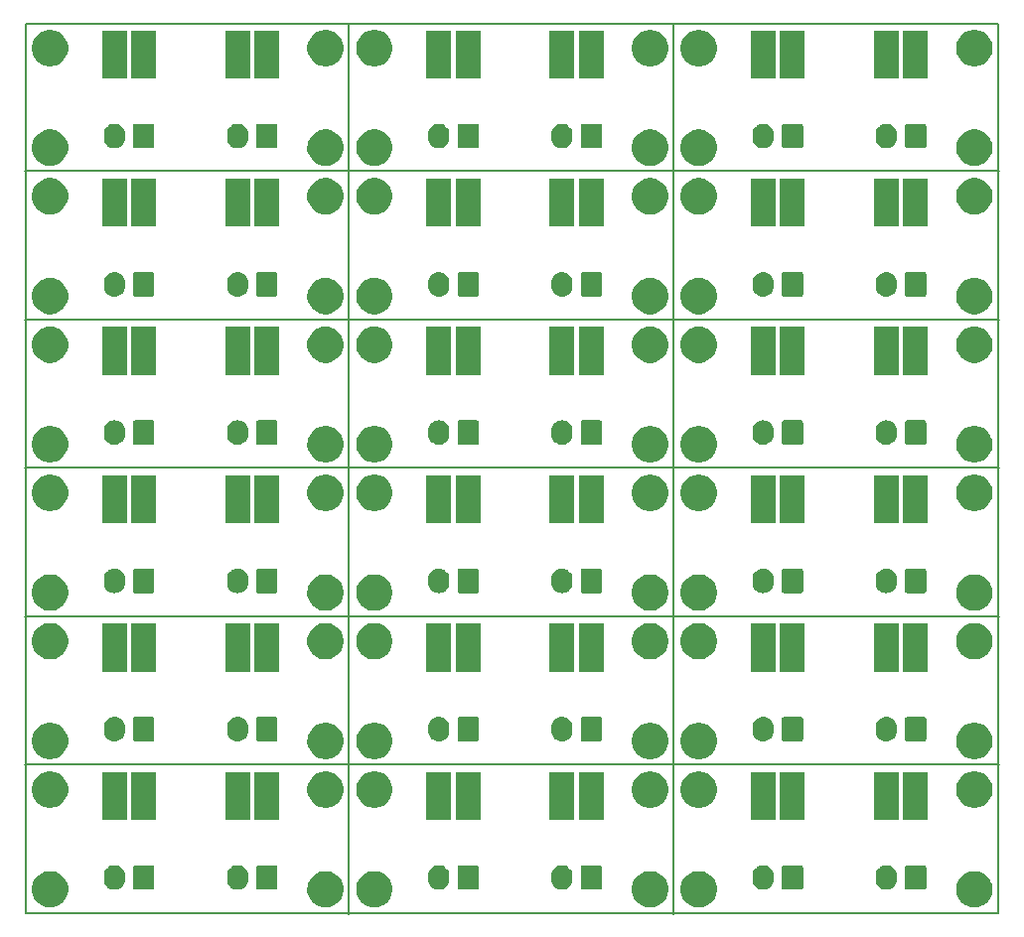
<source format=gbs>
%TF.GenerationSoftware,KiCad,Pcbnew,5.0.2+dfsg1-1*%
%TF.CreationDate,2022-04-03T13:42:16+09:00*%
%TF.ProjectId,JST-mounter_panelized,4a53542d-6d6f-4756-9e74-65725f70616e,rev?*%
%TF.SameCoordinates,Original*%
%TF.FileFunction,Soldermask,Bot*%
%TF.FilePolarity,Negative*%
%FSLAX46Y46*%
G04 Gerber Fmt 4.6, Leading zero omitted, Abs format (unit mm)*
G04 Created by KiCad (PCBNEW 5.0.2+dfsg1-1) date Sun 03 Apr 2022 01:42:16 PM JST*
%MOMM*%
%LPD*%
G01*
G04 APERTURE LIST*
%ADD10C,0.150000*%
%ADD11C,0.100000*%
G04 APERTURE END LIST*
D10*
X137899998Y-117600008D02*
X220900006Y-117600008D01*
X137899998Y-104950006D02*
X220900006Y-104950006D01*
X137899998Y-92300004D02*
X220900006Y-92300004D01*
X137899998Y-79650002D02*
X220900006Y-79650002D01*
X137899998Y-67000000D02*
X220900006Y-67000000D01*
X193150002Y-54399998D02*
X193150002Y-130350012D01*
X165500000Y-54399998D02*
X165500000Y-130350012D01*
X137924999Y-130325011D02*
X137924999Y-54424999D01*
X220875005Y-130325011D02*
X137924999Y-130325011D01*
X220875005Y-54424999D02*
X220875005Y-130325011D01*
X137924999Y-54424999D02*
X220875005Y-54424999D01*
D11*
G36*
X219152531Y-126738746D02*
X219252414Y-126758614D01*
X219534678Y-126875531D01*
X219788709Y-127045269D01*
X220004745Y-127261305D01*
X220174483Y-127515336D01*
X220270224Y-127746477D01*
X220291400Y-127797601D01*
X220349107Y-128087709D01*
X220351004Y-128097250D01*
X220351004Y-128402770D01*
X220291400Y-128702420D01*
X220174483Y-128984684D01*
X220004745Y-129238715D01*
X219788709Y-129454751D01*
X219534678Y-129624489D01*
X219252414Y-129741406D01*
X219152531Y-129761274D01*
X218952766Y-129801010D01*
X218647242Y-129801010D01*
X218447477Y-129761274D01*
X218347594Y-129741406D01*
X218065330Y-129624489D01*
X217811299Y-129454751D01*
X217595263Y-129238715D01*
X217425525Y-128984684D01*
X217308608Y-128702420D01*
X217249004Y-128402770D01*
X217249004Y-128097250D01*
X217250902Y-128087709D01*
X217308608Y-127797601D01*
X217329784Y-127746477D01*
X217425525Y-127515336D01*
X217595263Y-127261305D01*
X217811299Y-127045269D01*
X218065330Y-126875531D01*
X218347594Y-126758614D01*
X218447477Y-126738746D01*
X218647242Y-126699010D01*
X218952766Y-126699010D01*
X219152531Y-126738746D01*
X219152531Y-126738746D01*
G37*
G36*
X191502529Y-126738746D02*
X191602412Y-126758614D01*
X191884676Y-126875531D01*
X192138707Y-127045269D01*
X192354743Y-127261305D01*
X192524481Y-127515336D01*
X192620222Y-127746477D01*
X192641398Y-127797601D01*
X192699105Y-128087709D01*
X192701002Y-128097250D01*
X192701002Y-128402770D01*
X192641398Y-128702420D01*
X192524481Y-128984684D01*
X192354743Y-129238715D01*
X192138707Y-129454751D01*
X191884676Y-129624489D01*
X191602412Y-129741406D01*
X191502529Y-129761274D01*
X191302764Y-129801010D01*
X190997240Y-129801010D01*
X190797475Y-129761274D01*
X190697592Y-129741406D01*
X190415328Y-129624489D01*
X190161297Y-129454751D01*
X189945261Y-129238715D01*
X189775523Y-128984684D01*
X189658606Y-128702420D01*
X189599002Y-128402770D01*
X189599002Y-128097250D01*
X189600900Y-128087709D01*
X189658606Y-127797601D01*
X189679782Y-127746477D01*
X189775523Y-127515336D01*
X189945261Y-127261305D01*
X190161297Y-127045269D01*
X190415328Y-126875531D01*
X190697592Y-126758614D01*
X190797475Y-126738746D01*
X190997240Y-126699010D01*
X191302764Y-126699010D01*
X191502529Y-126738746D01*
X191502529Y-126738746D01*
G37*
G36*
X163852527Y-126738746D02*
X163952410Y-126758614D01*
X164234674Y-126875531D01*
X164488705Y-127045269D01*
X164704741Y-127261305D01*
X164874479Y-127515336D01*
X164970220Y-127746477D01*
X164991396Y-127797601D01*
X165049103Y-128087709D01*
X165051000Y-128097250D01*
X165051000Y-128402770D01*
X164991396Y-128702420D01*
X164874479Y-128984684D01*
X164704741Y-129238715D01*
X164488705Y-129454751D01*
X164234674Y-129624489D01*
X163952410Y-129741406D01*
X163852527Y-129761274D01*
X163652762Y-129801010D01*
X163347238Y-129801010D01*
X163147473Y-129761274D01*
X163047590Y-129741406D01*
X162765326Y-129624489D01*
X162511295Y-129454751D01*
X162295259Y-129238715D01*
X162125521Y-128984684D01*
X162008604Y-128702420D01*
X161949000Y-128402770D01*
X161949000Y-128097250D01*
X161950898Y-128087709D01*
X162008604Y-127797601D01*
X162029780Y-127746477D01*
X162125521Y-127515336D01*
X162295259Y-127261305D01*
X162511295Y-127045269D01*
X162765326Y-126875531D01*
X163047590Y-126758614D01*
X163147473Y-126738746D01*
X163347238Y-126699010D01*
X163652762Y-126699010D01*
X163852527Y-126738746D01*
X163852527Y-126738746D01*
G37*
G36*
X168002529Y-126738746D02*
X168102412Y-126758614D01*
X168384676Y-126875531D01*
X168638707Y-127045269D01*
X168854743Y-127261305D01*
X169024481Y-127515336D01*
X169120222Y-127746477D01*
X169141398Y-127797601D01*
X169199105Y-128087709D01*
X169201002Y-128097250D01*
X169201002Y-128402770D01*
X169141398Y-128702420D01*
X169024481Y-128984684D01*
X168854743Y-129238715D01*
X168638707Y-129454751D01*
X168384676Y-129624489D01*
X168102412Y-129741406D01*
X168002529Y-129761274D01*
X167802764Y-129801010D01*
X167497240Y-129801010D01*
X167297475Y-129761274D01*
X167197592Y-129741406D01*
X166915328Y-129624489D01*
X166661297Y-129454751D01*
X166445261Y-129238715D01*
X166275523Y-128984684D01*
X166158606Y-128702420D01*
X166099002Y-128402770D01*
X166099002Y-128097250D01*
X166100900Y-128087709D01*
X166158606Y-127797601D01*
X166179782Y-127746477D01*
X166275523Y-127515336D01*
X166445261Y-127261305D01*
X166661297Y-127045269D01*
X166915328Y-126875531D01*
X167197592Y-126758614D01*
X167297475Y-126738746D01*
X167497240Y-126699010D01*
X167802764Y-126699010D01*
X168002529Y-126738746D01*
X168002529Y-126738746D01*
G37*
G36*
X140352527Y-126738746D02*
X140452410Y-126758614D01*
X140734674Y-126875531D01*
X140988705Y-127045269D01*
X141204741Y-127261305D01*
X141374479Y-127515336D01*
X141470220Y-127746477D01*
X141491396Y-127797601D01*
X141549103Y-128087709D01*
X141551000Y-128097250D01*
X141551000Y-128402770D01*
X141491396Y-128702420D01*
X141374479Y-128984684D01*
X141204741Y-129238715D01*
X140988705Y-129454751D01*
X140734674Y-129624489D01*
X140452410Y-129741406D01*
X140352527Y-129761274D01*
X140152762Y-129801010D01*
X139847238Y-129801010D01*
X139647473Y-129761274D01*
X139547590Y-129741406D01*
X139265326Y-129624489D01*
X139011295Y-129454751D01*
X138795259Y-129238715D01*
X138625521Y-128984684D01*
X138508604Y-128702420D01*
X138449000Y-128402770D01*
X138449000Y-128097250D01*
X138450898Y-128087709D01*
X138508604Y-127797601D01*
X138529780Y-127746477D01*
X138625521Y-127515336D01*
X138795259Y-127261305D01*
X139011295Y-127045269D01*
X139265326Y-126875531D01*
X139547590Y-126758614D01*
X139647473Y-126738746D01*
X139847238Y-126699010D01*
X140152762Y-126699010D01*
X140352527Y-126738746D01*
X140352527Y-126738746D01*
G37*
G36*
X195652531Y-126738746D02*
X195752414Y-126758614D01*
X196034678Y-126875531D01*
X196288709Y-127045269D01*
X196504745Y-127261305D01*
X196674483Y-127515336D01*
X196770224Y-127746477D01*
X196791400Y-127797601D01*
X196849107Y-128087709D01*
X196851004Y-128097250D01*
X196851004Y-128402770D01*
X196791400Y-128702420D01*
X196674483Y-128984684D01*
X196504745Y-129238715D01*
X196288709Y-129454751D01*
X196034678Y-129624489D01*
X195752414Y-129741406D01*
X195652531Y-129761274D01*
X195452766Y-129801010D01*
X195147242Y-129801010D01*
X194947477Y-129761274D01*
X194847594Y-129741406D01*
X194565330Y-129624489D01*
X194311299Y-129454751D01*
X194095263Y-129238715D01*
X193925525Y-128984684D01*
X193808608Y-128702420D01*
X193749004Y-128402770D01*
X193749004Y-128097250D01*
X193750902Y-128087709D01*
X193808608Y-127797601D01*
X193829784Y-127746477D01*
X193925525Y-127515336D01*
X194095263Y-127261305D01*
X194311299Y-127045269D01*
X194565330Y-126875531D01*
X194847594Y-126758614D01*
X194947477Y-126738746D01*
X195147242Y-126699010D01*
X195452766Y-126699010D01*
X195652531Y-126738746D01*
X195652531Y-126738746D01*
G37*
G36*
X173326629Y-126212047D02*
X173439855Y-126246394D01*
X173496469Y-126263567D01*
X173635089Y-126337662D01*
X173652993Y-126347232D01*
X173688731Y-126376562D01*
X173790188Y-126459824D01*
X173873450Y-126561281D01*
X173902780Y-126597019D01*
X173986445Y-126753544D01*
X174037965Y-126923384D01*
X174037965Y-126923386D01*
X174049970Y-127045269D01*
X174051002Y-127055753D01*
X174051002Y-127444268D01*
X174037965Y-127576637D01*
X174003618Y-127689863D01*
X173986445Y-127746477D01*
X173959118Y-127797601D01*
X173902780Y-127903001D01*
X173873450Y-127938739D01*
X173790188Y-128040196D01*
X173652991Y-128152789D01*
X173496468Y-128236453D01*
X173455735Y-128248809D01*
X173326628Y-128287973D01*
X173150002Y-128305369D01*
X172973375Y-128287973D01*
X172844268Y-128248809D01*
X172803535Y-128236453D01*
X172647013Y-128152789D01*
X172647011Y-128152788D01*
X172579338Y-128097250D01*
X172509816Y-128040196D01*
X172397223Y-127902999D01*
X172313559Y-127746476D01*
X172296386Y-127689862D01*
X172262039Y-127576636D01*
X172249002Y-127444267D01*
X172249002Y-127055752D01*
X172262039Y-126923383D01*
X172313559Y-126753544D01*
X172313559Y-126753543D01*
X172397224Y-126597018D01*
X172509814Y-126459827D01*
X172604752Y-126381914D01*
X172647012Y-126347232D01*
X172664916Y-126337662D01*
X172803536Y-126263567D01*
X172860150Y-126246394D01*
X172973376Y-126212047D01*
X173150002Y-126194651D01*
X173326629Y-126212047D01*
X173326629Y-126212047D01*
G37*
G36*
X200976631Y-126212047D02*
X201089857Y-126246394D01*
X201146471Y-126263567D01*
X201285091Y-126337662D01*
X201302995Y-126347232D01*
X201338733Y-126376562D01*
X201440190Y-126459824D01*
X201523452Y-126561281D01*
X201552782Y-126597019D01*
X201636447Y-126753544D01*
X201687967Y-126923384D01*
X201687967Y-126923386D01*
X201699972Y-127045269D01*
X201701004Y-127055753D01*
X201701004Y-127444268D01*
X201687967Y-127576637D01*
X201653620Y-127689863D01*
X201636447Y-127746477D01*
X201609120Y-127797601D01*
X201552782Y-127903001D01*
X201523452Y-127938739D01*
X201440190Y-128040196D01*
X201302993Y-128152789D01*
X201146470Y-128236453D01*
X201105737Y-128248809D01*
X200976630Y-128287973D01*
X200800004Y-128305369D01*
X200623377Y-128287973D01*
X200494270Y-128248809D01*
X200453537Y-128236453D01*
X200297015Y-128152789D01*
X200297013Y-128152788D01*
X200229340Y-128097250D01*
X200159818Y-128040196D01*
X200047225Y-127902999D01*
X199963561Y-127746476D01*
X199946388Y-127689862D01*
X199912041Y-127576636D01*
X199899004Y-127444267D01*
X199899004Y-127055752D01*
X199912041Y-126923383D01*
X199963561Y-126753544D01*
X199963561Y-126753543D01*
X200047226Y-126597018D01*
X200159816Y-126459827D01*
X200254754Y-126381914D01*
X200297014Y-126347232D01*
X200314918Y-126337662D01*
X200453538Y-126263567D01*
X200510152Y-126246394D01*
X200623378Y-126212047D01*
X200800004Y-126194651D01*
X200976631Y-126212047D01*
X200976631Y-126212047D01*
G37*
G36*
X145676627Y-126212047D02*
X145789853Y-126246394D01*
X145846467Y-126263567D01*
X145985087Y-126337662D01*
X146002991Y-126347232D01*
X146038729Y-126376562D01*
X146140186Y-126459824D01*
X146223448Y-126561281D01*
X146252778Y-126597019D01*
X146336443Y-126753544D01*
X146387963Y-126923384D01*
X146387963Y-126923386D01*
X146399968Y-127045269D01*
X146401000Y-127055753D01*
X146401000Y-127444268D01*
X146387963Y-127576637D01*
X146353616Y-127689863D01*
X146336443Y-127746477D01*
X146309116Y-127797601D01*
X146252778Y-127903001D01*
X146223448Y-127938739D01*
X146140186Y-128040196D01*
X146002989Y-128152789D01*
X145846466Y-128236453D01*
X145805733Y-128248809D01*
X145676626Y-128287973D01*
X145500000Y-128305369D01*
X145323373Y-128287973D01*
X145194266Y-128248809D01*
X145153533Y-128236453D01*
X144997011Y-128152789D01*
X144997009Y-128152788D01*
X144929336Y-128097250D01*
X144859814Y-128040196D01*
X144747221Y-127902999D01*
X144663557Y-127746476D01*
X144646384Y-127689862D01*
X144612037Y-127576636D01*
X144599000Y-127444267D01*
X144599000Y-127055752D01*
X144612037Y-126923383D01*
X144663557Y-126753544D01*
X144663557Y-126753543D01*
X144747222Y-126597018D01*
X144859812Y-126459827D01*
X144954750Y-126381914D01*
X144997010Y-126347232D01*
X145014914Y-126337662D01*
X145153534Y-126263567D01*
X145210148Y-126246394D01*
X145323374Y-126212047D01*
X145500000Y-126194651D01*
X145676627Y-126212047D01*
X145676627Y-126212047D01*
G37*
G36*
X156176627Y-126212047D02*
X156289853Y-126246394D01*
X156346467Y-126263567D01*
X156485087Y-126337662D01*
X156502991Y-126347232D01*
X156538729Y-126376562D01*
X156640186Y-126459824D01*
X156723448Y-126561281D01*
X156752778Y-126597019D01*
X156836443Y-126753544D01*
X156887963Y-126923384D01*
X156887963Y-126923386D01*
X156899968Y-127045269D01*
X156901000Y-127055753D01*
X156901000Y-127444268D01*
X156887963Y-127576637D01*
X156853616Y-127689863D01*
X156836443Y-127746477D01*
X156809116Y-127797601D01*
X156752778Y-127903001D01*
X156723448Y-127938739D01*
X156640186Y-128040196D01*
X156502989Y-128152789D01*
X156346466Y-128236453D01*
X156305733Y-128248809D01*
X156176626Y-128287973D01*
X156000000Y-128305369D01*
X155823373Y-128287973D01*
X155694266Y-128248809D01*
X155653533Y-128236453D01*
X155497011Y-128152789D01*
X155497009Y-128152788D01*
X155429336Y-128097250D01*
X155359814Y-128040196D01*
X155247221Y-127902999D01*
X155163557Y-127746476D01*
X155146384Y-127689862D01*
X155112037Y-127576636D01*
X155099000Y-127444267D01*
X155099000Y-127055752D01*
X155112037Y-126923383D01*
X155163557Y-126753544D01*
X155163557Y-126753543D01*
X155247222Y-126597018D01*
X155359812Y-126459827D01*
X155454750Y-126381914D01*
X155497010Y-126347232D01*
X155514914Y-126337662D01*
X155653534Y-126263567D01*
X155710148Y-126246394D01*
X155823374Y-126212047D01*
X156000000Y-126194651D01*
X156176627Y-126212047D01*
X156176627Y-126212047D01*
G37*
G36*
X183826629Y-126212047D02*
X183939855Y-126246394D01*
X183996469Y-126263567D01*
X184135089Y-126337662D01*
X184152993Y-126347232D01*
X184188731Y-126376562D01*
X184290188Y-126459824D01*
X184373450Y-126561281D01*
X184402780Y-126597019D01*
X184486445Y-126753544D01*
X184537965Y-126923384D01*
X184537965Y-126923386D01*
X184549970Y-127045269D01*
X184551002Y-127055753D01*
X184551002Y-127444268D01*
X184537965Y-127576637D01*
X184503618Y-127689863D01*
X184486445Y-127746477D01*
X184459118Y-127797601D01*
X184402780Y-127903001D01*
X184373450Y-127938739D01*
X184290188Y-128040196D01*
X184152991Y-128152789D01*
X183996468Y-128236453D01*
X183955735Y-128248809D01*
X183826628Y-128287973D01*
X183650002Y-128305369D01*
X183473375Y-128287973D01*
X183344268Y-128248809D01*
X183303535Y-128236453D01*
X183147013Y-128152789D01*
X183147011Y-128152788D01*
X183079338Y-128097250D01*
X183009816Y-128040196D01*
X182897223Y-127902999D01*
X182813559Y-127746476D01*
X182796386Y-127689862D01*
X182762039Y-127576636D01*
X182749002Y-127444267D01*
X182749002Y-127055752D01*
X182762039Y-126923383D01*
X182813559Y-126753544D01*
X182813559Y-126753543D01*
X182897224Y-126597018D01*
X183009814Y-126459827D01*
X183104752Y-126381914D01*
X183147012Y-126347232D01*
X183164916Y-126337662D01*
X183303536Y-126263567D01*
X183360150Y-126246394D01*
X183473376Y-126212047D01*
X183650002Y-126194651D01*
X183826629Y-126212047D01*
X183826629Y-126212047D01*
G37*
G36*
X211476631Y-126212047D02*
X211589857Y-126246394D01*
X211646471Y-126263567D01*
X211785091Y-126337662D01*
X211802995Y-126347232D01*
X211838733Y-126376562D01*
X211940190Y-126459824D01*
X212023452Y-126561281D01*
X212052782Y-126597019D01*
X212136447Y-126753544D01*
X212187967Y-126923384D01*
X212187967Y-126923386D01*
X212199972Y-127045269D01*
X212201004Y-127055753D01*
X212201004Y-127444268D01*
X212187967Y-127576637D01*
X212153620Y-127689863D01*
X212136447Y-127746477D01*
X212109120Y-127797601D01*
X212052782Y-127903001D01*
X212023452Y-127938739D01*
X211940190Y-128040196D01*
X211802993Y-128152789D01*
X211646470Y-128236453D01*
X211605737Y-128248809D01*
X211476630Y-128287973D01*
X211300004Y-128305369D01*
X211123377Y-128287973D01*
X210994270Y-128248809D01*
X210953537Y-128236453D01*
X210797015Y-128152789D01*
X210797013Y-128152788D01*
X210729340Y-128097250D01*
X210659818Y-128040196D01*
X210547225Y-127902999D01*
X210463561Y-127746476D01*
X210446388Y-127689862D01*
X210412041Y-127576636D01*
X210399004Y-127444267D01*
X210399004Y-127055752D01*
X210412041Y-126923383D01*
X210463561Y-126753544D01*
X210463561Y-126753543D01*
X210547226Y-126597018D01*
X210659816Y-126459827D01*
X210754754Y-126381914D01*
X210797014Y-126347232D01*
X210814918Y-126337662D01*
X210953538Y-126263567D01*
X211010152Y-126246394D01*
X211123378Y-126212047D01*
X211300004Y-126194651D01*
X211476631Y-126212047D01*
X211476631Y-126212047D01*
G37*
G36*
X186908602Y-126202999D02*
X186941651Y-126213024D01*
X186972108Y-126229304D01*
X186998801Y-126251211D01*
X187020708Y-126277904D01*
X187036988Y-126308361D01*
X187047013Y-126341410D01*
X187051002Y-126381914D01*
X187051002Y-128118106D01*
X187047013Y-128158610D01*
X187036988Y-128191659D01*
X187020708Y-128222116D01*
X186998801Y-128248809D01*
X186972108Y-128270716D01*
X186941651Y-128286996D01*
X186908602Y-128297021D01*
X186868098Y-128301010D01*
X185431906Y-128301010D01*
X185391402Y-128297021D01*
X185358353Y-128286996D01*
X185327896Y-128270716D01*
X185301203Y-128248809D01*
X185279296Y-128222116D01*
X185263016Y-128191659D01*
X185252991Y-128158610D01*
X185249002Y-128118106D01*
X185249002Y-126381914D01*
X185252991Y-126341410D01*
X185263016Y-126308361D01*
X185279296Y-126277904D01*
X185301203Y-126251211D01*
X185327896Y-126229304D01*
X185358353Y-126213024D01*
X185391402Y-126202999D01*
X185431906Y-126199010D01*
X186868098Y-126199010D01*
X186908602Y-126202999D01*
X186908602Y-126202999D01*
G37*
G36*
X214558604Y-126202999D02*
X214591653Y-126213024D01*
X214622110Y-126229304D01*
X214648803Y-126251211D01*
X214670710Y-126277904D01*
X214686990Y-126308361D01*
X214697015Y-126341410D01*
X214701004Y-126381914D01*
X214701004Y-128118106D01*
X214697015Y-128158610D01*
X214686990Y-128191659D01*
X214670710Y-128222116D01*
X214648803Y-128248809D01*
X214622110Y-128270716D01*
X214591653Y-128286996D01*
X214558604Y-128297021D01*
X214518100Y-128301010D01*
X213081908Y-128301010D01*
X213041404Y-128297021D01*
X213008355Y-128286996D01*
X212977898Y-128270716D01*
X212951205Y-128248809D01*
X212929298Y-128222116D01*
X212913018Y-128191659D01*
X212902993Y-128158610D01*
X212899004Y-128118106D01*
X212899004Y-126381914D01*
X212902993Y-126341410D01*
X212913018Y-126308361D01*
X212929298Y-126277904D01*
X212951205Y-126251211D01*
X212977898Y-126229304D01*
X213008355Y-126213024D01*
X213041404Y-126202999D01*
X213081908Y-126199010D01*
X214518100Y-126199010D01*
X214558604Y-126202999D01*
X214558604Y-126202999D01*
G37*
G36*
X204058604Y-126202999D02*
X204091653Y-126213024D01*
X204122110Y-126229304D01*
X204148803Y-126251211D01*
X204170710Y-126277904D01*
X204186990Y-126308361D01*
X204197015Y-126341410D01*
X204201004Y-126381914D01*
X204201004Y-128118106D01*
X204197015Y-128158610D01*
X204186990Y-128191659D01*
X204170710Y-128222116D01*
X204148803Y-128248809D01*
X204122110Y-128270716D01*
X204091653Y-128286996D01*
X204058604Y-128297021D01*
X204018100Y-128301010D01*
X202581908Y-128301010D01*
X202541404Y-128297021D01*
X202508355Y-128286996D01*
X202477898Y-128270716D01*
X202451205Y-128248809D01*
X202429298Y-128222116D01*
X202413018Y-128191659D01*
X202402993Y-128158610D01*
X202399004Y-128118106D01*
X202399004Y-126381914D01*
X202402993Y-126341410D01*
X202413018Y-126308361D01*
X202429298Y-126277904D01*
X202451205Y-126251211D01*
X202477898Y-126229304D01*
X202508355Y-126213024D01*
X202541404Y-126202999D01*
X202581908Y-126199010D01*
X204018100Y-126199010D01*
X204058604Y-126202999D01*
X204058604Y-126202999D01*
G37*
G36*
X159258600Y-126202999D02*
X159291649Y-126213024D01*
X159322106Y-126229304D01*
X159348799Y-126251211D01*
X159370706Y-126277904D01*
X159386986Y-126308361D01*
X159397011Y-126341410D01*
X159401000Y-126381914D01*
X159401000Y-128118106D01*
X159397011Y-128158610D01*
X159386986Y-128191659D01*
X159370706Y-128222116D01*
X159348799Y-128248809D01*
X159322106Y-128270716D01*
X159291649Y-128286996D01*
X159258600Y-128297021D01*
X159218096Y-128301010D01*
X157781904Y-128301010D01*
X157741400Y-128297021D01*
X157708351Y-128286996D01*
X157677894Y-128270716D01*
X157651201Y-128248809D01*
X157629294Y-128222116D01*
X157613014Y-128191659D01*
X157602989Y-128158610D01*
X157599000Y-128118106D01*
X157599000Y-126381914D01*
X157602989Y-126341410D01*
X157613014Y-126308361D01*
X157629294Y-126277904D01*
X157651201Y-126251211D01*
X157677894Y-126229304D01*
X157708351Y-126213024D01*
X157741400Y-126202999D01*
X157781904Y-126199010D01*
X159218096Y-126199010D01*
X159258600Y-126202999D01*
X159258600Y-126202999D01*
G37*
G36*
X176408602Y-126202999D02*
X176441651Y-126213024D01*
X176472108Y-126229304D01*
X176498801Y-126251211D01*
X176520708Y-126277904D01*
X176536988Y-126308361D01*
X176547013Y-126341410D01*
X176551002Y-126381914D01*
X176551002Y-128118106D01*
X176547013Y-128158610D01*
X176536988Y-128191659D01*
X176520708Y-128222116D01*
X176498801Y-128248809D01*
X176472108Y-128270716D01*
X176441651Y-128286996D01*
X176408602Y-128297021D01*
X176368098Y-128301010D01*
X174931906Y-128301010D01*
X174891402Y-128297021D01*
X174858353Y-128286996D01*
X174827896Y-128270716D01*
X174801203Y-128248809D01*
X174779296Y-128222116D01*
X174763016Y-128191659D01*
X174752991Y-128158610D01*
X174749002Y-128118106D01*
X174749002Y-126381914D01*
X174752991Y-126341410D01*
X174763016Y-126308361D01*
X174779296Y-126277904D01*
X174801203Y-126251211D01*
X174827896Y-126229304D01*
X174858353Y-126213024D01*
X174891402Y-126202999D01*
X174931906Y-126199010D01*
X176368098Y-126199010D01*
X176408602Y-126202999D01*
X176408602Y-126202999D01*
G37*
G36*
X148758600Y-126202999D02*
X148791649Y-126213024D01*
X148822106Y-126229304D01*
X148848799Y-126251211D01*
X148870706Y-126277904D01*
X148886986Y-126308361D01*
X148897011Y-126341410D01*
X148901000Y-126381914D01*
X148901000Y-128118106D01*
X148897011Y-128158610D01*
X148886986Y-128191659D01*
X148870706Y-128222116D01*
X148848799Y-128248809D01*
X148822106Y-128270716D01*
X148791649Y-128286996D01*
X148758600Y-128297021D01*
X148718096Y-128301010D01*
X147281904Y-128301010D01*
X147241400Y-128297021D01*
X147208351Y-128286996D01*
X147177894Y-128270716D01*
X147151201Y-128248809D01*
X147129294Y-128222116D01*
X147113014Y-128191659D01*
X147102989Y-128158610D01*
X147099000Y-128118106D01*
X147099000Y-126381914D01*
X147102989Y-126341410D01*
X147113014Y-126308361D01*
X147129294Y-126277904D01*
X147151201Y-126251211D01*
X147177894Y-126229304D01*
X147208351Y-126213024D01*
X147241400Y-126202999D01*
X147281904Y-126199010D01*
X148718096Y-126199010D01*
X148758600Y-126202999D01*
X148758600Y-126202999D01*
G37*
G36*
X184701002Y-122341010D02*
X182599002Y-122341010D01*
X182599002Y-118239010D01*
X184701002Y-118239010D01*
X184701002Y-122341010D01*
X184701002Y-122341010D01*
G37*
G36*
X214851004Y-122341010D02*
X212749004Y-122341010D01*
X212749004Y-118239010D01*
X214851004Y-118239010D01*
X214851004Y-122341010D01*
X214851004Y-122341010D01*
G37*
G36*
X187201002Y-122341010D02*
X185099002Y-122341010D01*
X185099002Y-118239010D01*
X187201002Y-118239010D01*
X187201002Y-122341010D01*
X187201002Y-122341010D01*
G37*
G36*
X212351004Y-122341010D02*
X210249004Y-122341010D01*
X210249004Y-118239010D01*
X212351004Y-118239010D01*
X212351004Y-122341010D01*
X212351004Y-122341010D01*
G37*
G36*
X204351004Y-122341010D02*
X202249004Y-122341010D01*
X202249004Y-118239010D01*
X204351004Y-118239010D01*
X204351004Y-122341010D01*
X204351004Y-122341010D01*
G37*
G36*
X201851004Y-122341010D02*
X199749004Y-122341010D01*
X199749004Y-118239010D01*
X201851004Y-118239010D01*
X201851004Y-122341010D01*
X201851004Y-122341010D01*
G37*
G36*
X176701002Y-122341010D02*
X174599002Y-122341010D01*
X174599002Y-118239010D01*
X176701002Y-118239010D01*
X176701002Y-122341010D01*
X176701002Y-122341010D01*
G37*
G36*
X174201002Y-122341010D02*
X172099002Y-122341010D01*
X172099002Y-118239010D01*
X174201002Y-118239010D01*
X174201002Y-122341010D01*
X174201002Y-122341010D01*
G37*
G36*
X159551000Y-122341010D02*
X157449000Y-122341010D01*
X157449000Y-118239010D01*
X159551000Y-118239010D01*
X159551000Y-122341010D01*
X159551000Y-122341010D01*
G37*
G36*
X157051000Y-122341010D02*
X154949000Y-122341010D01*
X154949000Y-118239010D01*
X157051000Y-118239010D01*
X157051000Y-122341010D01*
X157051000Y-122341010D01*
G37*
G36*
X149051000Y-122341010D02*
X146949000Y-122341010D01*
X146949000Y-118239010D01*
X149051000Y-118239010D01*
X149051000Y-122341010D01*
X149051000Y-122341010D01*
G37*
G36*
X146551000Y-122341010D02*
X144449000Y-122341010D01*
X144449000Y-118239010D01*
X146551000Y-118239010D01*
X146551000Y-122341010D01*
X146551000Y-122341010D01*
G37*
G36*
X191502529Y-118238746D02*
X191602412Y-118258614D01*
X191884676Y-118375531D01*
X192138707Y-118545269D01*
X192354743Y-118761305D01*
X192524481Y-119015336D01*
X192641398Y-119297600D01*
X192701002Y-119597250D01*
X192701002Y-119902770D01*
X192641398Y-120202420D01*
X192524481Y-120484684D01*
X192354743Y-120738715D01*
X192138707Y-120954751D01*
X191884676Y-121124489D01*
X191602412Y-121241406D01*
X191502529Y-121261274D01*
X191302764Y-121301010D01*
X190997240Y-121301010D01*
X190797475Y-121261274D01*
X190697592Y-121241406D01*
X190415328Y-121124489D01*
X190161297Y-120954751D01*
X189945261Y-120738715D01*
X189775523Y-120484684D01*
X189658606Y-120202420D01*
X189599002Y-119902770D01*
X189599002Y-119597250D01*
X189658606Y-119297600D01*
X189775523Y-119015336D01*
X189945261Y-118761305D01*
X190161297Y-118545269D01*
X190415328Y-118375531D01*
X190697592Y-118258614D01*
X190797475Y-118238746D01*
X190997240Y-118199010D01*
X191302764Y-118199010D01*
X191502529Y-118238746D01*
X191502529Y-118238746D01*
G37*
G36*
X219152531Y-118238746D02*
X219252414Y-118258614D01*
X219534678Y-118375531D01*
X219788709Y-118545269D01*
X220004745Y-118761305D01*
X220174483Y-119015336D01*
X220291400Y-119297600D01*
X220351004Y-119597250D01*
X220351004Y-119902770D01*
X220291400Y-120202420D01*
X220174483Y-120484684D01*
X220004745Y-120738715D01*
X219788709Y-120954751D01*
X219534678Y-121124489D01*
X219252414Y-121241406D01*
X219152531Y-121261274D01*
X218952766Y-121301010D01*
X218647242Y-121301010D01*
X218447477Y-121261274D01*
X218347594Y-121241406D01*
X218065330Y-121124489D01*
X217811299Y-120954751D01*
X217595263Y-120738715D01*
X217425525Y-120484684D01*
X217308608Y-120202420D01*
X217249004Y-119902770D01*
X217249004Y-119597250D01*
X217308608Y-119297600D01*
X217425525Y-119015336D01*
X217595263Y-118761305D01*
X217811299Y-118545269D01*
X218065330Y-118375531D01*
X218347594Y-118258614D01*
X218447477Y-118238746D01*
X218647242Y-118199010D01*
X218952766Y-118199010D01*
X219152531Y-118238746D01*
X219152531Y-118238746D01*
G37*
G36*
X140352527Y-118238746D02*
X140452410Y-118258614D01*
X140734674Y-118375531D01*
X140988705Y-118545269D01*
X141204741Y-118761305D01*
X141374479Y-119015336D01*
X141491396Y-119297600D01*
X141551000Y-119597250D01*
X141551000Y-119902770D01*
X141491396Y-120202420D01*
X141374479Y-120484684D01*
X141204741Y-120738715D01*
X140988705Y-120954751D01*
X140734674Y-121124489D01*
X140452410Y-121241406D01*
X140352527Y-121261274D01*
X140152762Y-121301010D01*
X139847238Y-121301010D01*
X139647473Y-121261274D01*
X139547590Y-121241406D01*
X139265326Y-121124489D01*
X139011295Y-120954751D01*
X138795259Y-120738715D01*
X138625521Y-120484684D01*
X138508604Y-120202420D01*
X138449000Y-119902770D01*
X138449000Y-119597250D01*
X138508604Y-119297600D01*
X138625521Y-119015336D01*
X138795259Y-118761305D01*
X139011295Y-118545269D01*
X139265326Y-118375531D01*
X139547590Y-118258614D01*
X139647473Y-118238746D01*
X139847238Y-118199010D01*
X140152762Y-118199010D01*
X140352527Y-118238746D01*
X140352527Y-118238746D01*
G37*
G36*
X195652531Y-118238746D02*
X195752414Y-118258614D01*
X196034678Y-118375531D01*
X196288709Y-118545269D01*
X196504745Y-118761305D01*
X196674483Y-119015336D01*
X196791400Y-119297600D01*
X196851004Y-119597250D01*
X196851004Y-119902770D01*
X196791400Y-120202420D01*
X196674483Y-120484684D01*
X196504745Y-120738715D01*
X196288709Y-120954751D01*
X196034678Y-121124489D01*
X195752414Y-121241406D01*
X195652531Y-121261274D01*
X195452766Y-121301010D01*
X195147242Y-121301010D01*
X194947477Y-121261274D01*
X194847594Y-121241406D01*
X194565330Y-121124489D01*
X194311299Y-120954751D01*
X194095263Y-120738715D01*
X193925525Y-120484684D01*
X193808608Y-120202420D01*
X193749004Y-119902770D01*
X193749004Y-119597250D01*
X193808608Y-119297600D01*
X193925525Y-119015336D01*
X194095263Y-118761305D01*
X194311299Y-118545269D01*
X194565330Y-118375531D01*
X194847594Y-118258614D01*
X194947477Y-118238746D01*
X195147242Y-118199010D01*
X195452766Y-118199010D01*
X195652531Y-118238746D01*
X195652531Y-118238746D01*
G37*
G36*
X168002529Y-118238746D02*
X168102412Y-118258614D01*
X168384676Y-118375531D01*
X168638707Y-118545269D01*
X168854743Y-118761305D01*
X169024481Y-119015336D01*
X169141398Y-119297600D01*
X169201002Y-119597250D01*
X169201002Y-119902770D01*
X169141398Y-120202420D01*
X169024481Y-120484684D01*
X168854743Y-120738715D01*
X168638707Y-120954751D01*
X168384676Y-121124489D01*
X168102412Y-121241406D01*
X168002529Y-121261274D01*
X167802764Y-121301010D01*
X167497240Y-121301010D01*
X167297475Y-121261274D01*
X167197592Y-121241406D01*
X166915328Y-121124489D01*
X166661297Y-120954751D01*
X166445261Y-120738715D01*
X166275523Y-120484684D01*
X166158606Y-120202420D01*
X166099002Y-119902770D01*
X166099002Y-119597250D01*
X166158606Y-119297600D01*
X166275523Y-119015336D01*
X166445261Y-118761305D01*
X166661297Y-118545269D01*
X166915328Y-118375531D01*
X167197592Y-118258614D01*
X167297475Y-118238746D01*
X167497240Y-118199010D01*
X167802764Y-118199010D01*
X168002529Y-118238746D01*
X168002529Y-118238746D01*
G37*
G36*
X163852527Y-118238746D02*
X163952410Y-118258614D01*
X164234674Y-118375531D01*
X164488705Y-118545269D01*
X164704741Y-118761305D01*
X164874479Y-119015336D01*
X164991396Y-119297600D01*
X165051000Y-119597250D01*
X165051000Y-119902770D01*
X164991396Y-120202420D01*
X164874479Y-120484684D01*
X164704741Y-120738715D01*
X164488705Y-120954751D01*
X164234674Y-121124489D01*
X163952410Y-121241406D01*
X163852527Y-121261274D01*
X163652762Y-121301010D01*
X163347238Y-121301010D01*
X163147473Y-121261274D01*
X163047590Y-121241406D01*
X162765326Y-121124489D01*
X162511295Y-120954751D01*
X162295259Y-120738715D01*
X162125521Y-120484684D01*
X162008604Y-120202420D01*
X161949000Y-119902770D01*
X161949000Y-119597250D01*
X162008604Y-119297600D01*
X162125521Y-119015336D01*
X162295259Y-118761305D01*
X162511295Y-118545269D01*
X162765326Y-118375531D01*
X163047590Y-118258614D01*
X163147473Y-118238746D01*
X163347238Y-118199010D01*
X163652762Y-118199010D01*
X163852527Y-118238746D01*
X163852527Y-118238746D01*
G37*
G36*
X163852527Y-114088744D02*
X163952410Y-114108612D01*
X164234674Y-114225529D01*
X164488705Y-114395267D01*
X164704741Y-114611303D01*
X164874479Y-114865334D01*
X164970220Y-115096475D01*
X164991396Y-115147599D01*
X165049103Y-115437707D01*
X165051000Y-115447248D01*
X165051000Y-115752768D01*
X164991396Y-116052418D01*
X164874479Y-116334682D01*
X164704741Y-116588713D01*
X164488705Y-116804749D01*
X164234674Y-116974487D01*
X163952410Y-117091404D01*
X163852527Y-117111272D01*
X163652762Y-117151008D01*
X163347238Y-117151008D01*
X163147473Y-117111272D01*
X163047590Y-117091404D01*
X162765326Y-116974487D01*
X162511295Y-116804749D01*
X162295259Y-116588713D01*
X162125521Y-116334682D01*
X162008604Y-116052418D01*
X161949000Y-115752768D01*
X161949000Y-115447248D01*
X161950898Y-115437707D01*
X162008604Y-115147599D01*
X162029780Y-115096475D01*
X162125521Y-114865334D01*
X162295259Y-114611303D01*
X162511295Y-114395267D01*
X162765326Y-114225529D01*
X163047590Y-114108612D01*
X163147473Y-114088744D01*
X163347238Y-114049008D01*
X163652762Y-114049008D01*
X163852527Y-114088744D01*
X163852527Y-114088744D01*
G37*
G36*
X168002529Y-114088744D02*
X168102412Y-114108612D01*
X168384676Y-114225529D01*
X168638707Y-114395267D01*
X168854743Y-114611303D01*
X169024481Y-114865334D01*
X169120222Y-115096475D01*
X169141398Y-115147599D01*
X169199105Y-115437707D01*
X169201002Y-115447248D01*
X169201002Y-115752768D01*
X169141398Y-116052418D01*
X169024481Y-116334682D01*
X168854743Y-116588713D01*
X168638707Y-116804749D01*
X168384676Y-116974487D01*
X168102412Y-117091404D01*
X168002529Y-117111272D01*
X167802764Y-117151008D01*
X167497240Y-117151008D01*
X167297475Y-117111272D01*
X167197592Y-117091404D01*
X166915328Y-116974487D01*
X166661297Y-116804749D01*
X166445261Y-116588713D01*
X166275523Y-116334682D01*
X166158606Y-116052418D01*
X166099002Y-115752768D01*
X166099002Y-115447248D01*
X166100900Y-115437707D01*
X166158606Y-115147599D01*
X166179782Y-115096475D01*
X166275523Y-114865334D01*
X166445261Y-114611303D01*
X166661297Y-114395267D01*
X166915328Y-114225529D01*
X167197592Y-114108612D01*
X167297475Y-114088744D01*
X167497240Y-114049008D01*
X167802764Y-114049008D01*
X168002529Y-114088744D01*
X168002529Y-114088744D01*
G37*
G36*
X191502529Y-114088744D02*
X191602412Y-114108612D01*
X191884676Y-114225529D01*
X192138707Y-114395267D01*
X192354743Y-114611303D01*
X192524481Y-114865334D01*
X192620222Y-115096475D01*
X192641398Y-115147599D01*
X192699105Y-115437707D01*
X192701002Y-115447248D01*
X192701002Y-115752768D01*
X192641398Y-116052418D01*
X192524481Y-116334682D01*
X192354743Y-116588713D01*
X192138707Y-116804749D01*
X191884676Y-116974487D01*
X191602412Y-117091404D01*
X191502529Y-117111272D01*
X191302764Y-117151008D01*
X190997240Y-117151008D01*
X190797475Y-117111272D01*
X190697592Y-117091404D01*
X190415328Y-116974487D01*
X190161297Y-116804749D01*
X189945261Y-116588713D01*
X189775523Y-116334682D01*
X189658606Y-116052418D01*
X189599002Y-115752768D01*
X189599002Y-115447248D01*
X189600900Y-115437707D01*
X189658606Y-115147599D01*
X189679782Y-115096475D01*
X189775523Y-114865334D01*
X189945261Y-114611303D01*
X190161297Y-114395267D01*
X190415328Y-114225529D01*
X190697592Y-114108612D01*
X190797475Y-114088744D01*
X190997240Y-114049008D01*
X191302764Y-114049008D01*
X191502529Y-114088744D01*
X191502529Y-114088744D01*
G37*
G36*
X195652531Y-114088744D02*
X195752414Y-114108612D01*
X196034678Y-114225529D01*
X196288709Y-114395267D01*
X196504745Y-114611303D01*
X196674483Y-114865334D01*
X196770224Y-115096475D01*
X196791400Y-115147599D01*
X196849107Y-115437707D01*
X196851004Y-115447248D01*
X196851004Y-115752768D01*
X196791400Y-116052418D01*
X196674483Y-116334682D01*
X196504745Y-116588713D01*
X196288709Y-116804749D01*
X196034678Y-116974487D01*
X195752414Y-117091404D01*
X195652531Y-117111272D01*
X195452766Y-117151008D01*
X195147242Y-117151008D01*
X194947477Y-117111272D01*
X194847594Y-117091404D01*
X194565330Y-116974487D01*
X194311299Y-116804749D01*
X194095263Y-116588713D01*
X193925525Y-116334682D01*
X193808608Y-116052418D01*
X193749004Y-115752768D01*
X193749004Y-115447248D01*
X193750902Y-115437707D01*
X193808608Y-115147599D01*
X193829784Y-115096475D01*
X193925525Y-114865334D01*
X194095263Y-114611303D01*
X194311299Y-114395267D01*
X194565330Y-114225529D01*
X194847594Y-114108612D01*
X194947477Y-114088744D01*
X195147242Y-114049008D01*
X195452766Y-114049008D01*
X195652531Y-114088744D01*
X195652531Y-114088744D01*
G37*
G36*
X219152531Y-114088744D02*
X219252414Y-114108612D01*
X219534678Y-114225529D01*
X219788709Y-114395267D01*
X220004745Y-114611303D01*
X220174483Y-114865334D01*
X220270224Y-115096475D01*
X220291400Y-115147599D01*
X220349107Y-115437707D01*
X220351004Y-115447248D01*
X220351004Y-115752768D01*
X220291400Y-116052418D01*
X220174483Y-116334682D01*
X220004745Y-116588713D01*
X219788709Y-116804749D01*
X219534678Y-116974487D01*
X219252414Y-117091404D01*
X219152531Y-117111272D01*
X218952766Y-117151008D01*
X218647242Y-117151008D01*
X218447477Y-117111272D01*
X218347594Y-117091404D01*
X218065330Y-116974487D01*
X217811299Y-116804749D01*
X217595263Y-116588713D01*
X217425525Y-116334682D01*
X217308608Y-116052418D01*
X217249004Y-115752768D01*
X217249004Y-115447248D01*
X217250902Y-115437707D01*
X217308608Y-115147599D01*
X217329784Y-115096475D01*
X217425525Y-114865334D01*
X217595263Y-114611303D01*
X217811299Y-114395267D01*
X218065330Y-114225529D01*
X218347594Y-114108612D01*
X218447477Y-114088744D01*
X218647242Y-114049008D01*
X218952766Y-114049008D01*
X219152531Y-114088744D01*
X219152531Y-114088744D01*
G37*
G36*
X140352527Y-114088744D02*
X140452410Y-114108612D01*
X140734674Y-114225529D01*
X140988705Y-114395267D01*
X141204741Y-114611303D01*
X141374479Y-114865334D01*
X141470220Y-115096475D01*
X141491396Y-115147599D01*
X141549103Y-115437707D01*
X141551000Y-115447248D01*
X141551000Y-115752768D01*
X141491396Y-116052418D01*
X141374479Y-116334682D01*
X141204741Y-116588713D01*
X140988705Y-116804749D01*
X140734674Y-116974487D01*
X140452410Y-117091404D01*
X140352527Y-117111272D01*
X140152762Y-117151008D01*
X139847238Y-117151008D01*
X139647473Y-117111272D01*
X139547590Y-117091404D01*
X139265326Y-116974487D01*
X139011295Y-116804749D01*
X138795259Y-116588713D01*
X138625521Y-116334682D01*
X138508604Y-116052418D01*
X138449000Y-115752768D01*
X138449000Y-115447248D01*
X138450898Y-115437707D01*
X138508604Y-115147599D01*
X138529780Y-115096475D01*
X138625521Y-114865334D01*
X138795259Y-114611303D01*
X139011295Y-114395267D01*
X139265326Y-114225529D01*
X139547590Y-114108612D01*
X139647473Y-114088744D01*
X139847238Y-114049008D01*
X140152762Y-114049008D01*
X140352527Y-114088744D01*
X140352527Y-114088744D01*
G37*
G36*
X200976631Y-113562045D02*
X201089857Y-113596392D01*
X201146471Y-113613565D01*
X201285091Y-113687660D01*
X201302995Y-113697230D01*
X201338733Y-113726560D01*
X201440190Y-113809822D01*
X201523452Y-113911279D01*
X201552782Y-113947017D01*
X201636447Y-114103542D01*
X201687967Y-114273382D01*
X201687967Y-114273384D01*
X201699972Y-114395267D01*
X201701004Y-114405751D01*
X201701004Y-114794266D01*
X201687967Y-114926635D01*
X201653620Y-115039861D01*
X201636447Y-115096475D01*
X201609120Y-115147599D01*
X201552782Y-115252999D01*
X201523452Y-115288737D01*
X201440190Y-115390194D01*
X201302993Y-115502787D01*
X201146470Y-115586451D01*
X201105737Y-115598807D01*
X200976630Y-115637971D01*
X200800004Y-115655367D01*
X200623377Y-115637971D01*
X200494270Y-115598807D01*
X200453537Y-115586451D01*
X200297015Y-115502787D01*
X200297013Y-115502786D01*
X200229340Y-115447248D01*
X200159818Y-115390194D01*
X200047225Y-115252997D01*
X199963561Y-115096474D01*
X199946388Y-115039860D01*
X199912041Y-114926634D01*
X199899004Y-114794265D01*
X199899004Y-114405750D01*
X199912041Y-114273381D01*
X199963561Y-114103542D01*
X199963561Y-114103541D01*
X200047226Y-113947016D01*
X200159816Y-113809825D01*
X200254754Y-113731912D01*
X200297014Y-113697230D01*
X200314918Y-113687660D01*
X200453538Y-113613565D01*
X200510152Y-113596392D01*
X200623378Y-113562045D01*
X200800004Y-113544649D01*
X200976631Y-113562045D01*
X200976631Y-113562045D01*
G37*
G36*
X173326629Y-113562045D02*
X173439855Y-113596392D01*
X173496469Y-113613565D01*
X173635089Y-113687660D01*
X173652993Y-113697230D01*
X173688731Y-113726560D01*
X173790188Y-113809822D01*
X173873450Y-113911279D01*
X173902780Y-113947017D01*
X173986445Y-114103542D01*
X174037965Y-114273382D01*
X174037965Y-114273384D01*
X174049970Y-114395267D01*
X174051002Y-114405751D01*
X174051002Y-114794266D01*
X174037965Y-114926635D01*
X174003618Y-115039861D01*
X173986445Y-115096475D01*
X173959118Y-115147599D01*
X173902780Y-115252999D01*
X173873450Y-115288737D01*
X173790188Y-115390194D01*
X173652991Y-115502787D01*
X173496468Y-115586451D01*
X173455735Y-115598807D01*
X173326628Y-115637971D01*
X173150002Y-115655367D01*
X172973375Y-115637971D01*
X172844268Y-115598807D01*
X172803535Y-115586451D01*
X172647013Y-115502787D01*
X172647011Y-115502786D01*
X172579338Y-115447248D01*
X172509816Y-115390194D01*
X172397223Y-115252997D01*
X172313559Y-115096474D01*
X172296386Y-115039860D01*
X172262039Y-114926634D01*
X172249002Y-114794265D01*
X172249002Y-114405750D01*
X172262039Y-114273381D01*
X172313559Y-114103542D01*
X172313559Y-114103541D01*
X172397224Y-113947016D01*
X172509814Y-113809825D01*
X172604752Y-113731912D01*
X172647012Y-113697230D01*
X172664916Y-113687660D01*
X172803536Y-113613565D01*
X172860150Y-113596392D01*
X172973376Y-113562045D01*
X173150002Y-113544649D01*
X173326629Y-113562045D01*
X173326629Y-113562045D01*
G37*
G36*
X145676627Y-113562045D02*
X145789853Y-113596392D01*
X145846467Y-113613565D01*
X145985087Y-113687660D01*
X146002991Y-113697230D01*
X146038729Y-113726560D01*
X146140186Y-113809822D01*
X146223448Y-113911279D01*
X146252778Y-113947017D01*
X146336443Y-114103542D01*
X146387963Y-114273382D01*
X146387963Y-114273384D01*
X146399968Y-114395267D01*
X146401000Y-114405751D01*
X146401000Y-114794266D01*
X146387963Y-114926635D01*
X146353616Y-115039861D01*
X146336443Y-115096475D01*
X146309116Y-115147599D01*
X146252778Y-115252999D01*
X146223448Y-115288737D01*
X146140186Y-115390194D01*
X146002989Y-115502787D01*
X145846466Y-115586451D01*
X145805733Y-115598807D01*
X145676626Y-115637971D01*
X145500000Y-115655367D01*
X145323373Y-115637971D01*
X145194266Y-115598807D01*
X145153533Y-115586451D01*
X144997011Y-115502787D01*
X144997009Y-115502786D01*
X144929336Y-115447248D01*
X144859814Y-115390194D01*
X144747221Y-115252997D01*
X144663557Y-115096474D01*
X144646384Y-115039860D01*
X144612037Y-114926634D01*
X144599000Y-114794265D01*
X144599000Y-114405750D01*
X144612037Y-114273381D01*
X144663557Y-114103542D01*
X144663557Y-114103541D01*
X144747222Y-113947016D01*
X144859812Y-113809825D01*
X144954750Y-113731912D01*
X144997010Y-113697230D01*
X145014914Y-113687660D01*
X145153534Y-113613565D01*
X145210148Y-113596392D01*
X145323374Y-113562045D01*
X145500000Y-113544649D01*
X145676627Y-113562045D01*
X145676627Y-113562045D01*
G37*
G36*
X156176627Y-113562045D02*
X156289853Y-113596392D01*
X156346467Y-113613565D01*
X156485087Y-113687660D01*
X156502991Y-113697230D01*
X156538729Y-113726560D01*
X156640186Y-113809822D01*
X156723448Y-113911279D01*
X156752778Y-113947017D01*
X156836443Y-114103542D01*
X156887963Y-114273382D01*
X156887963Y-114273384D01*
X156899968Y-114395267D01*
X156901000Y-114405751D01*
X156901000Y-114794266D01*
X156887963Y-114926635D01*
X156853616Y-115039861D01*
X156836443Y-115096475D01*
X156809116Y-115147599D01*
X156752778Y-115252999D01*
X156723448Y-115288737D01*
X156640186Y-115390194D01*
X156502989Y-115502787D01*
X156346466Y-115586451D01*
X156305733Y-115598807D01*
X156176626Y-115637971D01*
X156000000Y-115655367D01*
X155823373Y-115637971D01*
X155694266Y-115598807D01*
X155653533Y-115586451D01*
X155497011Y-115502787D01*
X155497009Y-115502786D01*
X155429336Y-115447248D01*
X155359814Y-115390194D01*
X155247221Y-115252997D01*
X155163557Y-115096474D01*
X155146384Y-115039860D01*
X155112037Y-114926634D01*
X155099000Y-114794265D01*
X155099000Y-114405750D01*
X155112037Y-114273381D01*
X155163557Y-114103542D01*
X155163557Y-114103541D01*
X155247222Y-113947016D01*
X155359812Y-113809825D01*
X155454750Y-113731912D01*
X155497010Y-113697230D01*
X155514914Y-113687660D01*
X155653534Y-113613565D01*
X155710148Y-113596392D01*
X155823374Y-113562045D01*
X156000000Y-113544649D01*
X156176627Y-113562045D01*
X156176627Y-113562045D01*
G37*
G36*
X183826629Y-113562045D02*
X183939855Y-113596392D01*
X183996469Y-113613565D01*
X184135089Y-113687660D01*
X184152993Y-113697230D01*
X184188731Y-113726560D01*
X184290188Y-113809822D01*
X184373450Y-113911279D01*
X184402780Y-113947017D01*
X184486445Y-114103542D01*
X184537965Y-114273382D01*
X184537965Y-114273384D01*
X184549970Y-114395267D01*
X184551002Y-114405751D01*
X184551002Y-114794266D01*
X184537965Y-114926635D01*
X184503618Y-115039861D01*
X184486445Y-115096475D01*
X184459118Y-115147599D01*
X184402780Y-115252999D01*
X184373450Y-115288737D01*
X184290188Y-115390194D01*
X184152991Y-115502787D01*
X183996468Y-115586451D01*
X183955735Y-115598807D01*
X183826628Y-115637971D01*
X183650002Y-115655367D01*
X183473375Y-115637971D01*
X183344268Y-115598807D01*
X183303535Y-115586451D01*
X183147013Y-115502787D01*
X183147011Y-115502786D01*
X183079338Y-115447248D01*
X183009816Y-115390194D01*
X182897223Y-115252997D01*
X182813559Y-115096474D01*
X182796386Y-115039860D01*
X182762039Y-114926634D01*
X182749002Y-114794265D01*
X182749002Y-114405750D01*
X182762039Y-114273381D01*
X182813559Y-114103542D01*
X182813559Y-114103541D01*
X182897224Y-113947016D01*
X183009814Y-113809825D01*
X183104752Y-113731912D01*
X183147012Y-113697230D01*
X183164916Y-113687660D01*
X183303536Y-113613565D01*
X183360150Y-113596392D01*
X183473376Y-113562045D01*
X183650002Y-113544649D01*
X183826629Y-113562045D01*
X183826629Y-113562045D01*
G37*
G36*
X211476631Y-113562045D02*
X211589857Y-113596392D01*
X211646471Y-113613565D01*
X211785091Y-113687660D01*
X211802995Y-113697230D01*
X211838733Y-113726560D01*
X211940190Y-113809822D01*
X212023452Y-113911279D01*
X212052782Y-113947017D01*
X212136447Y-114103542D01*
X212187967Y-114273382D01*
X212187967Y-114273384D01*
X212199972Y-114395267D01*
X212201004Y-114405751D01*
X212201004Y-114794266D01*
X212187967Y-114926635D01*
X212153620Y-115039861D01*
X212136447Y-115096475D01*
X212109120Y-115147599D01*
X212052782Y-115252999D01*
X212023452Y-115288737D01*
X211940190Y-115390194D01*
X211802993Y-115502787D01*
X211646470Y-115586451D01*
X211605737Y-115598807D01*
X211476630Y-115637971D01*
X211300004Y-115655367D01*
X211123377Y-115637971D01*
X210994270Y-115598807D01*
X210953537Y-115586451D01*
X210797015Y-115502787D01*
X210797013Y-115502786D01*
X210729340Y-115447248D01*
X210659818Y-115390194D01*
X210547225Y-115252997D01*
X210463561Y-115096474D01*
X210446388Y-115039860D01*
X210412041Y-114926634D01*
X210399004Y-114794265D01*
X210399004Y-114405750D01*
X210412041Y-114273381D01*
X210463561Y-114103542D01*
X210463561Y-114103541D01*
X210547226Y-113947016D01*
X210659816Y-113809825D01*
X210754754Y-113731912D01*
X210797014Y-113697230D01*
X210814918Y-113687660D01*
X210953538Y-113613565D01*
X211010152Y-113596392D01*
X211123378Y-113562045D01*
X211300004Y-113544649D01*
X211476631Y-113562045D01*
X211476631Y-113562045D01*
G37*
G36*
X214558604Y-113552997D02*
X214591653Y-113563022D01*
X214622110Y-113579302D01*
X214648803Y-113601209D01*
X214670710Y-113627902D01*
X214686990Y-113658359D01*
X214697015Y-113691408D01*
X214701004Y-113731912D01*
X214701004Y-115468104D01*
X214697015Y-115508608D01*
X214686990Y-115541657D01*
X214670710Y-115572114D01*
X214648803Y-115598807D01*
X214622110Y-115620714D01*
X214591653Y-115636994D01*
X214558604Y-115647019D01*
X214518100Y-115651008D01*
X213081908Y-115651008D01*
X213041404Y-115647019D01*
X213008355Y-115636994D01*
X212977898Y-115620714D01*
X212951205Y-115598807D01*
X212929298Y-115572114D01*
X212913018Y-115541657D01*
X212902993Y-115508608D01*
X212899004Y-115468104D01*
X212899004Y-113731912D01*
X212902993Y-113691408D01*
X212913018Y-113658359D01*
X212929298Y-113627902D01*
X212951205Y-113601209D01*
X212977898Y-113579302D01*
X213008355Y-113563022D01*
X213041404Y-113552997D01*
X213081908Y-113549008D01*
X214518100Y-113549008D01*
X214558604Y-113552997D01*
X214558604Y-113552997D01*
G37*
G36*
X186908602Y-113552997D02*
X186941651Y-113563022D01*
X186972108Y-113579302D01*
X186998801Y-113601209D01*
X187020708Y-113627902D01*
X187036988Y-113658359D01*
X187047013Y-113691408D01*
X187051002Y-113731912D01*
X187051002Y-115468104D01*
X187047013Y-115508608D01*
X187036988Y-115541657D01*
X187020708Y-115572114D01*
X186998801Y-115598807D01*
X186972108Y-115620714D01*
X186941651Y-115636994D01*
X186908602Y-115647019D01*
X186868098Y-115651008D01*
X185431906Y-115651008D01*
X185391402Y-115647019D01*
X185358353Y-115636994D01*
X185327896Y-115620714D01*
X185301203Y-115598807D01*
X185279296Y-115572114D01*
X185263016Y-115541657D01*
X185252991Y-115508608D01*
X185249002Y-115468104D01*
X185249002Y-113731912D01*
X185252991Y-113691408D01*
X185263016Y-113658359D01*
X185279296Y-113627902D01*
X185301203Y-113601209D01*
X185327896Y-113579302D01*
X185358353Y-113563022D01*
X185391402Y-113552997D01*
X185431906Y-113549008D01*
X186868098Y-113549008D01*
X186908602Y-113552997D01*
X186908602Y-113552997D01*
G37*
G36*
X204058604Y-113552997D02*
X204091653Y-113563022D01*
X204122110Y-113579302D01*
X204148803Y-113601209D01*
X204170710Y-113627902D01*
X204186990Y-113658359D01*
X204197015Y-113691408D01*
X204201004Y-113731912D01*
X204201004Y-115468104D01*
X204197015Y-115508608D01*
X204186990Y-115541657D01*
X204170710Y-115572114D01*
X204148803Y-115598807D01*
X204122110Y-115620714D01*
X204091653Y-115636994D01*
X204058604Y-115647019D01*
X204018100Y-115651008D01*
X202581908Y-115651008D01*
X202541404Y-115647019D01*
X202508355Y-115636994D01*
X202477898Y-115620714D01*
X202451205Y-115598807D01*
X202429298Y-115572114D01*
X202413018Y-115541657D01*
X202402993Y-115508608D01*
X202399004Y-115468104D01*
X202399004Y-113731912D01*
X202402993Y-113691408D01*
X202413018Y-113658359D01*
X202429298Y-113627902D01*
X202451205Y-113601209D01*
X202477898Y-113579302D01*
X202508355Y-113563022D01*
X202541404Y-113552997D01*
X202581908Y-113549008D01*
X204018100Y-113549008D01*
X204058604Y-113552997D01*
X204058604Y-113552997D01*
G37*
G36*
X148758600Y-113552997D02*
X148791649Y-113563022D01*
X148822106Y-113579302D01*
X148848799Y-113601209D01*
X148870706Y-113627902D01*
X148886986Y-113658359D01*
X148897011Y-113691408D01*
X148901000Y-113731912D01*
X148901000Y-115468104D01*
X148897011Y-115508608D01*
X148886986Y-115541657D01*
X148870706Y-115572114D01*
X148848799Y-115598807D01*
X148822106Y-115620714D01*
X148791649Y-115636994D01*
X148758600Y-115647019D01*
X148718096Y-115651008D01*
X147281904Y-115651008D01*
X147241400Y-115647019D01*
X147208351Y-115636994D01*
X147177894Y-115620714D01*
X147151201Y-115598807D01*
X147129294Y-115572114D01*
X147113014Y-115541657D01*
X147102989Y-115508608D01*
X147099000Y-115468104D01*
X147099000Y-113731912D01*
X147102989Y-113691408D01*
X147113014Y-113658359D01*
X147129294Y-113627902D01*
X147151201Y-113601209D01*
X147177894Y-113579302D01*
X147208351Y-113563022D01*
X147241400Y-113552997D01*
X147281904Y-113549008D01*
X148718096Y-113549008D01*
X148758600Y-113552997D01*
X148758600Y-113552997D01*
G37*
G36*
X176408602Y-113552997D02*
X176441651Y-113563022D01*
X176472108Y-113579302D01*
X176498801Y-113601209D01*
X176520708Y-113627902D01*
X176536988Y-113658359D01*
X176547013Y-113691408D01*
X176551002Y-113731912D01*
X176551002Y-115468104D01*
X176547013Y-115508608D01*
X176536988Y-115541657D01*
X176520708Y-115572114D01*
X176498801Y-115598807D01*
X176472108Y-115620714D01*
X176441651Y-115636994D01*
X176408602Y-115647019D01*
X176368098Y-115651008D01*
X174931906Y-115651008D01*
X174891402Y-115647019D01*
X174858353Y-115636994D01*
X174827896Y-115620714D01*
X174801203Y-115598807D01*
X174779296Y-115572114D01*
X174763016Y-115541657D01*
X174752991Y-115508608D01*
X174749002Y-115468104D01*
X174749002Y-113731912D01*
X174752991Y-113691408D01*
X174763016Y-113658359D01*
X174779296Y-113627902D01*
X174801203Y-113601209D01*
X174827896Y-113579302D01*
X174858353Y-113563022D01*
X174891402Y-113552997D01*
X174931906Y-113549008D01*
X176368098Y-113549008D01*
X176408602Y-113552997D01*
X176408602Y-113552997D01*
G37*
G36*
X159258600Y-113552997D02*
X159291649Y-113563022D01*
X159322106Y-113579302D01*
X159348799Y-113601209D01*
X159370706Y-113627902D01*
X159386986Y-113658359D01*
X159397011Y-113691408D01*
X159401000Y-113731912D01*
X159401000Y-115468104D01*
X159397011Y-115508608D01*
X159386986Y-115541657D01*
X159370706Y-115572114D01*
X159348799Y-115598807D01*
X159322106Y-115620714D01*
X159291649Y-115636994D01*
X159258600Y-115647019D01*
X159218096Y-115651008D01*
X157781904Y-115651008D01*
X157741400Y-115647019D01*
X157708351Y-115636994D01*
X157677894Y-115620714D01*
X157651201Y-115598807D01*
X157629294Y-115572114D01*
X157613014Y-115541657D01*
X157602989Y-115508608D01*
X157599000Y-115468104D01*
X157599000Y-113731912D01*
X157602989Y-113691408D01*
X157613014Y-113658359D01*
X157629294Y-113627902D01*
X157651201Y-113601209D01*
X157677894Y-113579302D01*
X157708351Y-113563022D01*
X157741400Y-113552997D01*
X157781904Y-113549008D01*
X159218096Y-113549008D01*
X159258600Y-113552997D01*
X159258600Y-113552997D01*
G37*
G36*
X184701002Y-109691008D02*
X182599002Y-109691008D01*
X182599002Y-105589008D01*
X184701002Y-105589008D01*
X184701002Y-109691008D01*
X184701002Y-109691008D01*
G37*
G36*
X159551000Y-109691008D02*
X157449000Y-109691008D01*
X157449000Y-105589008D01*
X159551000Y-105589008D01*
X159551000Y-109691008D01*
X159551000Y-109691008D01*
G37*
G36*
X157051000Y-109691008D02*
X154949000Y-109691008D01*
X154949000Y-105589008D01*
X157051000Y-105589008D01*
X157051000Y-109691008D01*
X157051000Y-109691008D01*
G37*
G36*
X187201002Y-109691008D02*
X185099002Y-109691008D01*
X185099002Y-105589008D01*
X187201002Y-105589008D01*
X187201002Y-109691008D01*
X187201002Y-109691008D01*
G37*
G36*
X146551000Y-109691008D02*
X144449000Y-109691008D01*
X144449000Y-105589008D01*
X146551000Y-105589008D01*
X146551000Y-109691008D01*
X146551000Y-109691008D01*
G37*
G36*
X174201002Y-109691008D02*
X172099002Y-109691008D01*
X172099002Y-105589008D01*
X174201002Y-105589008D01*
X174201002Y-109691008D01*
X174201002Y-109691008D01*
G37*
G36*
X149051000Y-109691008D02*
X146949000Y-109691008D01*
X146949000Y-105589008D01*
X149051000Y-105589008D01*
X149051000Y-109691008D01*
X149051000Y-109691008D01*
G37*
G36*
X212351004Y-109691008D02*
X210249004Y-109691008D01*
X210249004Y-105589008D01*
X212351004Y-105589008D01*
X212351004Y-109691008D01*
X212351004Y-109691008D01*
G37*
G36*
X176701002Y-109691008D02*
X174599002Y-109691008D01*
X174599002Y-105589008D01*
X176701002Y-105589008D01*
X176701002Y-109691008D01*
X176701002Y-109691008D01*
G37*
G36*
X204351004Y-109691008D02*
X202249004Y-109691008D01*
X202249004Y-105589008D01*
X204351004Y-105589008D01*
X204351004Y-109691008D01*
X204351004Y-109691008D01*
G37*
G36*
X214851004Y-109691008D02*
X212749004Y-109691008D01*
X212749004Y-105589008D01*
X214851004Y-105589008D01*
X214851004Y-109691008D01*
X214851004Y-109691008D01*
G37*
G36*
X201851004Y-109691008D02*
X199749004Y-109691008D01*
X199749004Y-105589008D01*
X201851004Y-105589008D01*
X201851004Y-109691008D01*
X201851004Y-109691008D01*
G37*
G36*
X168002529Y-105588744D02*
X168102412Y-105608612D01*
X168384676Y-105725529D01*
X168638707Y-105895267D01*
X168854743Y-106111303D01*
X169024481Y-106365334D01*
X169141398Y-106647598D01*
X169201002Y-106947248D01*
X169201002Y-107252768D01*
X169141398Y-107552418D01*
X169024481Y-107834682D01*
X168854743Y-108088713D01*
X168638707Y-108304749D01*
X168384676Y-108474487D01*
X168102412Y-108591404D01*
X168002529Y-108611272D01*
X167802764Y-108651008D01*
X167497240Y-108651008D01*
X167297475Y-108611272D01*
X167197592Y-108591404D01*
X166915328Y-108474487D01*
X166661297Y-108304749D01*
X166445261Y-108088713D01*
X166275523Y-107834682D01*
X166158606Y-107552418D01*
X166099002Y-107252768D01*
X166099002Y-106947248D01*
X166158606Y-106647598D01*
X166275523Y-106365334D01*
X166445261Y-106111303D01*
X166661297Y-105895267D01*
X166915328Y-105725529D01*
X167197592Y-105608612D01*
X167297475Y-105588744D01*
X167497240Y-105549008D01*
X167802764Y-105549008D01*
X168002529Y-105588744D01*
X168002529Y-105588744D01*
G37*
G36*
X195652531Y-105588744D02*
X195752414Y-105608612D01*
X196034678Y-105725529D01*
X196288709Y-105895267D01*
X196504745Y-106111303D01*
X196674483Y-106365334D01*
X196791400Y-106647598D01*
X196851004Y-106947248D01*
X196851004Y-107252768D01*
X196791400Y-107552418D01*
X196674483Y-107834682D01*
X196504745Y-108088713D01*
X196288709Y-108304749D01*
X196034678Y-108474487D01*
X195752414Y-108591404D01*
X195652531Y-108611272D01*
X195452766Y-108651008D01*
X195147242Y-108651008D01*
X194947477Y-108611272D01*
X194847594Y-108591404D01*
X194565330Y-108474487D01*
X194311299Y-108304749D01*
X194095263Y-108088713D01*
X193925525Y-107834682D01*
X193808608Y-107552418D01*
X193749004Y-107252768D01*
X193749004Y-106947248D01*
X193808608Y-106647598D01*
X193925525Y-106365334D01*
X194095263Y-106111303D01*
X194311299Y-105895267D01*
X194565330Y-105725529D01*
X194847594Y-105608612D01*
X194947477Y-105588744D01*
X195147242Y-105549008D01*
X195452766Y-105549008D01*
X195652531Y-105588744D01*
X195652531Y-105588744D01*
G37*
G36*
X191502529Y-105588744D02*
X191602412Y-105608612D01*
X191884676Y-105725529D01*
X192138707Y-105895267D01*
X192354743Y-106111303D01*
X192524481Y-106365334D01*
X192641398Y-106647598D01*
X192701002Y-106947248D01*
X192701002Y-107252768D01*
X192641398Y-107552418D01*
X192524481Y-107834682D01*
X192354743Y-108088713D01*
X192138707Y-108304749D01*
X191884676Y-108474487D01*
X191602412Y-108591404D01*
X191502529Y-108611272D01*
X191302764Y-108651008D01*
X190997240Y-108651008D01*
X190797475Y-108611272D01*
X190697592Y-108591404D01*
X190415328Y-108474487D01*
X190161297Y-108304749D01*
X189945261Y-108088713D01*
X189775523Y-107834682D01*
X189658606Y-107552418D01*
X189599002Y-107252768D01*
X189599002Y-106947248D01*
X189658606Y-106647598D01*
X189775523Y-106365334D01*
X189945261Y-106111303D01*
X190161297Y-105895267D01*
X190415328Y-105725529D01*
X190697592Y-105608612D01*
X190797475Y-105588744D01*
X190997240Y-105549008D01*
X191302764Y-105549008D01*
X191502529Y-105588744D01*
X191502529Y-105588744D01*
G37*
G36*
X163852527Y-105588744D02*
X163952410Y-105608612D01*
X164234674Y-105725529D01*
X164488705Y-105895267D01*
X164704741Y-106111303D01*
X164874479Y-106365334D01*
X164991396Y-106647598D01*
X165051000Y-106947248D01*
X165051000Y-107252768D01*
X164991396Y-107552418D01*
X164874479Y-107834682D01*
X164704741Y-108088713D01*
X164488705Y-108304749D01*
X164234674Y-108474487D01*
X163952410Y-108591404D01*
X163852527Y-108611272D01*
X163652762Y-108651008D01*
X163347238Y-108651008D01*
X163147473Y-108611272D01*
X163047590Y-108591404D01*
X162765326Y-108474487D01*
X162511295Y-108304749D01*
X162295259Y-108088713D01*
X162125521Y-107834682D01*
X162008604Y-107552418D01*
X161949000Y-107252768D01*
X161949000Y-106947248D01*
X162008604Y-106647598D01*
X162125521Y-106365334D01*
X162295259Y-106111303D01*
X162511295Y-105895267D01*
X162765326Y-105725529D01*
X163047590Y-105608612D01*
X163147473Y-105588744D01*
X163347238Y-105549008D01*
X163652762Y-105549008D01*
X163852527Y-105588744D01*
X163852527Y-105588744D01*
G37*
G36*
X140352527Y-105588744D02*
X140452410Y-105608612D01*
X140734674Y-105725529D01*
X140988705Y-105895267D01*
X141204741Y-106111303D01*
X141374479Y-106365334D01*
X141491396Y-106647598D01*
X141551000Y-106947248D01*
X141551000Y-107252768D01*
X141491396Y-107552418D01*
X141374479Y-107834682D01*
X141204741Y-108088713D01*
X140988705Y-108304749D01*
X140734674Y-108474487D01*
X140452410Y-108591404D01*
X140352527Y-108611272D01*
X140152762Y-108651008D01*
X139847238Y-108651008D01*
X139647473Y-108611272D01*
X139547590Y-108591404D01*
X139265326Y-108474487D01*
X139011295Y-108304749D01*
X138795259Y-108088713D01*
X138625521Y-107834682D01*
X138508604Y-107552418D01*
X138449000Y-107252768D01*
X138449000Y-106947248D01*
X138508604Y-106647598D01*
X138625521Y-106365334D01*
X138795259Y-106111303D01*
X139011295Y-105895267D01*
X139265326Y-105725529D01*
X139547590Y-105608612D01*
X139647473Y-105588744D01*
X139847238Y-105549008D01*
X140152762Y-105549008D01*
X140352527Y-105588744D01*
X140352527Y-105588744D01*
G37*
G36*
X219152531Y-105588744D02*
X219252414Y-105608612D01*
X219534678Y-105725529D01*
X219788709Y-105895267D01*
X220004745Y-106111303D01*
X220174483Y-106365334D01*
X220291400Y-106647598D01*
X220351004Y-106947248D01*
X220351004Y-107252768D01*
X220291400Y-107552418D01*
X220174483Y-107834682D01*
X220004745Y-108088713D01*
X219788709Y-108304749D01*
X219534678Y-108474487D01*
X219252414Y-108591404D01*
X219152531Y-108611272D01*
X218952766Y-108651008D01*
X218647242Y-108651008D01*
X218447477Y-108611272D01*
X218347594Y-108591404D01*
X218065330Y-108474487D01*
X217811299Y-108304749D01*
X217595263Y-108088713D01*
X217425525Y-107834682D01*
X217308608Y-107552418D01*
X217249004Y-107252768D01*
X217249004Y-106947248D01*
X217308608Y-106647598D01*
X217425525Y-106365334D01*
X217595263Y-106111303D01*
X217811299Y-105895267D01*
X218065330Y-105725529D01*
X218347594Y-105608612D01*
X218447477Y-105588744D01*
X218647242Y-105549008D01*
X218952766Y-105549008D01*
X219152531Y-105588744D01*
X219152531Y-105588744D01*
G37*
G36*
X191502529Y-101438742D02*
X191602412Y-101458610D01*
X191884676Y-101575527D01*
X192138707Y-101745265D01*
X192354743Y-101961301D01*
X192524481Y-102215332D01*
X192620222Y-102446473D01*
X192641398Y-102497597D01*
X192699105Y-102787705D01*
X192701002Y-102797246D01*
X192701002Y-103102766D01*
X192641398Y-103402416D01*
X192524481Y-103684680D01*
X192354743Y-103938711D01*
X192138707Y-104154747D01*
X191884676Y-104324485D01*
X191602412Y-104441402D01*
X191502529Y-104461270D01*
X191302764Y-104501006D01*
X190997240Y-104501006D01*
X190797475Y-104461270D01*
X190697592Y-104441402D01*
X190415328Y-104324485D01*
X190161297Y-104154747D01*
X189945261Y-103938711D01*
X189775523Y-103684680D01*
X189658606Y-103402416D01*
X189599002Y-103102766D01*
X189599002Y-102797246D01*
X189600900Y-102787705D01*
X189658606Y-102497597D01*
X189679782Y-102446473D01*
X189775523Y-102215332D01*
X189945261Y-101961301D01*
X190161297Y-101745265D01*
X190415328Y-101575527D01*
X190697592Y-101458610D01*
X190797475Y-101438742D01*
X190997240Y-101399006D01*
X191302764Y-101399006D01*
X191502529Y-101438742D01*
X191502529Y-101438742D01*
G37*
G36*
X168002529Y-101438742D02*
X168102412Y-101458610D01*
X168384676Y-101575527D01*
X168638707Y-101745265D01*
X168854743Y-101961301D01*
X169024481Y-102215332D01*
X169120222Y-102446473D01*
X169141398Y-102497597D01*
X169199105Y-102787705D01*
X169201002Y-102797246D01*
X169201002Y-103102766D01*
X169141398Y-103402416D01*
X169024481Y-103684680D01*
X168854743Y-103938711D01*
X168638707Y-104154747D01*
X168384676Y-104324485D01*
X168102412Y-104441402D01*
X168002529Y-104461270D01*
X167802764Y-104501006D01*
X167497240Y-104501006D01*
X167297475Y-104461270D01*
X167197592Y-104441402D01*
X166915328Y-104324485D01*
X166661297Y-104154747D01*
X166445261Y-103938711D01*
X166275523Y-103684680D01*
X166158606Y-103402416D01*
X166099002Y-103102766D01*
X166099002Y-102797246D01*
X166100900Y-102787705D01*
X166158606Y-102497597D01*
X166179782Y-102446473D01*
X166275523Y-102215332D01*
X166445261Y-101961301D01*
X166661297Y-101745265D01*
X166915328Y-101575527D01*
X167197592Y-101458610D01*
X167297475Y-101438742D01*
X167497240Y-101399006D01*
X167802764Y-101399006D01*
X168002529Y-101438742D01*
X168002529Y-101438742D01*
G37*
G36*
X219152531Y-101438742D02*
X219252414Y-101458610D01*
X219534678Y-101575527D01*
X219788709Y-101745265D01*
X220004745Y-101961301D01*
X220174483Y-102215332D01*
X220270224Y-102446473D01*
X220291400Y-102497597D01*
X220349107Y-102787705D01*
X220351004Y-102797246D01*
X220351004Y-103102766D01*
X220291400Y-103402416D01*
X220174483Y-103684680D01*
X220004745Y-103938711D01*
X219788709Y-104154747D01*
X219534678Y-104324485D01*
X219252414Y-104441402D01*
X219152531Y-104461270D01*
X218952766Y-104501006D01*
X218647242Y-104501006D01*
X218447477Y-104461270D01*
X218347594Y-104441402D01*
X218065330Y-104324485D01*
X217811299Y-104154747D01*
X217595263Y-103938711D01*
X217425525Y-103684680D01*
X217308608Y-103402416D01*
X217249004Y-103102766D01*
X217249004Y-102797246D01*
X217250902Y-102787705D01*
X217308608Y-102497597D01*
X217329784Y-102446473D01*
X217425525Y-102215332D01*
X217595263Y-101961301D01*
X217811299Y-101745265D01*
X218065330Y-101575527D01*
X218347594Y-101458610D01*
X218447477Y-101438742D01*
X218647242Y-101399006D01*
X218952766Y-101399006D01*
X219152531Y-101438742D01*
X219152531Y-101438742D01*
G37*
G36*
X163852527Y-101438742D02*
X163952410Y-101458610D01*
X164234674Y-101575527D01*
X164488705Y-101745265D01*
X164704741Y-101961301D01*
X164874479Y-102215332D01*
X164970220Y-102446473D01*
X164991396Y-102497597D01*
X165049103Y-102787705D01*
X165051000Y-102797246D01*
X165051000Y-103102766D01*
X164991396Y-103402416D01*
X164874479Y-103684680D01*
X164704741Y-103938711D01*
X164488705Y-104154747D01*
X164234674Y-104324485D01*
X163952410Y-104441402D01*
X163852527Y-104461270D01*
X163652762Y-104501006D01*
X163347238Y-104501006D01*
X163147473Y-104461270D01*
X163047590Y-104441402D01*
X162765326Y-104324485D01*
X162511295Y-104154747D01*
X162295259Y-103938711D01*
X162125521Y-103684680D01*
X162008604Y-103402416D01*
X161949000Y-103102766D01*
X161949000Y-102797246D01*
X161950898Y-102787705D01*
X162008604Y-102497597D01*
X162029780Y-102446473D01*
X162125521Y-102215332D01*
X162295259Y-101961301D01*
X162511295Y-101745265D01*
X162765326Y-101575527D01*
X163047590Y-101458610D01*
X163147473Y-101438742D01*
X163347238Y-101399006D01*
X163652762Y-101399006D01*
X163852527Y-101438742D01*
X163852527Y-101438742D01*
G37*
G36*
X195652531Y-101438742D02*
X195752414Y-101458610D01*
X196034678Y-101575527D01*
X196288709Y-101745265D01*
X196504745Y-101961301D01*
X196674483Y-102215332D01*
X196770224Y-102446473D01*
X196791400Y-102497597D01*
X196849107Y-102787705D01*
X196851004Y-102797246D01*
X196851004Y-103102766D01*
X196791400Y-103402416D01*
X196674483Y-103684680D01*
X196504745Y-103938711D01*
X196288709Y-104154747D01*
X196034678Y-104324485D01*
X195752414Y-104441402D01*
X195652531Y-104461270D01*
X195452766Y-104501006D01*
X195147242Y-104501006D01*
X194947477Y-104461270D01*
X194847594Y-104441402D01*
X194565330Y-104324485D01*
X194311299Y-104154747D01*
X194095263Y-103938711D01*
X193925525Y-103684680D01*
X193808608Y-103402416D01*
X193749004Y-103102766D01*
X193749004Y-102797246D01*
X193750902Y-102787705D01*
X193808608Y-102497597D01*
X193829784Y-102446473D01*
X193925525Y-102215332D01*
X194095263Y-101961301D01*
X194311299Y-101745265D01*
X194565330Y-101575527D01*
X194847594Y-101458610D01*
X194947477Y-101438742D01*
X195147242Y-101399006D01*
X195452766Y-101399006D01*
X195652531Y-101438742D01*
X195652531Y-101438742D01*
G37*
G36*
X140352527Y-101438742D02*
X140452410Y-101458610D01*
X140734674Y-101575527D01*
X140988705Y-101745265D01*
X141204741Y-101961301D01*
X141374479Y-102215332D01*
X141470220Y-102446473D01*
X141491396Y-102497597D01*
X141549103Y-102787705D01*
X141551000Y-102797246D01*
X141551000Y-103102766D01*
X141491396Y-103402416D01*
X141374479Y-103684680D01*
X141204741Y-103938711D01*
X140988705Y-104154747D01*
X140734674Y-104324485D01*
X140452410Y-104441402D01*
X140352527Y-104461270D01*
X140152762Y-104501006D01*
X139847238Y-104501006D01*
X139647473Y-104461270D01*
X139547590Y-104441402D01*
X139265326Y-104324485D01*
X139011295Y-104154747D01*
X138795259Y-103938711D01*
X138625521Y-103684680D01*
X138508604Y-103402416D01*
X138449000Y-103102766D01*
X138449000Y-102797246D01*
X138450898Y-102787705D01*
X138508604Y-102497597D01*
X138529780Y-102446473D01*
X138625521Y-102215332D01*
X138795259Y-101961301D01*
X139011295Y-101745265D01*
X139265326Y-101575527D01*
X139547590Y-101458610D01*
X139647473Y-101438742D01*
X139847238Y-101399006D01*
X140152762Y-101399006D01*
X140352527Y-101438742D01*
X140352527Y-101438742D01*
G37*
G36*
X145676627Y-100912043D02*
X145789853Y-100946390D01*
X145846467Y-100963563D01*
X145985087Y-101037658D01*
X146002991Y-101047228D01*
X146038729Y-101076558D01*
X146140186Y-101159820D01*
X146223448Y-101261277D01*
X146252778Y-101297015D01*
X146336443Y-101453540D01*
X146387963Y-101623380D01*
X146387963Y-101623382D01*
X146399968Y-101745265D01*
X146401000Y-101755749D01*
X146401000Y-102144264D01*
X146387963Y-102276633D01*
X146353616Y-102389859D01*
X146336443Y-102446473D01*
X146309116Y-102497597D01*
X146252778Y-102602997D01*
X146223448Y-102638735D01*
X146140186Y-102740192D01*
X146002989Y-102852785D01*
X145846466Y-102936449D01*
X145805733Y-102948805D01*
X145676626Y-102987969D01*
X145500000Y-103005365D01*
X145323373Y-102987969D01*
X145194266Y-102948805D01*
X145153533Y-102936449D01*
X144997011Y-102852785D01*
X144997009Y-102852784D01*
X144929336Y-102797246D01*
X144859814Y-102740192D01*
X144747221Y-102602995D01*
X144663557Y-102446472D01*
X144646384Y-102389858D01*
X144612037Y-102276632D01*
X144599000Y-102144263D01*
X144599000Y-101755748D01*
X144612037Y-101623379D01*
X144663557Y-101453540D01*
X144663557Y-101453539D01*
X144747222Y-101297014D01*
X144859812Y-101159823D01*
X144954750Y-101081910D01*
X144997010Y-101047228D01*
X145014914Y-101037658D01*
X145153534Y-100963563D01*
X145210148Y-100946390D01*
X145323374Y-100912043D01*
X145500000Y-100894647D01*
X145676627Y-100912043D01*
X145676627Y-100912043D01*
G37*
G36*
X173326629Y-100912043D02*
X173439855Y-100946390D01*
X173496469Y-100963563D01*
X173635089Y-101037658D01*
X173652993Y-101047228D01*
X173688731Y-101076558D01*
X173790188Y-101159820D01*
X173873450Y-101261277D01*
X173902780Y-101297015D01*
X173986445Y-101453540D01*
X174037965Y-101623380D01*
X174037965Y-101623382D01*
X174049970Y-101745265D01*
X174051002Y-101755749D01*
X174051002Y-102144264D01*
X174037965Y-102276633D01*
X174003618Y-102389859D01*
X173986445Y-102446473D01*
X173959118Y-102497597D01*
X173902780Y-102602997D01*
X173873450Y-102638735D01*
X173790188Y-102740192D01*
X173652991Y-102852785D01*
X173496468Y-102936449D01*
X173455735Y-102948805D01*
X173326628Y-102987969D01*
X173150002Y-103005365D01*
X172973375Y-102987969D01*
X172844268Y-102948805D01*
X172803535Y-102936449D01*
X172647013Y-102852785D01*
X172647011Y-102852784D01*
X172579338Y-102797246D01*
X172509816Y-102740192D01*
X172397223Y-102602995D01*
X172313559Y-102446472D01*
X172296386Y-102389858D01*
X172262039Y-102276632D01*
X172249002Y-102144263D01*
X172249002Y-101755748D01*
X172262039Y-101623379D01*
X172313559Y-101453540D01*
X172313559Y-101453539D01*
X172397224Y-101297014D01*
X172509814Y-101159823D01*
X172604752Y-101081910D01*
X172647012Y-101047228D01*
X172664916Y-101037658D01*
X172803536Y-100963563D01*
X172860150Y-100946390D01*
X172973376Y-100912043D01*
X173150002Y-100894647D01*
X173326629Y-100912043D01*
X173326629Y-100912043D01*
G37*
G36*
X156176627Y-100912043D02*
X156289853Y-100946390D01*
X156346467Y-100963563D01*
X156485087Y-101037658D01*
X156502991Y-101047228D01*
X156538729Y-101076558D01*
X156640186Y-101159820D01*
X156723448Y-101261277D01*
X156752778Y-101297015D01*
X156836443Y-101453540D01*
X156887963Y-101623380D01*
X156887963Y-101623382D01*
X156899968Y-101745265D01*
X156901000Y-101755749D01*
X156901000Y-102144264D01*
X156887963Y-102276633D01*
X156853616Y-102389859D01*
X156836443Y-102446473D01*
X156809116Y-102497597D01*
X156752778Y-102602997D01*
X156723448Y-102638735D01*
X156640186Y-102740192D01*
X156502989Y-102852785D01*
X156346466Y-102936449D01*
X156305733Y-102948805D01*
X156176626Y-102987969D01*
X156000000Y-103005365D01*
X155823373Y-102987969D01*
X155694266Y-102948805D01*
X155653533Y-102936449D01*
X155497011Y-102852785D01*
X155497009Y-102852784D01*
X155429336Y-102797246D01*
X155359814Y-102740192D01*
X155247221Y-102602995D01*
X155163557Y-102446472D01*
X155146384Y-102389858D01*
X155112037Y-102276632D01*
X155099000Y-102144263D01*
X155099000Y-101755748D01*
X155112037Y-101623379D01*
X155163557Y-101453540D01*
X155163557Y-101453539D01*
X155247222Y-101297014D01*
X155359812Y-101159823D01*
X155454750Y-101081910D01*
X155497010Y-101047228D01*
X155514914Y-101037658D01*
X155653534Y-100963563D01*
X155710148Y-100946390D01*
X155823374Y-100912043D01*
X156000000Y-100894647D01*
X156176627Y-100912043D01*
X156176627Y-100912043D01*
G37*
G36*
X183826629Y-100912043D02*
X183939855Y-100946390D01*
X183996469Y-100963563D01*
X184135089Y-101037658D01*
X184152993Y-101047228D01*
X184188731Y-101076558D01*
X184290188Y-101159820D01*
X184373450Y-101261277D01*
X184402780Y-101297015D01*
X184486445Y-101453540D01*
X184537965Y-101623380D01*
X184537965Y-101623382D01*
X184549970Y-101745265D01*
X184551002Y-101755749D01*
X184551002Y-102144264D01*
X184537965Y-102276633D01*
X184503618Y-102389859D01*
X184486445Y-102446473D01*
X184459118Y-102497597D01*
X184402780Y-102602997D01*
X184373450Y-102638735D01*
X184290188Y-102740192D01*
X184152991Y-102852785D01*
X183996468Y-102936449D01*
X183955735Y-102948805D01*
X183826628Y-102987969D01*
X183650002Y-103005365D01*
X183473375Y-102987969D01*
X183344268Y-102948805D01*
X183303535Y-102936449D01*
X183147013Y-102852785D01*
X183147011Y-102852784D01*
X183079338Y-102797246D01*
X183009816Y-102740192D01*
X182897223Y-102602995D01*
X182813559Y-102446472D01*
X182796386Y-102389858D01*
X182762039Y-102276632D01*
X182749002Y-102144263D01*
X182749002Y-101755748D01*
X182762039Y-101623379D01*
X182813559Y-101453540D01*
X182813559Y-101453539D01*
X182897224Y-101297014D01*
X183009814Y-101159823D01*
X183104752Y-101081910D01*
X183147012Y-101047228D01*
X183164916Y-101037658D01*
X183303536Y-100963563D01*
X183360150Y-100946390D01*
X183473376Y-100912043D01*
X183650002Y-100894647D01*
X183826629Y-100912043D01*
X183826629Y-100912043D01*
G37*
G36*
X200976631Y-100912043D02*
X201089857Y-100946390D01*
X201146471Y-100963563D01*
X201285091Y-101037658D01*
X201302995Y-101047228D01*
X201338733Y-101076558D01*
X201440190Y-101159820D01*
X201523452Y-101261277D01*
X201552782Y-101297015D01*
X201636447Y-101453540D01*
X201687967Y-101623380D01*
X201687967Y-101623382D01*
X201699972Y-101745265D01*
X201701004Y-101755749D01*
X201701004Y-102144264D01*
X201687967Y-102276633D01*
X201653620Y-102389859D01*
X201636447Y-102446473D01*
X201609120Y-102497597D01*
X201552782Y-102602997D01*
X201523452Y-102638735D01*
X201440190Y-102740192D01*
X201302993Y-102852785D01*
X201146470Y-102936449D01*
X201105737Y-102948805D01*
X200976630Y-102987969D01*
X200800004Y-103005365D01*
X200623377Y-102987969D01*
X200494270Y-102948805D01*
X200453537Y-102936449D01*
X200297015Y-102852785D01*
X200297013Y-102852784D01*
X200229340Y-102797246D01*
X200159818Y-102740192D01*
X200047225Y-102602995D01*
X199963561Y-102446472D01*
X199946388Y-102389858D01*
X199912041Y-102276632D01*
X199899004Y-102144263D01*
X199899004Y-101755748D01*
X199912041Y-101623379D01*
X199963561Y-101453540D01*
X199963561Y-101453539D01*
X200047226Y-101297014D01*
X200159816Y-101159823D01*
X200254754Y-101081910D01*
X200297014Y-101047228D01*
X200314918Y-101037658D01*
X200453538Y-100963563D01*
X200510152Y-100946390D01*
X200623378Y-100912043D01*
X200800004Y-100894647D01*
X200976631Y-100912043D01*
X200976631Y-100912043D01*
G37*
G36*
X211476631Y-100912043D02*
X211589857Y-100946390D01*
X211646471Y-100963563D01*
X211785091Y-101037658D01*
X211802995Y-101047228D01*
X211838733Y-101076558D01*
X211940190Y-101159820D01*
X212023452Y-101261277D01*
X212052782Y-101297015D01*
X212136447Y-101453540D01*
X212187967Y-101623380D01*
X212187967Y-101623382D01*
X212199972Y-101745265D01*
X212201004Y-101755749D01*
X212201004Y-102144264D01*
X212187967Y-102276633D01*
X212153620Y-102389859D01*
X212136447Y-102446473D01*
X212109120Y-102497597D01*
X212052782Y-102602997D01*
X212023452Y-102638735D01*
X211940190Y-102740192D01*
X211802993Y-102852785D01*
X211646470Y-102936449D01*
X211605737Y-102948805D01*
X211476630Y-102987969D01*
X211300004Y-103005365D01*
X211123377Y-102987969D01*
X210994270Y-102948805D01*
X210953537Y-102936449D01*
X210797015Y-102852785D01*
X210797013Y-102852784D01*
X210729340Y-102797246D01*
X210659818Y-102740192D01*
X210547225Y-102602995D01*
X210463561Y-102446472D01*
X210446388Y-102389858D01*
X210412041Y-102276632D01*
X210399004Y-102144263D01*
X210399004Y-101755748D01*
X210412041Y-101623379D01*
X210463561Y-101453540D01*
X210463561Y-101453539D01*
X210547226Y-101297014D01*
X210659816Y-101159823D01*
X210754754Y-101081910D01*
X210797014Y-101047228D01*
X210814918Y-101037658D01*
X210953538Y-100963563D01*
X211010152Y-100946390D01*
X211123378Y-100912043D01*
X211300004Y-100894647D01*
X211476631Y-100912043D01*
X211476631Y-100912043D01*
G37*
G36*
X186908602Y-100902995D02*
X186941651Y-100913020D01*
X186972108Y-100929300D01*
X186998801Y-100951207D01*
X187020708Y-100977900D01*
X187036988Y-101008357D01*
X187047013Y-101041406D01*
X187051002Y-101081910D01*
X187051002Y-102818102D01*
X187047013Y-102858606D01*
X187036988Y-102891655D01*
X187020708Y-102922112D01*
X186998801Y-102948805D01*
X186972108Y-102970712D01*
X186941651Y-102986992D01*
X186908602Y-102997017D01*
X186868098Y-103001006D01*
X185431906Y-103001006D01*
X185391402Y-102997017D01*
X185358353Y-102986992D01*
X185327896Y-102970712D01*
X185301203Y-102948805D01*
X185279296Y-102922112D01*
X185263016Y-102891655D01*
X185252991Y-102858606D01*
X185249002Y-102818102D01*
X185249002Y-101081910D01*
X185252991Y-101041406D01*
X185263016Y-101008357D01*
X185279296Y-100977900D01*
X185301203Y-100951207D01*
X185327896Y-100929300D01*
X185358353Y-100913020D01*
X185391402Y-100902995D01*
X185431906Y-100899006D01*
X186868098Y-100899006D01*
X186908602Y-100902995D01*
X186908602Y-100902995D01*
G37*
G36*
X148758600Y-100902995D02*
X148791649Y-100913020D01*
X148822106Y-100929300D01*
X148848799Y-100951207D01*
X148870706Y-100977900D01*
X148886986Y-101008357D01*
X148897011Y-101041406D01*
X148901000Y-101081910D01*
X148901000Y-102818102D01*
X148897011Y-102858606D01*
X148886986Y-102891655D01*
X148870706Y-102922112D01*
X148848799Y-102948805D01*
X148822106Y-102970712D01*
X148791649Y-102986992D01*
X148758600Y-102997017D01*
X148718096Y-103001006D01*
X147281904Y-103001006D01*
X147241400Y-102997017D01*
X147208351Y-102986992D01*
X147177894Y-102970712D01*
X147151201Y-102948805D01*
X147129294Y-102922112D01*
X147113014Y-102891655D01*
X147102989Y-102858606D01*
X147099000Y-102818102D01*
X147099000Y-101081910D01*
X147102989Y-101041406D01*
X147113014Y-101008357D01*
X147129294Y-100977900D01*
X147151201Y-100951207D01*
X147177894Y-100929300D01*
X147208351Y-100913020D01*
X147241400Y-100902995D01*
X147281904Y-100899006D01*
X148718096Y-100899006D01*
X148758600Y-100902995D01*
X148758600Y-100902995D01*
G37*
G36*
X214558604Y-100902995D02*
X214591653Y-100913020D01*
X214622110Y-100929300D01*
X214648803Y-100951207D01*
X214670710Y-100977900D01*
X214686990Y-101008357D01*
X214697015Y-101041406D01*
X214701004Y-101081910D01*
X214701004Y-102818102D01*
X214697015Y-102858606D01*
X214686990Y-102891655D01*
X214670710Y-102922112D01*
X214648803Y-102948805D01*
X214622110Y-102970712D01*
X214591653Y-102986992D01*
X214558604Y-102997017D01*
X214518100Y-103001006D01*
X213081908Y-103001006D01*
X213041404Y-102997017D01*
X213008355Y-102986992D01*
X212977898Y-102970712D01*
X212951205Y-102948805D01*
X212929298Y-102922112D01*
X212913018Y-102891655D01*
X212902993Y-102858606D01*
X212899004Y-102818102D01*
X212899004Y-101081910D01*
X212902993Y-101041406D01*
X212913018Y-101008357D01*
X212929298Y-100977900D01*
X212951205Y-100951207D01*
X212977898Y-100929300D01*
X213008355Y-100913020D01*
X213041404Y-100902995D01*
X213081908Y-100899006D01*
X214518100Y-100899006D01*
X214558604Y-100902995D01*
X214558604Y-100902995D01*
G37*
G36*
X159258600Y-100902995D02*
X159291649Y-100913020D01*
X159322106Y-100929300D01*
X159348799Y-100951207D01*
X159370706Y-100977900D01*
X159386986Y-101008357D01*
X159397011Y-101041406D01*
X159401000Y-101081910D01*
X159401000Y-102818102D01*
X159397011Y-102858606D01*
X159386986Y-102891655D01*
X159370706Y-102922112D01*
X159348799Y-102948805D01*
X159322106Y-102970712D01*
X159291649Y-102986992D01*
X159258600Y-102997017D01*
X159218096Y-103001006D01*
X157781904Y-103001006D01*
X157741400Y-102997017D01*
X157708351Y-102986992D01*
X157677894Y-102970712D01*
X157651201Y-102948805D01*
X157629294Y-102922112D01*
X157613014Y-102891655D01*
X157602989Y-102858606D01*
X157599000Y-102818102D01*
X157599000Y-101081910D01*
X157602989Y-101041406D01*
X157613014Y-101008357D01*
X157629294Y-100977900D01*
X157651201Y-100951207D01*
X157677894Y-100929300D01*
X157708351Y-100913020D01*
X157741400Y-100902995D01*
X157781904Y-100899006D01*
X159218096Y-100899006D01*
X159258600Y-100902995D01*
X159258600Y-100902995D01*
G37*
G36*
X176408602Y-100902995D02*
X176441651Y-100913020D01*
X176472108Y-100929300D01*
X176498801Y-100951207D01*
X176520708Y-100977900D01*
X176536988Y-101008357D01*
X176547013Y-101041406D01*
X176551002Y-101081910D01*
X176551002Y-102818102D01*
X176547013Y-102858606D01*
X176536988Y-102891655D01*
X176520708Y-102922112D01*
X176498801Y-102948805D01*
X176472108Y-102970712D01*
X176441651Y-102986992D01*
X176408602Y-102997017D01*
X176368098Y-103001006D01*
X174931906Y-103001006D01*
X174891402Y-102997017D01*
X174858353Y-102986992D01*
X174827896Y-102970712D01*
X174801203Y-102948805D01*
X174779296Y-102922112D01*
X174763016Y-102891655D01*
X174752991Y-102858606D01*
X174749002Y-102818102D01*
X174749002Y-101081910D01*
X174752991Y-101041406D01*
X174763016Y-101008357D01*
X174779296Y-100977900D01*
X174801203Y-100951207D01*
X174827896Y-100929300D01*
X174858353Y-100913020D01*
X174891402Y-100902995D01*
X174931906Y-100899006D01*
X176368098Y-100899006D01*
X176408602Y-100902995D01*
X176408602Y-100902995D01*
G37*
G36*
X204058604Y-100902995D02*
X204091653Y-100913020D01*
X204122110Y-100929300D01*
X204148803Y-100951207D01*
X204170710Y-100977900D01*
X204186990Y-101008357D01*
X204197015Y-101041406D01*
X204201004Y-101081910D01*
X204201004Y-102818102D01*
X204197015Y-102858606D01*
X204186990Y-102891655D01*
X204170710Y-102922112D01*
X204148803Y-102948805D01*
X204122110Y-102970712D01*
X204091653Y-102986992D01*
X204058604Y-102997017D01*
X204018100Y-103001006D01*
X202581908Y-103001006D01*
X202541404Y-102997017D01*
X202508355Y-102986992D01*
X202477898Y-102970712D01*
X202451205Y-102948805D01*
X202429298Y-102922112D01*
X202413018Y-102891655D01*
X202402993Y-102858606D01*
X202399004Y-102818102D01*
X202399004Y-101081910D01*
X202402993Y-101041406D01*
X202413018Y-101008357D01*
X202429298Y-100977900D01*
X202451205Y-100951207D01*
X202477898Y-100929300D01*
X202508355Y-100913020D01*
X202541404Y-100902995D01*
X202581908Y-100899006D01*
X204018100Y-100899006D01*
X204058604Y-100902995D01*
X204058604Y-100902995D01*
G37*
G36*
X174201002Y-97041006D02*
X172099002Y-97041006D01*
X172099002Y-92939006D01*
X174201002Y-92939006D01*
X174201002Y-97041006D01*
X174201002Y-97041006D01*
G37*
G36*
X149051000Y-97041006D02*
X146949000Y-97041006D01*
X146949000Y-92939006D01*
X149051000Y-92939006D01*
X149051000Y-97041006D01*
X149051000Y-97041006D01*
G37*
G36*
X146551000Y-97041006D02*
X144449000Y-97041006D01*
X144449000Y-92939006D01*
X146551000Y-92939006D01*
X146551000Y-97041006D01*
X146551000Y-97041006D01*
G37*
G36*
X201851004Y-97041006D02*
X199749004Y-97041006D01*
X199749004Y-92939006D01*
X201851004Y-92939006D01*
X201851004Y-97041006D01*
X201851004Y-97041006D01*
G37*
G36*
X184701002Y-97041006D02*
X182599002Y-97041006D01*
X182599002Y-92939006D01*
X184701002Y-92939006D01*
X184701002Y-97041006D01*
X184701002Y-97041006D01*
G37*
G36*
X157051000Y-97041006D02*
X154949000Y-97041006D01*
X154949000Y-92939006D01*
X157051000Y-92939006D01*
X157051000Y-97041006D01*
X157051000Y-97041006D01*
G37*
G36*
X159551000Y-97041006D02*
X157449000Y-97041006D01*
X157449000Y-92939006D01*
X159551000Y-92939006D01*
X159551000Y-97041006D01*
X159551000Y-97041006D01*
G37*
G36*
X212351004Y-97041006D02*
X210249004Y-97041006D01*
X210249004Y-92939006D01*
X212351004Y-92939006D01*
X212351004Y-97041006D01*
X212351004Y-97041006D01*
G37*
G36*
X214851004Y-97041006D02*
X212749004Y-97041006D01*
X212749004Y-92939006D01*
X214851004Y-92939006D01*
X214851004Y-97041006D01*
X214851004Y-97041006D01*
G37*
G36*
X176701002Y-97041006D02*
X174599002Y-97041006D01*
X174599002Y-92939006D01*
X176701002Y-92939006D01*
X176701002Y-97041006D01*
X176701002Y-97041006D01*
G37*
G36*
X204351004Y-97041006D02*
X202249004Y-97041006D01*
X202249004Y-92939006D01*
X204351004Y-92939006D01*
X204351004Y-97041006D01*
X204351004Y-97041006D01*
G37*
G36*
X187201002Y-97041006D02*
X185099002Y-97041006D01*
X185099002Y-92939006D01*
X187201002Y-92939006D01*
X187201002Y-97041006D01*
X187201002Y-97041006D01*
G37*
G36*
X219152531Y-92938742D02*
X219252414Y-92958610D01*
X219534678Y-93075527D01*
X219788709Y-93245265D01*
X220004745Y-93461301D01*
X220174483Y-93715332D01*
X220291400Y-93997596D01*
X220351004Y-94297246D01*
X220351004Y-94602766D01*
X220291400Y-94902416D01*
X220174483Y-95184680D01*
X220004745Y-95438711D01*
X219788709Y-95654747D01*
X219534678Y-95824485D01*
X219252414Y-95941402D01*
X219152531Y-95961270D01*
X218952766Y-96001006D01*
X218647242Y-96001006D01*
X218447477Y-95961270D01*
X218347594Y-95941402D01*
X218065330Y-95824485D01*
X217811299Y-95654747D01*
X217595263Y-95438711D01*
X217425525Y-95184680D01*
X217308608Y-94902416D01*
X217249004Y-94602766D01*
X217249004Y-94297246D01*
X217308608Y-93997596D01*
X217425525Y-93715332D01*
X217595263Y-93461301D01*
X217811299Y-93245265D01*
X218065330Y-93075527D01*
X218347594Y-92958610D01*
X218447477Y-92938742D01*
X218647242Y-92899006D01*
X218952766Y-92899006D01*
X219152531Y-92938742D01*
X219152531Y-92938742D01*
G37*
G36*
X195652531Y-92938742D02*
X195752414Y-92958610D01*
X196034678Y-93075527D01*
X196288709Y-93245265D01*
X196504745Y-93461301D01*
X196674483Y-93715332D01*
X196791400Y-93997596D01*
X196851004Y-94297246D01*
X196851004Y-94602766D01*
X196791400Y-94902416D01*
X196674483Y-95184680D01*
X196504745Y-95438711D01*
X196288709Y-95654747D01*
X196034678Y-95824485D01*
X195752414Y-95941402D01*
X195652531Y-95961270D01*
X195452766Y-96001006D01*
X195147242Y-96001006D01*
X194947477Y-95961270D01*
X194847594Y-95941402D01*
X194565330Y-95824485D01*
X194311299Y-95654747D01*
X194095263Y-95438711D01*
X193925525Y-95184680D01*
X193808608Y-94902416D01*
X193749004Y-94602766D01*
X193749004Y-94297246D01*
X193808608Y-93997596D01*
X193925525Y-93715332D01*
X194095263Y-93461301D01*
X194311299Y-93245265D01*
X194565330Y-93075527D01*
X194847594Y-92958610D01*
X194947477Y-92938742D01*
X195147242Y-92899006D01*
X195452766Y-92899006D01*
X195652531Y-92938742D01*
X195652531Y-92938742D01*
G37*
G36*
X163852527Y-92938742D02*
X163952410Y-92958610D01*
X164234674Y-93075527D01*
X164488705Y-93245265D01*
X164704741Y-93461301D01*
X164874479Y-93715332D01*
X164991396Y-93997596D01*
X165051000Y-94297246D01*
X165051000Y-94602766D01*
X164991396Y-94902416D01*
X164874479Y-95184680D01*
X164704741Y-95438711D01*
X164488705Y-95654747D01*
X164234674Y-95824485D01*
X163952410Y-95941402D01*
X163852527Y-95961270D01*
X163652762Y-96001006D01*
X163347238Y-96001006D01*
X163147473Y-95961270D01*
X163047590Y-95941402D01*
X162765326Y-95824485D01*
X162511295Y-95654747D01*
X162295259Y-95438711D01*
X162125521Y-95184680D01*
X162008604Y-94902416D01*
X161949000Y-94602766D01*
X161949000Y-94297246D01*
X162008604Y-93997596D01*
X162125521Y-93715332D01*
X162295259Y-93461301D01*
X162511295Y-93245265D01*
X162765326Y-93075527D01*
X163047590Y-92958610D01*
X163147473Y-92938742D01*
X163347238Y-92899006D01*
X163652762Y-92899006D01*
X163852527Y-92938742D01*
X163852527Y-92938742D01*
G37*
G36*
X168002529Y-92938742D02*
X168102412Y-92958610D01*
X168384676Y-93075527D01*
X168638707Y-93245265D01*
X168854743Y-93461301D01*
X169024481Y-93715332D01*
X169141398Y-93997596D01*
X169201002Y-94297246D01*
X169201002Y-94602766D01*
X169141398Y-94902416D01*
X169024481Y-95184680D01*
X168854743Y-95438711D01*
X168638707Y-95654747D01*
X168384676Y-95824485D01*
X168102412Y-95941402D01*
X168002529Y-95961270D01*
X167802764Y-96001006D01*
X167497240Y-96001006D01*
X167297475Y-95961270D01*
X167197592Y-95941402D01*
X166915328Y-95824485D01*
X166661297Y-95654747D01*
X166445261Y-95438711D01*
X166275523Y-95184680D01*
X166158606Y-94902416D01*
X166099002Y-94602766D01*
X166099002Y-94297246D01*
X166158606Y-93997596D01*
X166275523Y-93715332D01*
X166445261Y-93461301D01*
X166661297Y-93245265D01*
X166915328Y-93075527D01*
X167197592Y-92958610D01*
X167297475Y-92938742D01*
X167497240Y-92899006D01*
X167802764Y-92899006D01*
X168002529Y-92938742D01*
X168002529Y-92938742D01*
G37*
G36*
X191502529Y-92938742D02*
X191602412Y-92958610D01*
X191884676Y-93075527D01*
X192138707Y-93245265D01*
X192354743Y-93461301D01*
X192524481Y-93715332D01*
X192641398Y-93997596D01*
X192701002Y-94297246D01*
X192701002Y-94602766D01*
X192641398Y-94902416D01*
X192524481Y-95184680D01*
X192354743Y-95438711D01*
X192138707Y-95654747D01*
X191884676Y-95824485D01*
X191602412Y-95941402D01*
X191502529Y-95961270D01*
X191302764Y-96001006D01*
X190997240Y-96001006D01*
X190797475Y-95961270D01*
X190697592Y-95941402D01*
X190415328Y-95824485D01*
X190161297Y-95654747D01*
X189945261Y-95438711D01*
X189775523Y-95184680D01*
X189658606Y-94902416D01*
X189599002Y-94602766D01*
X189599002Y-94297246D01*
X189658606Y-93997596D01*
X189775523Y-93715332D01*
X189945261Y-93461301D01*
X190161297Y-93245265D01*
X190415328Y-93075527D01*
X190697592Y-92958610D01*
X190797475Y-92938742D01*
X190997240Y-92899006D01*
X191302764Y-92899006D01*
X191502529Y-92938742D01*
X191502529Y-92938742D01*
G37*
G36*
X140352527Y-92938742D02*
X140452410Y-92958610D01*
X140734674Y-93075527D01*
X140988705Y-93245265D01*
X141204741Y-93461301D01*
X141374479Y-93715332D01*
X141491396Y-93997596D01*
X141551000Y-94297246D01*
X141551000Y-94602766D01*
X141491396Y-94902416D01*
X141374479Y-95184680D01*
X141204741Y-95438711D01*
X140988705Y-95654747D01*
X140734674Y-95824485D01*
X140452410Y-95941402D01*
X140352527Y-95961270D01*
X140152762Y-96001006D01*
X139847238Y-96001006D01*
X139647473Y-95961270D01*
X139547590Y-95941402D01*
X139265326Y-95824485D01*
X139011295Y-95654747D01*
X138795259Y-95438711D01*
X138625521Y-95184680D01*
X138508604Y-94902416D01*
X138449000Y-94602766D01*
X138449000Y-94297246D01*
X138508604Y-93997596D01*
X138625521Y-93715332D01*
X138795259Y-93461301D01*
X139011295Y-93245265D01*
X139265326Y-93075527D01*
X139547590Y-92958610D01*
X139647473Y-92938742D01*
X139847238Y-92899006D01*
X140152762Y-92899006D01*
X140352527Y-92938742D01*
X140352527Y-92938742D01*
G37*
G36*
X219152531Y-88788740D02*
X219252414Y-88808608D01*
X219534678Y-88925525D01*
X219788709Y-89095263D01*
X220004745Y-89311299D01*
X220174483Y-89565330D01*
X220270224Y-89796471D01*
X220291400Y-89847595D01*
X220349107Y-90137703D01*
X220351004Y-90147244D01*
X220351004Y-90452764D01*
X220291400Y-90752414D01*
X220174483Y-91034678D01*
X220004745Y-91288709D01*
X219788709Y-91504745D01*
X219534678Y-91674483D01*
X219252414Y-91791400D01*
X219152531Y-91811268D01*
X218952766Y-91851004D01*
X218647242Y-91851004D01*
X218447477Y-91811268D01*
X218347594Y-91791400D01*
X218065330Y-91674483D01*
X217811299Y-91504745D01*
X217595263Y-91288709D01*
X217425525Y-91034678D01*
X217308608Y-90752414D01*
X217249004Y-90452764D01*
X217249004Y-90147244D01*
X217250902Y-90137703D01*
X217308608Y-89847595D01*
X217329784Y-89796471D01*
X217425525Y-89565330D01*
X217595263Y-89311299D01*
X217811299Y-89095263D01*
X218065330Y-88925525D01*
X218347594Y-88808608D01*
X218447477Y-88788740D01*
X218647242Y-88749004D01*
X218952766Y-88749004D01*
X219152531Y-88788740D01*
X219152531Y-88788740D01*
G37*
G36*
X163852527Y-88788740D02*
X163952410Y-88808608D01*
X164234674Y-88925525D01*
X164488705Y-89095263D01*
X164704741Y-89311299D01*
X164874479Y-89565330D01*
X164970220Y-89796471D01*
X164991396Y-89847595D01*
X165049103Y-90137703D01*
X165051000Y-90147244D01*
X165051000Y-90452764D01*
X164991396Y-90752414D01*
X164874479Y-91034678D01*
X164704741Y-91288709D01*
X164488705Y-91504745D01*
X164234674Y-91674483D01*
X163952410Y-91791400D01*
X163852527Y-91811268D01*
X163652762Y-91851004D01*
X163347238Y-91851004D01*
X163147473Y-91811268D01*
X163047590Y-91791400D01*
X162765326Y-91674483D01*
X162511295Y-91504745D01*
X162295259Y-91288709D01*
X162125521Y-91034678D01*
X162008604Y-90752414D01*
X161949000Y-90452764D01*
X161949000Y-90147244D01*
X161950898Y-90137703D01*
X162008604Y-89847595D01*
X162029780Y-89796471D01*
X162125521Y-89565330D01*
X162295259Y-89311299D01*
X162511295Y-89095263D01*
X162765326Y-88925525D01*
X163047590Y-88808608D01*
X163147473Y-88788740D01*
X163347238Y-88749004D01*
X163652762Y-88749004D01*
X163852527Y-88788740D01*
X163852527Y-88788740D01*
G37*
G36*
X140352527Y-88788740D02*
X140452410Y-88808608D01*
X140734674Y-88925525D01*
X140988705Y-89095263D01*
X141204741Y-89311299D01*
X141374479Y-89565330D01*
X141470220Y-89796471D01*
X141491396Y-89847595D01*
X141549103Y-90137703D01*
X141551000Y-90147244D01*
X141551000Y-90452764D01*
X141491396Y-90752414D01*
X141374479Y-91034678D01*
X141204741Y-91288709D01*
X140988705Y-91504745D01*
X140734674Y-91674483D01*
X140452410Y-91791400D01*
X140352527Y-91811268D01*
X140152762Y-91851004D01*
X139847238Y-91851004D01*
X139647473Y-91811268D01*
X139547590Y-91791400D01*
X139265326Y-91674483D01*
X139011295Y-91504745D01*
X138795259Y-91288709D01*
X138625521Y-91034678D01*
X138508604Y-90752414D01*
X138449000Y-90452764D01*
X138449000Y-90147244D01*
X138450898Y-90137703D01*
X138508604Y-89847595D01*
X138529780Y-89796471D01*
X138625521Y-89565330D01*
X138795259Y-89311299D01*
X139011295Y-89095263D01*
X139265326Y-88925525D01*
X139547590Y-88808608D01*
X139647473Y-88788740D01*
X139847238Y-88749004D01*
X140152762Y-88749004D01*
X140352527Y-88788740D01*
X140352527Y-88788740D01*
G37*
G36*
X195652531Y-88788740D02*
X195752414Y-88808608D01*
X196034678Y-88925525D01*
X196288709Y-89095263D01*
X196504745Y-89311299D01*
X196674483Y-89565330D01*
X196770224Y-89796471D01*
X196791400Y-89847595D01*
X196849107Y-90137703D01*
X196851004Y-90147244D01*
X196851004Y-90452764D01*
X196791400Y-90752414D01*
X196674483Y-91034678D01*
X196504745Y-91288709D01*
X196288709Y-91504745D01*
X196034678Y-91674483D01*
X195752414Y-91791400D01*
X195652531Y-91811268D01*
X195452766Y-91851004D01*
X195147242Y-91851004D01*
X194947477Y-91811268D01*
X194847594Y-91791400D01*
X194565330Y-91674483D01*
X194311299Y-91504745D01*
X194095263Y-91288709D01*
X193925525Y-91034678D01*
X193808608Y-90752414D01*
X193749004Y-90452764D01*
X193749004Y-90147244D01*
X193750902Y-90137703D01*
X193808608Y-89847595D01*
X193829784Y-89796471D01*
X193925525Y-89565330D01*
X194095263Y-89311299D01*
X194311299Y-89095263D01*
X194565330Y-88925525D01*
X194847594Y-88808608D01*
X194947477Y-88788740D01*
X195147242Y-88749004D01*
X195452766Y-88749004D01*
X195652531Y-88788740D01*
X195652531Y-88788740D01*
G37*
G36*
X168002529Y-88788740D02*
X168102412Y-88808608D01*
X168384676Y-88925525D01*
X168638707Y-89095263D01*
X168854743Y-89311299D01*
X169024481Y-89565330D01*
X169120222Y-89796471D01*
X169141398Y-89847595D01*
X169199105Y-90137703D01*
X169201002Y-90147244D01*
X169201002Y-90452764D01*
X169141398Y-90752414D01*
X169024481Y-91034678D01*
X168854743Y-91288709D01*
X168638707Y-91504745D01*
X168384676Y-91674483D01*
X168102412Y-91791400D01*
X168002529Y-91811268D01*
X167802764Y-91851004D01*
X167497240Y-91851004D01*
X167297475Y-91811268D01*
X167197592Y-91791400D01*
X166915328Y-91674483D01*
X166661297Y-91504745D01*
X166445261Y-91288709D01*
X166275523Y-91034678D01*
X166158606Y-90752414D01*
X166099002Y-90452764D01*
X166099002Y-90147244D01*
X166100900Y-90137703D01*
X166158606Y-89847595D01*
X166179782Y-89796471D01*
X166275523Y-89565330D01*
X166445261Y-89311299D01*
X166661297Y-89095263D01*
X166915328Y-88925525D01*
X167197592Y-88808608D01*
X167297475Y-88788740D01*
X167497240Y-88749004D01*
X167802764Y-88749004D01*
X168002529Y-88788740D01*
X168002529Y-88788740D01*
G37*
G36*
X191502529Y-88788740D02*
X191602412Y-88808608D01*
X191884676Y-88925525D01*
X192138707Y-89095263D01*
X192354743Y-89311299D01*
X192524481Y-89565330D01*
X192620222Y-89796471D01*
X192641398Y-89847595D01*
X192699105Y-90137703D01*
X192701002Y-90147244D01*
X192701002Y-90452764D01*
X192641398Y-90752414D01*
X192524481Y-91034678D01*
X192354743Y-91288709D01*
X192138707Y-91504745D01*
X191884676Y-91674483D01*
X191602412Y-91791400D01*
X191502529Y-91811268D01*
X191302764Y-91851004D01*
X190997240Y-91851004D01*
X190797475Y-91811268D01*
X190697592Y-91791400D01*
X190415328Y-91674483D01*
X190161297Y-91504745D01*
X189945261Y-91288709D01*
X189775523Y-91034678D01*
X189658606Y-90752414D01*
X189599002Y-90452764D01*
X189599002Y-90147244D01*
X189600900Y-90137703D01*
X189658606Y-89847595D01*
X189679782Y-89796471D01*
X189775523Y-89565330D01*
X189945261Y-89311299D01*
X190161297Y-89095263D01*
X190415328Y-88925525D01*
X190697592Y-88808608D01*
X190797475Y-88788740D01*
X190997240Y-88749004D01*
X191302764Y-88749004D01*
X191502529Y-88788740D01*
X191502529Y-88788740D01*
G37*
G36*
X211476631Y-88262041D02*
X211589857Y-88296388D01*
X211646471Y-88313561D01*
X211785091Y-88387656D01*
X211802995Y-88397226D01*
X211838733Y-88426556D01*
X211940190Y-88509818D01*
X212023452Y-88611275D01*
X212052782Y-88647013D01*
X212136447Y-88803538D01*
X212187967Y-88973378D01*
X212187967Y-88973380D01*
X212199972Y-89095263D01*
X212201004Y-89105747D01*
X212201004Y-89494262D01*
X212187967Y-89626631D01*
X212153620Y-89739857D01*
X212136447Y-89796471D01*
X212109120Y-89847595D01*
X212052782Y-89952995D01*
X212023452Y-89988733D01*
X211940190Y-90090190D01*
X211802993Y-90202783D01*
X211646470Y-90286447D01*
X211605737Y-90298803D01*
X211476630Y-90337967D01*
X211300004Y-90355363D01*
X211123377Y-90337967D01*
X210994270Y-90298803D01*
X210953537Y-90286447D01*
X210797015Y-90202783D01*
X210797013Y-90202782D01*
X210729340Y-90147244D01*
X210659818Y-90090190D01*
X210547225Y-89952993D01*
X210463561Y-89796470D01*
X210446388Y-89739856D01*
X210412041Y-89626630D01*
X210399004Y-89494261D01*
X210399004Y-89105746D01*
X210412041Y-88973377D01*
X210463561Y-88803538D01*
X210463561Y-88803537D01*
X210547226Y-88647012D01*
X210659816Y-88509821D01*
X210754754Y-88431908D01*
X210797014Y-88397226D01*
X210814918Y-88387656D01*
X210953538Y-88313561D01*
X211010152Y-88296388D01*
X211123378Y-88262041D01*
X211300004Y-88244645D01*
X211476631Y-88262041D01*
X211476631Y-88262041D01*
G37*
G36*
X173326629Y-88262041D02*
X173439855Y-88296388D01*
X173496469Y-88313561D01*
X173635089Y-88387656D01*
X173652993Y-88397226D01*
X173688731Y-88426556D01*
X173790188Y-88509818D01*
X173873450Y-88611275D01*
X173902780Y-88647013D01*
X173986445Y-88803538D01*
X174037965Y-88973378D01*
X174037965Y-88973380D01*
X174049970Y-89095263D01*
X174051002Y-89105747D01*
X174051002Y-89494262D01*
X174037965Y-89626631D01*
X174003618Y-89739857D01*
X173986445Y-89796471D01*
X173959118Y-89847595D01*
X173902780Y-89952995D01*
X173873450Y-89988733D01*
X173790188Y-90090190D01*
X173652991Y-90202783D01*
X173496468Y-90286447D01*
X173455735Y-90298803D01*
X173326628Y-90337967D01*
X173150002Y-90355363D01*
X172973375Y-90337967D01*
X172844268Y-90298803D01*
X172803535Y-90286447D01*
X172647013Y-90202783D01*
X172647011Y-90202782D01*
X172579338Y-90147244D01*
X172509816Y-90090190D01*
X172397223Y-89952993D01*
X172313559Y-89796470D01*
X172296386Y-89739856D01*
X172262039Y-89626630D01*
X172249002Y-89494261D01*
X172249002Y-89105746D01*
X172262039Y-88973377D01*
X172313559Y-88803538D01*
X172313559Y-88803537D01*
X172397224Y-88647012D01*
X172509814Y-88509821D01*
X172604752Y-88431908D01*
X172647012Y-88397226D01*
X172664916Y-88387656D01*
X172803536Y-88313561D01*
X172860150Y-88296388D01*
X172973376Y-88262041D01*
X173150002Y-88244645D01*
X173326629Y-88262041D01*
X173326629Y-88262041D01*
G37*
G36*
X183826629Y-88262041D02*
X183939855Y-88296388D01*
X183996469Y-88313561D01*
X184135089Y-88387656D01*
X184152993Y-88397226D01*
X184188731Y-88426556D01*
X184290188Y-88509818D01*
X184373450Y-88611275D01*
X184402780Y-88647013D01*
X184486445Y-88803538D01*
X184537965Y-88973378D01*
X184537965Y-88973380D01*
X184549970Y-89095263D01*
X184551002Y-89105747D01*
X184551002Y-89494262D01*
X184537965Y-89626631D01*
X184503618Y-89739857D01*
X184486445Y-89796471D01*
X184459118Y-89847595D01*
X184402780Y-89952995D01*
X184373450Y-89988733D01*
X184290188Y-90090190D01*
X184152991Y-90202783D01*
X183996468Y-90286447D01*
X183955735Y-90298803D01*
X183826628Y-90337967D01*
X183650002Y-90355363D01*
X183473375Y-90337967D01*
X183344268Y-90298803D01*
X183303535Y-90286447D01*
X183147013Y-90202783D01*
X183147011Y-90202782D01*
X183079338Y-90147244D01*
X183009816Y-90090190D01*
X182897223Y-89952993D01*
X182813559Y-89796470D01*
X182796386Y-89739856D01*
X182762039Y-89626630D01*
X182749002Y-89494261D01*
X182749002Y-89105746D01*
X182762039Y-88973377D01*
X182813559Y-88803538D01*
X182813559Y-88803537D01*
X182897224Y-88647012D01*
X183009814Y-88509821D01*
X183104752Y-88431908D01*
X183147012Y-88397226D01*
X183164916Y-88387656D01*
X183303536Y-88313561D01*
X183360150Y-88296388D01*
X183473376Y-88262041D01*
X183650002Y-88244645D01*
X183826629Y-88262041D01*
X183826629Y-88262041D01*
G37*
G36*
X156176627Y-88262041D02*
X156289853Y-88296388D01*
X156346467Y-88313561D01*
X156485087Y-88387656D01*
X156502991Y-88397226D01*
X156538729Y-88426556D01*
X156640186Y-88509818D01*
X156723448Y-88611275D01*
X156752778Y-88647013D01*
X156836443Y-88803538D01*
X156887963Y-88973378D01*
X156887963Y-88973380D01*
X156899968Y-89095263D01*
X156901000Y-89105747D01*
X156901000Y-89494262D01*
X156887963Y-89626631D01*
X156853616Y-89739857D01*
X156836443Y-89796471D01*
X156809116Y-89847595D01*
X156752778Y-89952995D01*
X156723448Y-89988733D01*
X156640186Y-90090190D01*
X156502989Y-90202783D01*
X156346466Y-90286447D01*
X156305733Y-90298803D01*
X156176626Y-90337967D01*
X156000000Y-90355363D01*
X155823373Y-90337967D01*
X155694266Y-90298803D01*
X155653533Y-90286447D01*
X155497011Y-90202783D01*
X155497009Y-90202782D01*
X155429336Y-90147244D01*
X155359814Y-90090190D01*
X155247221Y-89952993D01*
X155163557Y-89796470D01*
X155146384Y-89739856D01*
X155112037Y-89626630D01*
X155099000Y-89494261D01*
X155099000Y-89105746D01*
X155112037Y-88973377D01*
X155163557Y-88803538D01*
X155163557Y-88803537D01*
X155247222Y-88647012D01*
X155359812Y-88509821D01*
X155454750Y-88431908D01*
X155497010Y-88397226D01*
X155514914Y-88387656D01*
X155653534Y-88313561D01*
X155710148Y-88296388D01*
X155823374Y-88262041D01*
X156000000Y-88244645D01*
X156176627Y-88262041D01*
X156176627Y-88262041D01*
G37*
G36*
X200976631Y-88262041D02*
X201089857Y-88296388D01*
X201146471Y-88313561D01*
X201285091Y-88387656D01*
X201302995Y-88397226D01*
X201338733Y-88426556D01*
X201440190Y-88509818D01*
X201523452Y-88611275D01*
X201552782Y-88647013D01*
X201636447Y-88803538D01*
X201687967Y-88973378D01*
X201687967Y-88973380D01*
X201699972Y-89095263D01*
X201701004Y-89105747D01*
X201701004Y-89494262D01*
X201687967Y-89626631D01*
X201653620Y-89739857D01*
X201636447Y-89796471D01*
X201609120Y-89847595D01*
X201552782Y-89952995D01*
X201523452Y-89988733D01*
X201440190Y-90090190D01*
X201302993Y-90202783D01*
X201146470Y-90286447D01*
X201105737Y-90298803D01*
X200976630Y-90337967D01*
X200800004Y-90355363D01*
X200623377Y-90337967D01*
X200494270Y-90298803D01*
X200453537Y-90286447D01*
X200297015Y-90202783D01*
X200297013Y-90202782D01*
X200229340Y-90147244D01*
X200159818Y-90090190D01*
X200047225Y-89952993D01*
X199963561Y-89796470D01*
X199946388Y-89739856D01*
X199912041Y-89626630D01*
X199899004Y-89494261D01*
X199899004Y-89105746D01*
X199912041Y-88973377D01*
X199963561Y-88803538D01*
X199963561Y-88803537D01*
X200047226Y-88647012D01*
X200159816Y-88509821D01*
X200254754Y-88431908D01*
X200297014Y-88397226D01*
X200314918Y-88387656D01*
X200453538Y-88313561D01*
X200510152Y-88296388D01*
X200623378Y-88262041D01*
X200800004Y-88244645D01*
X200976631Y-88262041D01*
X200976631Y-88262041D01*
G37*
G36*
X145676627Y-88262041D02*
X145789853Y-88296388D01*
X145846467Y-88313561D01*
X145985087Y-88387656D01*
X146002991Y-88397226D01*
X146038729Y-88426556D01*
X146140186Y-88509818D01*
X146223448Y-88611275D01*
X146252778Y-88647013D01*
X146336443Y-88803538D01*
X146387963Y-88973378D01*
X146387963Y-88973380D01*
X146399968Y-89095263D01*
X146401000Y-89105747D01*
X146401000Y-89494262D01*
X146387963Y-89626631D01*
X146353616Y-89739857D01*
X146336443Y-89796471D01*
X146309116Y-89847595D01*
X146252778Y-89952995D01*
X146223448Y-89988733D01*
X146140186Y-90090190D01*
X146002989Y-90202783D01*
X145846466Y-90286447D01*
X145805733Y-90298803D01*
X145676626Y-90337967D01*
X145500000Y-90355363D01*
X145323373Y-90337967D01*
X145194266Y-90298803D01*
X145153533Y-90286447D01*
X144997011Y-90202783D01*
X144997009Y-90202782D01*
X144929336Y-90147244D01*
X144859814Y-90090190D01*
X144747221Y-89952993D01*
X144663557Y-89796470D01*
X144646384Y-89739856D01*
X144612037Y-89626630D01*
X144599000Y-89494261D01*
X144599000Y-89105746D01*
X144612037Y-88973377D01*
X144663557Y-88803538D01*
X144663557Y-88803537D01*
X144747222Y-88647012D01*
X144859812Y-88509821D01*
X144954750Y-88431908D01*
X144997010Y-88397226D01*
X145014914Y-88387656D01*
X145153534Y-88313561D01*
X145210148Y-88296388D01*
X145323374Y-88262041D01*
X145500000Y-88244645D01*
X145676627Y-88262041D01*
X145676627Y-88262041D01*
G37*
G36*
X186908602Y-88252993D02*
X186941651Y-88263018D01*
X186972108Y-88279298D01*
X186998801Y-88301205D01*
X187020708Y-88327898D01*
X187036988Y-88358355D01*
X187047013Y-88391404D01*
X187051002Y-88431908D01*
X187051002Y-90168100D01*
X187047013Y-90208604D01*
X187036988Y-90241653D01*
X187020708Y-90272110D01*
X186998801Y-90298803D01*
X186972108Y-90320710D01*
X186941651Y-90336990D01*
X186908602Y-90347015D01*
X186868098Y-90351004D01*
X185431906Y-90351004D01*
X185391402Y-90347015D01*
X185358353Y-90336990D01*
X185327896Y-90320710D01*
X185301203Y-90298803D01*
X185279296Y-90272110D01*
X185263016Y-90241653D01*
X185252991Y-90208604D01*
X185249002Y-90168100D01*
X185249002Y-88431908D01*
X185252991Y-88391404D01*
X185263016Y-88358355D01*
X185279296Y-88327898D01*
X185301203Y-88301205D01*
X185327896Y-88279298D01*
X185358353Y-88263018D01*
X185391402Y-88252993D01*
X185431906Y-88249004D01*
X186868098Y-88249004D01*
X186908602Y-88252993D01*
X186908602Y-88252993D01*
G37*
G36*
X148758600Y-88252993D02*
X148791649Y-88263018D01*
X148822106Y-88279298D01*
X148848799Y-88301205D01*
X148870706Y-88327898D01*
X148886986Y-88358355D01*
X148897011Y-88391404D01*
X148901000Y-88431908D01*
X148901000Y-90168100D01*
X148897011Y-90208604D01*
X148886986Y-90241653D01*
X148870706Y-90272110D01*
X148848799Y-90298803D01*
X148822106Y-90320710D01*
X148791649Y-90336990D01*
X148758600Y-90347015D01*
X148718096Y-90351004D01*
X147281904Y-90351004D01*
X147241400Y-90347015D01*
X147208351Y-90336990D01*
X147177894Y-90320710D01*
X147151201Y-90298803D01*
X147129294Y-90272110D01*
X147113014Y-90241653D01*
X147102989Y-90208604D01*
X147099000Y-90168100D01*
X147099000Y-88431908D01*
X147102989Y-88391404D01*
X147113014Y-88358355D01*
X147129294Y-88327898D01*
X147151201Y-88301205D01*
X147177894Y-88279298D01*
X147208351Y-88263018D01*
X147241400Y-88252993D01*
X147281904Y-88249004D01*
X148718096Y-88249004D01*
X148758600Y-88252993D01*
X148758600Y-88252993D01*
G37*
G36*
X214558604Y-88252993D02*
X214591653Y-88263018D01*
X214622110Y-88279298D01*
X214648803Y-88301205D01*
X214670710Y-88327898D01*
X214686990Y-88358355D01*
X214697015Y-88391404D01*
X214701004Y-88431908D01*
X214701004Y-90168100D01*
X214697015Y-90208604D01*
X214686990Y-90241653D01*
X214670710Y-90272110D01*
X214648803Y-90298803D01*
X214622110Y-90320710D01*
X214591653Y-90336990D01*
X214558604Y-90347015D01*
X214518100Y-90351004D01*
X213081908Y-90351004D01*
X213041404Y-90347015D01*
X213008355Y-90336990D01*
X212977898Y-90320710D01*
X212951205Y-90298803D01*
X212929298Y-90272110D01*
X212913018Y-90241653D01*
X212902993Y-90208604D01*
X212899004Y-90168100D01*
X212899004Y-88431908D01*
X212902993Y-88391404D01*
X212913018Y-88358355D01*
X212929298Y-88327898D01*
X212951205Y-88301205D01*
X212977898Y-88279298D01*
X213008355Y-88263018D01*
X213041404Y-88252993D01*
X213081908Y-88249004D01*
X214518100Y-88249004D01*
X214558604Y-88252993D01*
X214558604Y-88252993D01*
G37*
G36*
X176408602Y-88252993D02*
X176441651Y-88263018D01*
X176472108Y-88279298D01*
X176498801Y-88301205D01*
X176520708Y-88327898D01*
X176536988Y-88358355D01*
X176547013Y-88391404D01*
X176551002Y-88431908D01*
X176551002Y-90168100D01*
X176547013Y-90208604D01*
X176536988Y-90241653D01*
X176520708Y-90272110D01*
X176498801Y-90298803D01*
X176472108Y-90320710D01*
X176441651Y-90336990D01*
X176408602Y-90347015D01*
X176368098Y-90351004D01*
X174931906Y-90351004D01*
X174891402Y-90347015D01*
X174858353Y-90336990D01*
X174827896Y-90320710D01*
X174801203Y-90298803D01*
X174779296Y-90272110D01*
X174763016Y-90241653D01*
X174752991Y-90208604D01*
X174749002Y-90168100D01*
X174749002Y-88431908D01*
X174752991Y-88391404D01*
X174763016Y-88358355D01*
X174779296Y-88327898D01*
X174801203Y-88301205D01*
X174827896Y-88279298D01*
X174858353Y-88263018D01*
X174891402Y-88252993D01*
X174931906Y-88249004D01*
X176368098Y-88249004D01*
X176408602Y-88252993D01*
X176408602Y-88252993D01*
G37*
G36*
X204058604Y-88252993D02*
X204091653Y-88263018D01*
X204122110Y-88279298D01*
X204148803Y-88301205D01*
X204170710Y-88327898D01*
X204186990Y-88358355D01*
X204197015Y-88391404D01*
X204201004Y-88431908D01*
X204201004Y-90168100D01*
X204197015Y-90208604D01*
X204186990Y-90241653D01*
X204170710Y-90272110D01*
X204148803Y-90298803D01*
X204122110Y-90320710D01*
X204091653Y-90336990D01*
X204058604Y-90347015D01*
X204018100Y-90351004D01*
X202581908Y-90351004D01*
X202541404Y-90347015D01*
X202508355Y-90336990D01*
X202477898Y-90320710D01*
X202451205Y-90298803D01*
X202429298Y-90272110D01*
X202413018Y-90241653D01*
X202402993Y-90208604D01*
X202399004Y-90168100D01*
X202399004Y-88431908D01*
X202402993Y-88391404D01*
X202413018Y-88358355D01*
X202429298Y-88327898D01*
X202451205Y-88301205D01*
X202477898Y-88279298D01*
X202508355Y-88263018D01*
X202541404Y-88252993D01*
X202581908Y-88249004D01*
X204018100Y-88249004D01*
X204058604Y-88252993D01*
X204058604Y-88252993D01*
G37*
G36*
X159258600Y-88252993D02*
X159291649Y-88263018D01*
X159322106Y-88279298D01*
X159348799Y-88301205D01*
X159370706Y-88327898D01*
X159386986Y-88358355D01*
X159397011Y-88391404D01*
X159401000Y-88431908D01*
X159401000Y-90168100D01*
X159397011Y-90208604D01*
X159386986Y-90241653D01*
X159370706Y-90272110D01*
X159348799Y-90298803D01*
X159322106Y-90320710D01*
X159291649Y-90336990D01*
X159258600Y-90347015D01*
X159218096Y-90351004D01*
X157781904Y-90351004D01*
X157741400Y-90347015D01*
X157708351Y-90336990D01*
X157677894Y-90320710D01*
X157651201Y-90298803D01*
X157629294Y-90272110D01*
X157613014Y-90241653D01*
X157602989Y-90208604D01*
X157599000Y-90168100D01*
X157599000Y-88431908D01*
X157602989Y-88391404D01*
X157613014Y-88358355D01*
X157629294Y-88327898D01*
X157651201Y-88301205D01*
X157677894Y-88279298D01*
X157708351Y-88263018D01*
X157741400Y-88252993D01*
X157781904Y-88249004D01*
X159218096Y-88249004D01*
X159258600Y-88252993D01*
X159258600Y-88252993D01*
G37*
G36*
X184701002Y-84391004D02*
X182599002Y-84391004D01*
X182599002Y-80289004D01*
X184701002Y-80289004D01*
X184701002Y-84391004D01*
X184701002Y-84391004D01*
G37*
G36*
X214851004Y-84391004D02*
X212749004Y-84391004D01*
X212749004Y-80289004D01*
X214851004Y-80289004D01*
X214851004Y-84391004D01*
X214851004Y-84391004D01*
G37*
G36*
X212351004Y-84391004D02*
X210249004Y-84391004D01*
X210249004Y-80289004D01*
X212351004Y-80289004D01*
X212351004Y-84391004D01*
X212351004Y-84391004D01*
G37*
G36*
X176701002Y-84391004D02*
X174599002Y-84391004D01*
X174599002Y-80289004D01*
X176701002Y-80289004D01*
X176701002Y-84391004D01*
X176701002Y-84391004D01*
G37*
G36*
X204351004Y-84391004D02*
X202249004Y-84391004D01*
X202249004Y-80289004D01*
X204351004Y-80289004D01*
X204351004Y-84391004D01*
X204351004Y-84391004D01*
G37*
G36*
X146551000Y-84391004D02*
X144449000Y-84391004D01*
X144449000Y-80289004D01*
X146551000Y-80289004D01*
X146551000Y-84391004D01*
X146551000Y-84391004D01*
G37*
G36*
X149051000Y-84391004D02*
X146949000Y-84391004D01*
X146949000Y-80289004D01*
X149051000Y-80289004D01*
X149051000Y-84391004D01*
X149051000Y-84391004D01*
G37*
G36*
X157051000Y-84391004D02*
X154949000Y-84391004D01*
X154949000Y-80289004D01*
X157051000Y-80289004D01*
X157051000Y-84391004D01*
X157051000Y-84391004D01*
G37*
G36*
X159551000Y-84391004D02*
X157449000Y-84391004D01*
X157449000Y-80289004D01*
X159551000Y-80289004D01*
X159551000Y-84391004D01*
X159551000Y-84391004D01*
G37*
G36*
X174201002Y-84391004D02*
X172099002Y-84391004D01*
X172099002Y-80289004D01*
X174201002Y-80289004D01*
X174201002Y-84391004D01*
X174201002Y-84391004D01*
G37*
G36*
X201851004Y-84391004D02*
X199749004Y-84391004D01*
X199749004Y-80289004D01*
X201851004Y-80289004D01*
X201851004Y-84391004D01*
X201851004Y-84391004D01*
G37*
G36*
X187201002Y-84391004D02*
X185099002Y-84391004D01*
X185099002Y-80289004D01*
X187201002Y-80289004D01*
X187201002Y-84391004D01*
X187201002Y-84391004D01*
G37*
G36*
X140352527Y-80288740D02*
X140452410Y-80308608D01*
X140734674Y-80425525D01*
X140988705Y-80595263D01*
X141204741Y-80811299D01*
X141374479Y-81065330D01*
X141491396Y-81347594D01*
X141551000Y-81647244D01*
X141551000Y-81952764D01*
X141491396Y-82252414D01*
X141374479Y-82534678D01*
X141204741Y-82788709D01*
X140988705Y-83004745D01*
X140734674Y-83174483D01*
X140452410Y-83291400D01*
X140352527Y-83311268D01*
X140152762Y-83351004D01*
X139847238Y-83351004D01*
X139647473Y-83311268D01*
X139547590Y-83291400D01*
X139265326Y-83174483D01*
X139011295Y-83004745D01*
X138795259Y-82788709D01*
X138625521Y-82534678D01*
X138508604Y-82252414D01*
X138449000Y-81952764D01*
X138449000Y-81647244D01*
X138508604Y-81347594D01*
X138625521Y-81065330D01*
X138795259Y-80811299D01*
X139011295Y-80595263D01*
X139265326Y-80425525D01*
X139547590Y-80308608D01*
X139647473Y-80288740D01*
X139847238Y-80249004D01*
X140152762Y-80249004D01*
X140352527Y-80288740D01*
X140352527Y-80288740D01*
G37*
G36*
X168002529Y-80288740D02*
X168102412Y-80308608D01*
X168384676Y-80425525D01*
X168638707Y-80595263D01*
X168854743Y-80811299D01*
X169024481Y-81065330D01*
X169141398Y-81347594D01*
X169201002Y-81647244D01*
X169201002Y-81952764D01*
X169141398Y-82252414D01*
X169024481Y-82534678D01*
X168854743Y-82788709D01*
X168638707Y-83004745D01*
X168384676Y-83174483D01*
X168102412Y-83291400D01*
X168002529Y-83311268D01*
X167802764Y-83351004D01*
X167497240Y-83351004D01*
X167297475Y-83311268D01*
X167197592Y-83291400D01*
X166915328Y-83174483D01*
X166661297Y-83004745D01*
X166445261Y-82788709D01*
X166275523Y-82534678D01*
X166158606Y-82252414D01*
X166099002Y-81952764D01*
X166099002Y-81647244D01*
X166158606Y-81347594D01*
X166275523Y-81065330D01*
X166445261Y-80811299D01*
X166661297Y-80595263D01*
X166915328Y-80425525D01*
X167197592Y-80308608D01*
X167297475Y-80288740D01*
X167497240Y-80249004D01*
X167802764Y-80249004D01*
X168002529Y-80288740D01*
X168002529Y-80288740D01*
G37*
G36*
X191502529Y-80288740D02*
X191602412Y-80308608D01*
X191884676Y-80425525D01*
X192138707Y-80595263D01*
X192354743Y-80811299D01*
X192524481Y-81065330D01*
X192641398Y-81347594D01*
X192701002Y-81647244D01*
X192701002Y-81952764D01*
X192641398Y-82252414D01*
X192524481Y-82534678D01*
X192354743Y-82788709D01*
X192138707Y-83004745D01*
X191884676Y-83174483D01*
X191602412Y-83291400D01*
X191502529Y-83311268D01*
X191302764Y-83351004D01*
X190997240Y-83351004D01*
X190797475Y-83311268D01*
X190697592Y-83291400D01*
X190415328Y-83174483D01*
X190161297Y-83004745D01*
X189945261Y-82788709D01*
X189775523Y-82534678D01*
X189658606Y-82252414D01*
X189599002Y-81952764D01*
X189599002Y-81647244D01*
X189658606Y-81347594D01*
X189775523Y-81065330D01*
X189945261Y-80811299D01*
X190161297Y-80595263D01*
X190415328Y-80425525D01*
X190697592Y-80308608D01*
X190797475Y-80288740D01*
X190997240Y-80249004D01*
X191302764Y-80249004D01*
X191502529Y-80288740D01*
X191502529Y-80288740D01*
G37*
G36*
X219152531Y-80288740D02*
X219252414Y-80308608D01*
X219534678Y-80425525D01*
X219788709Y-80595263D01*
X220004745Y-80811299D01*
X220174483Y-81065330D01*
X220291400Y-81347594D01*
X220351004Y-81647244D01*
X220351004Y-81952764D01*
X220291400Y-82252414D01*
X220174483Y-82534678D01*
X220004745Y-82788709D01*
X219788709Y-83004745D01*
X219534678Y-83174483D01*
X219252414Y-83291400D01*
X219152531Y-83311268D01*
X218952766Y-83351004D01*
X218647242Y-83351004D01*
X218447477Y-83311268D01*
X218347594Y-83291400D01*
X218065330Y-83174483D01*
X217811299Y-83004745D01*
X217595263Y-82788709D01*
X217425525Y-82534678D01*
X217308608Y-82252414D01*
X217249004Y-81952764D01*
X217249004Y-81647244D01*
X217308608Y-81347594D01*
X217425525Y-81065330D01*
X217595263Y-80811299D01*
X217811299Y-80595263D01*
X218065330Y-80425525D01*
X218347594Y-80308608D01*
X218447477Y-80288740D01*
X218647242Y-80249004D01*
X218952766Y-80249004D01*
X219152531Y-80288740D01*
X219152531Y-80288740D01*
G37*
G36*
X195652531Y-80288740D02*
X195752414Y-80308608D01*
X196034678Y-80425525D01*
X196288709Y-80595263D01*
X196504745Y-80811299D01*
X196674483Y-81065330D01*
X196791400Y-81347594D01*
X196851004Y-81647244D01*
X196851004Y-81952764D01*
X196791400Y-82252414D01*
X196674483Y-82534678D01*
X196504745Y-82788709D01*
X196288709Y-83004745D01*
X196034678Y-83174483D01*
X195752414Y-83291400D01*
X195652531Y-83311268D01*
X195452766Y-83351004D01*
X195147242Y-83351004D01*
X194947477Y-83311268D01*
X194847594Y-83291400D01*
X194565330Y-83174483D01*
X194311299Y-83004745D01*
X194095263Y-82788709D01*
X193925525Y-82534678D01*
X193808608Y-82252414D01*
X193749004Y-81952764D01*
X193749004Y-81647244D01*
X193808608Y-81347594D01*
X193925525Y-81065330D01*
X194095263Y-80811299D01*
X194311299Y-80595263D01*
X194565330Y-80425525D01*
X194847594Y-80308608D01*
X194947477Y-80288740D01*
X195147242Y-80249004D01*
X195452766Y-80249004D01*
X195652531Y-80288740D01*
X195652531Y-80288740D01*
G37*
G36*
X163852527Y-80288740D02*
X163952410Y-80308608D01*
X164234674Y-80425525D01*
X164488705Y-80595263D01*
X164704741Y-80811299D01*
X164874479Y-81065330D01*
X164991396Y-81347594D01*
X165051000Y-81647244D01*
X165051000Y-81952764D01*
X164991396Y-82252414D01*
X164874479Y-82534678D01*
X164704741Y-82788709D01*
X164488705Y-83004745D01*
X164234674Y-83174483D01*
X163952410Y-83291400D01*
X163852527Y-83311268D01*
X163652762Y-83351004D01*
X163347238Y-83351004D01*
X163147473Y-83311268D01*
X163047590Y-83291400D01*
X162765326Y-83174483D01*
X162511295Y-83004745D01*
X162295259Y-82788709D01*
X162125521Y-82534678D01*
X162008604Y-82252414D01*
X161949000Y-81952764D01*
X161949000Y-81647244D01*
X162008604Y-81347594D01*
X162125521Y-81065330D01*
X162295259Y-80811299D01*
X162511295Y-80595263D01*
X162765326Y-80425525D01*
X163047590Y-80308608D01*
X163147473Y-80288740D01*
X163347238Y-80249004D01*
X163652762Y-80249004D01*
X163852527Y-80288740D01*
X163852527Y-80288740D01*
G37*
G36*
X163852527Y-76138738D02*
X163952410Y-76158606D01*
X164234674Y-76275523D01*
X164488705Y-76445261D01*
X164704741Y-76661297D01*
X164874479Y-76915328D01*
X164970220Y-77146469D01*
X164991396Y-77197593D01*
X165049103Y-77487701D01*
X165051000Y-77497242D01*
X165051000Y-77802762D01*
X164991396Y-78102412D01*
X164874479Y-78384676D01*
X164704741Y-78638707D01*
X164488705Y-78854743D01*
X164234674Y-79024481D01*
X163952410Y-79141398D01*
X163852527Y-79161266D01*
X163652762Y-79201002D01*
X163347238Y-79201002D01*
X163147473Y-79161266D01*
X163047590Y-79141398D01*
X162765326Y-79024481D01*
X162511295Y-78854743D01*
X162295259Y-78638707D01*
X162125521Y-78384676D01*
X162008604Y-78102412D01*
X161949000Y-77802762D01*
X161949000Y-77497242D01*
X161950898Y-77487701D01*
X162008604Y-77197593D01*
X162029780Y-77146469D01*
X162125521Y-76915328D01*
X162295259Y-76661297D01*
X162511295Y-76445261D01*
X162765326Y-76275523D01*
X163047590Y-76158606D01*
X163147473Y-76138738D01*
X163347238Y-76099002D01*
X163652762Y-76099002D01*
X163852527Y-76138738D01*
X163852527Y-76138738D01*
G37*
G36*
X140352527Y-76138738D02*
X140452410Y-76158606D01*
X140734674Y-76275523D01*
X140988705Y-76445261D01*
X141204741Y-76661297D01*
X141374479Y-76915328D01*
X141470220Y-77146469D01*
X141491396Y-77197593D01*
X141549103Y-77487701D01*
X141551000Y-77497242D01*
X141551000Y-77802762D01*
X141491396Y-78102412D01*
X141374479Y-78384676D01*
X141204741Y-78638707D01*
X140988705Y-78854743D01*
X140734674Y-79024481D01*
X140452410Y-79141398D01*
X140352527Y-79161266D01*
X140152762Y-79201002D01*
X139847238Y-79201002D01*
X139647473Y-79161266D01*
X139547590Y-79141398D01*
X139265326Y-79024481D01*
X139011295Y-78854743D01*
X138795259Y-78638707D01*
X138625521Y-78384676D01*
X138508604Y-78102412D01*
X138449000Y-77802762D01*
X138449000Y-77497242D01*
X138450898Y-77487701D01*
X138508604Y-77197593D01*
X138529780Y-77146469D01*
X138625521Y-76915328D01*
X138795259Y-76661297D01*
X139011295Y-76445261D01*
X139265326Y-76275523D01*
X139547590Y-76158606D01*
X139647473Y-76138738D01*
X139847238Y-76099002D01*
X140152762Y-76099002D01*
X140352527Y-76138738D01*
X140352527Y-76138738D01*
G37*
G36*
X195652531Y-76138738D02*
X195752414Y-76158606D01*
X196034678Y-76275523D01*
X196288709Y-76445261D01*
X196504745Y-76661297D01*
X196674483Y-76915328D01*
X196770224Y-77146469D01*
X196791400Y-77197593D01*
X196849107Y-77487701D01*
X196851004Y-77497242D01*
X196851004Y-77802762D01*
X196791400Y-78102412D01*
X196674483Y-78384676D01*
X196504745Y-78638707D01*
X196288709Y-78854743D01*
X196034678Y-79024481D01*
X195752414Y-79141398D01*
X195652531Y-79161266D01*
X195452766Y-79201002D01*
X195147242Y-79201002D01*
X194947477Y-79161266D01*
X194847594Y-79141398D01*
X194565330Y-79024481D01*
X194311299Y-78854743D01*
X194095263Y-78638707D01*
X193925525Y-78384676D01*
X193808608Y-78102412D01*
X193749004Y-77802762D01*
X193749004Y-77497242D01*
X193750902Y-77487701D01*
X193808608Y-77197593D01*
X193829784Y-77146469D01*
X193925525Y-76915328D01*
X194095263Y-76661297D01*
X194311299Y-76445261D01*
X194565330Y-76275523D01*
X194847594Y-76158606D01*
X194947477Y-76138738D01*
X195147242Y-76099002D01*
X195452766Y-76099002D01*
X195652531Y-76138738D01*
X195652531Y-76138738D01*
G37*
G36*
X191502529Y-76138738D02*
X191602412Y-76158606D01*
X191884676Y-76275523D01*
X192138707Y-76445261D01*
X192354743Y-76661297D01*
X192524481Y-76915328D01*
X192620222Y-77146469D01*
X192641398Y-77197593D01*
X192699105Y-77487701D01*
X192701002Y-77497242D01*
X192701002Y-77802762D01*
X192641398Y-78102412D01*
X192524481Y-78384676D01*
X192354743Y-78638707D01*
X192138707Y-78854743D01*
X191884676Y-79024481D01*
X191602412Y-79141398D01*
X191502529Y-79161266D01*
X191302764Y-79201002D01*
X190997240Y-79201002D01*
X190797475Y-79161266D01*
X190697592Y-79141398D01*
X190415328Y-79024481D01*
X190161297Y-78854743D01*
X189945261Y-78638707D01*
X189775523Y-78384676D01*
X189658606Y-78102412D01*
X189599002Y-77802762D01*
X189599002Y-77497242D01*
X189600900Y-77487701D01*
X189658606Y-77197593D01*
X189679782Y-77146469D01*
X189775523Y-76915328D01*
X189945261Y-76661297D01*
X190161297Y-76445261D01*
X190415328Y-76275523D01*
X190697592Y-76158606D01*
X190797475Y-76138738D01*
X190997240Y-76099002D01*
X191302764Y-76099002D01*
X191502529Y-76138738D01*
X191502529Y-76138738D01*
G37*
G36*
X219152531Y-76138738D02*
X219252414Y-76158606D01*
X219534678Y-76275523D01*
X219788709Y-76445261D01*
X220004745Y-76661297D01*
X220174483Y-76915328D01*
X220270224Y-77146469D01*
X220291400Y-77197593D01*
X220349107Y-77487701D01*
X220351004Y-77497242D01*
X220351004Y-77802762D01*
X220291400Y-78102412D01*
X220174483Y-78384676D01*
X220004745Y-78638707D01*
X219788709Y-78854743D01*
X219534678Y-79024481D01*
X219252414Y-79141398D01*
X219152531Y-79161266D01*
X218952766Y-79201002D01*
X218647242Y-79201002D01*
X218447477Y-79161266D01*
X218347594Y-79141398D01*
X218065330Y-79024481D01*
X217811299Y-78854743D01*
X217595263Y-78638707D01*
X217425525Y-78384676D01*
X217308608Y-78102412D01*
X217249004Y-77802762D01*
X217249004Y-77497242D01*
X217250902Y-77487701D01*
X217308608Y-77197593D01*
X217329784Y-77146469D01*
X217425525Y-76915328D01*
X217595263Y-76661297D01*
X217811299Y-76445261D01*
X218065330Y-76275523D01*
X218347594Y-76158606D01*
X218447477Y-76138738D01*
X218647242Y-76099002D01*
X218952766Y-76099002D01*
X219152531Y-76138738D01*
X219152531Y-76138738D01*
G37*
G36*
X168002529Y-76138738D02*
X168102412Y-76158606D01*
X168384676Y-76275523D01*
X168638707Y-76445261D01*
X168854743Y-76661297D01*
X169024481Y-76915328D01*
X169120222Y-77146469D01*
X169141398Y-77197593D01*
X169199105Y-77487701D01*
X169201002Y-77497242D01*
X169201002Y-77802762D01*
X169141398Y-78102412D01*
X169024481Y-78384676D01*
X168854743Y-78638707D01*
X168638707Y-78854743D01*
X168384676Y-79024481D01*
X168102412Y-79141398D01*
X168002529Y-79161266D01*
X167802764Y-79201002D01*
X167497240Y-79201002D01*
X167297475Y-79161266D01*
X167197592Y-79141398D01*
X166915328Y-79024481D01*
X166661297Y-78854743D01*
X166445261Y-78638707D01*
X166275523Y-78384676D01*
X166158606Y-78102412D01*
X166099002Y-77802762D01*
X166099002Y-77497242D01*
X166100900Y-77487701D01*
X166158606Y-77197593D01*
X166179782Y-77146469D01*
X166275523Y-76915328D01*
X166445261Y-76661297D01*
X166661297Y-76445261D01*
X166915328Y-76275523D01*
X167197592Y-76158606D01*
X167297475Y-76138738D01*
X167497240Y-76099002D01*
X167802764Y-76099002D01*
X168002529Y-76138738D01*
X168002529Y-76138738D01*
G37*
G36*
X173326629Y-75612039D02*
X173439855Y-75646386D01*
X173496469Y-75663559D01*
X173635089Y-75737654D01*
X173652993Y-75747224D01*
X173688731Y-75776554D01*
X173790188Y-75859816D01*
X173873450Y-75961273D01*
X173902780Y-75997011D01*
X173986445Y-76153536D01*
X174037965Y-76323376D01*
X174037965Y-76323378D01*
X174049970Y-76445261D01*
X174051002Y-76455745D01*
X174051002Y-76844260D01*
X174037965Y-76976629D01*
X174003618Y-77089855D01*
X173986445Y-77146469D01*
X173959118Y-77197593D01*
X173902780Y-77302993D01*
X173873450Y-77338731D01*
X173790188Y-77440188D01*
X173652991Y-77552781D01*
X173496468Y-77636445D01*
X173455735Y-77648801D01*
X173326628Y-77687965D01*
X173150002Y-77705361D01*
X172973375Y-77687965D01*
X172844268Y-77648801D01*
X172803535Y-77636445D01*
X172647013Y-77552781D01*
X172647011Y-77552780D01*
X172579338Y-77497242D01*
X172509816Y-77440188D01*
X172397223Y-77302991D01*
X172313559Y-77146468D01*
X172296386Y-77089854D01*
X172262039Y-76976628D01*
X172249002Y-76844259D01*
X172249002Y-76455744D01*
X172262039Y-76323375D01*
X172313559Y-76153536D01*
X172313559Y-76153535D01*
X172397224Y-75997010D01*
X172509814Y-75859819D01*
X172604752Y-75781906D01*
X172647012Y-75747224D01*
X172664916Y-75737654D01*
X172803536Y-75663559D01*
X172860150Y-75646386D01*
X172973376Y-75612039D01*
X173150002Y-75594643D01*
X173326629Y-75612039D01*
X173326629Y-75612039D01*
G37*
G36*
X156176627Y-75612039D02*
X156289853Y-75646386D01*
X156346467Y-75663559D01*
X156485087Y-75737654D01*
X156502991Y-75747224D01*
X156538729Y-75776554D01*
X156640186Y-75859816D01*
X156723448Y-75961273D01*
X156752778Y-75997011D01*
X156836443Y-76153536D01*
X156887963Y-76323376D01*
X156887963Y-76323378D01*
X156899968Y-76445261D01*
X156901000Y-76455745D01*
X156901000Y-76844260D01*
X156887963Y-76976629D01*
X156853616Y-77089855D01*
X156836443Y-77146469D01*
X156809116Y-77197593D01*
X156752778Y-77302993D01*
X156723448Y-77338731D01*
X156640186Y-77440188D01*
X156502989Y-77552781D01*
X156346466Y-77636445D01*
X156305733Y-77648801D01*
X156176626Y-77687965D01*
X156000000Y-77705361D01*
X155823373Y-77687965D01*
X155694266Y-77648801D01*
X155653533Y-77636445D01*
X155497011Y-77552781D01*
X155497009Y-77552780D01*
X155429336Y-77497242D01*
X155359814Y-77440188D01*
X155247221Y-77302991D01*
X155163557Y-77146468D01*
X155146384Y-77089854D01*
X155112037Y-76976628D01*
X155099000Y-76844259D01*
X155099000Y-76455744D01*
X155112037Y-76323375D01*
X155163557Y-76153536D01*
X155163557Y-76153535D01*
X155247222Y-75997010D01*
X155359812Y-75859819D01*
X155454750Y-75781906D01*
X155497010Y-75747224D01*
X155514914Y-75737654D01*
X155653534Y-75663559D01*
X155710148Y-75646386D01*
X155823374Y-75612039D01*
X156000000Y-75594643D01*
X156176627Y-75612039D01*
X156176627Y-75612039D01*
G37*
G36*
X200976631Y-75612039D02*
X201089857Y-75646386D01*
X201146471Y-75663559D01*
X201285091Y-75737654D01*
X201302995Y-75747224D01*
X201338733Y-75776554D01*
X201440190Y-75859816D01*
X201523452Y-75961273D01*
X201552782Y-75997011D01*
X201636447Y-76153536D01*
X201687967Y-76323376D01*
X201687967Y-76323378D01*
X201699972Y-76445261D01*
X201701004Y-76455745D01*
X201701004Y-76844260D01*
X201687967Y-76976629D01*
X201653620Y-77089855D01*
X201636447Y-77146469D01*
X201609120Y-77197593D01*
X201552782Y-77302993D01*
X201523452Y-77338731D01*
X201440190Y-77440188D01*
X201302993Y-77552781D01*
X201146470Y-77636445D01*
X201105737Y-77648801D01*
X200976630Y-77687965D01*
X200800004Y-77705361D01*
X200623377Y-77687965D01*
X200494270Y-77648801D01*
X200453537Y-77636445D01*
X200297015Y-77552781D01*
X200297013Y-77552780D01*
X200229340Y-77497242D01*
X200159818Y-77440188D01*
X200047225Y-77302991D01*
X199963561Y-77146468D01*
X199946388Y-77089854D01*
X199912041Y-76976628D01*
X199899004Y-76844259D01*
X199899004Y-76455744D01*
X199912041Y-76323375D01*
X199963561Y-76153536D01*
X199963561Y-76153535D01*
X200047226Y-75997010D01*
X200159816Y-75859819D01*
X200254754Y-75781906D01*
X200297014Y-75747224D01*
X200314918Y-75737654D01*
X200453538Y-75663559D01*
X200510152Y-75646386D01*
X200623378Y-75612039D01*
X200800004Y-75594643D01*
X200976631Y-75612039D01*
X200976631Y-75612039D01*
G37*
G36*
X211476631Y-75612039D02*
X211589857Y-75646386D01*
X211646471Y-75663559D01*
X211785091Y-75737654D01*
X211802995Y-75747224D01*
X211838733Y-75776554D01*
X211940190Y-75859816D01*
X212023452Y-75961273D01*
X212052782Y-75997011D01*
X212136447Y-76153536D01*
X212187967Y-76323376D01*
X212187967Y-76323378D01*
X212199972Y-76445261D01*
X212201004Y-76455745D01*
X212201004Y-76844260D01*
X212187967Y-76976629D01*
X212153620Y-77089855D01*
X212136447Y-77146469D01*
X212109120Y-77197593D01*
X212052782Y-77302993D01*
X212023452Y-77338731D01*
X211940190Y-77440188D01*
X211802993Y-77552781D01*
X211646470Y-77636445D01*
X211605737Y-77648801D01*
X211476630Y-77687965D01*
X211300004Y-77705361D01*
X211123377Y-77687965D01*
X210994270Y-77648801D01*
X210953537Y-77636445D01*
X210797015Y-77552781D01*
X210797013Y-77552780D01*
X210729340Y-77497242D01*
X210659818Y-77440188D01*
X210547225Y-77302991D01*
X210463561Y-77146468D01*
X210446388Y-77089854D01*
X210412041Y-76976628D01*
X210399004Y-76844259D01*
X210399004Y-76455744D01*
X210412041Y-76323375D01*
X210463561Y-76153536D01*
X210463561Y-76153535D01*
X210547226Y-75997010D01*
X210659816Y-75859819D01*
X210754754Y-75781906D01*
X210797014Y-75747224D01*
X210814918Y-75737654D01*
X210953538Y-75663559D01*
X211010152Y-75646386D01*
X211123378Y-75612039D01*
X211300004Y-75594643D01*
X211476631Y-75612039D01*
X211476631Y-75612039D01*
G37*
G36*
X145676627Y-75612039D02*
X145789853Y-75646386D01*
X145846467Y-75663559D01*
X145985087Y-75737654D01*
X146002991Y-75747224D01*
X146038729Y-75776554D01*
X146140186Y-75859816D01*
X146223448Y-75961273D01*
X146252778Y-75997011D01*
X146336443Y-76153536D01*
X146387963Y-76323376D01*
X146387963Y-76323378D01*
X146399968Y-76445261D01*
X146401000Y-76455745D01*
X146401000Y-76844260D01*
X146387963Y-76976629D01*
X146353616Y-77089855D01*
X146336443Y-77146469D01*
X146309116Y-77197593D01*
X146252778Y-77302993D01*
X146223448Y-77338731D01*
X146140186Y-77440188D01*
X146002989Y-77552781D01*
X145846466Y-77636445D01*
X145805733Y-77648801D01*
X145676626Y-77687965D01*
X145500000Y-77705361D01*
X145323373Y-77687965D01*
X145194266Y-77648801D01*
X145153533Y-77636445D01*
X144997011Y-77552781D01*
X144997009Y-77552780D01*
X144929336Y-77497242D01*
X144859814Y-77440188D01*
X144747221Y-77302991D01*
X144663557Y-77146468D01*
X144646384Y-77089854D01*
X144612037Y-76976628D01*
X144599000Y-76844259D01*
X144599000Y-76455744D01*
X144612037Y-76323375D01*
X144663557Y-76153536D01*
X144663557Y-76153535D01*
X144747222Y-75997010D01*
X144859812Y-75859819D01*
X144954750Y-75781906D01*
X144997010Y-75747224D01*
X145014914Y-75737654D01*
X145153534Y-75663559D01*
X145210148Y-75646386D01*
X145323374Y-75612039D01*
X145500000Y-75594643D01*
X145676627Y-75612039D01*
X145676627Y-75612039D01*
G37*
G36*
X183826629Y-75612039D02*
X183939855Y-75646386D01*
X183996469Y-75663559D01*
X184135089Y-75737654D01*
X184152993Y-75747224D01*
X184188731Y-75776554D01*
X184290188Y-75859816D01*
X184373450Y-75961273D01*
X184402780Y-75997011D01*
X184486445Y-76153536D01*
X184537965Y-76323376D01*
X184537965Y-76323378D01*
X184549970Y-76445261D01*
X184551002Y-76455745D01*
X184551002Y-76844260D01*
X184537965Y-76976629D01*
X184503618Y-77089855D01*
X184486445Y-77146469D01*
X184459118Y-77197593D01*
X184402780Y-77302993D01*
X184373450Y-77338731D01*
X184290188Y-77440188D01*
X184152991Y-77552781D01*
X183996468Y-77636445D01*
X183955735Y-77648801D01*
X183826628Y-77687965D01*
X183650002Y-77705361D01*
X183473375Y-77687965D01*
X183344268Y-77648801D01*
X183303535Y-77636445D01*
X183147013Y-77552781D01*
X183147011Y-77552780D01*
X183079338Y-77497242D01*
X183009816Y-77440188D01*
X182897223Y-77302991D01*
X182813559Y-77146468D01*
X182796386Y-77089854D01*
X182762039Y-76976628D01*
X182749002Y-76844259D01*
X182749002Y-76455744D01*
X182762039Y-76323375D01*
X182813559Y-76153536D01*
X182813559Y-76153535D01*
X182897224Y-75997010D01*
X183009814Y-75859819D01*
X183104752Y-75781906D01*
X183147012Y-75747224D01*
X183164916Y-75737654D01*
X183303536Y-75663559D01*
X183360150Y-75646386D01*
X183473376Y-75612039D01*
X183650002Y-75594643D01*
X183826629Y-75612039D01*
X183826629Y-75612039D01*
G37*
G36*
X176408602Y-75602991D02*
X176441651Y-75613016D01*
X176472108Y-75629296D01*
X176498801Y-75651203D01*
X176520708Y-75677896D01*
X176536988Y-75708353D01*
X176547013Y-75741402D01*
X176551002Y-75781906D01*
X176551002Y-77518098D01*
X176547013Y-77558602D01*
X176536988Y-77591651D01*
X176520708Y-77622108D01*
X176498801Y-77648801D01*
X176472108Y-77670708D01*
X176441651Y-77686988D01*
X176408602Y-77697013D01*
X176368098Y-77701002D01*
X174931906Y-77701002D01*
X174891402Y-77697013D01*
X174858353Y-77686988D01*
X174827896Y-77670708D01*
X174801203Y-77648801D01*
X174779296Y-77622108D01*
X174763016Y-77591651D01*
X174752991Y-77558602D01*
X174749002Y-77518098D01*
X174749002Y-75781906D01*
X174752991Y-75741402D01*
X174763016Y-75708353D01*
X174779296Y-75677896D01*
X174801203Y-75651203D01*
X174827896Y-75629296D01*
X174858353Y-75613016D01*
X174891402Y-75602991D01*
X174931906Y-75599002D01*
X176368098Y-75599002D01*
X176408602Y-75602991D01*
X176408602Y-75602991D01*
G37*
G36*
X186908602Y-75602991D02*
X186941651Y-75613016D01*
X186972108Y-75629296D01*
X186998801Y-75651203D01*
X187020708Y-75677896D01*
X187036988Y-75708353D01*
X187047013Y-75741402D01*
X187051002Y-75781906D01*
X187051002Y-77518098D01*
X187047013Y-77558602D01*
X187036988Y-77591651D01*
X187020708Y-77622108D01*
X186998801Y-77648801D01*
X186972108Y-77670708D01*
X186941651Y-77686988D01*
X186908602Y-77697013D01*
X186868098Y-77701002D01*
X185431906Y-77701002D01*
X185391402Y-77697013D01*
X185358353Y-77686988D01*
X185327896Y-77670708D01*
X185301203Y-77648801D01*
X185279296Y-77622108D01*
X185263016Y-77591651D01*
X185252991Y-77558602D01*
X185249002Y-77518098D01*
X185249002Y-75781906D01*
X185252991Y-75741402D01*
X185263016Y-75708353D01*
X185279296Y-75677896D01*
X185301203Y-75651203D01*
X185327896Y-75629296D01*
X185358353Y-75613016D01*
X185391402Y-75602991D01*
X185431906Y-75599002D01*
X186868098Y-75599002D01*
X186908602Y-75602991D01*
X186908602Y-75602991D01*
G37*
G36*
X214558604Y-75602991D02*
X214591653Y-75613016D01*
X214622110Y-75629296D01*
X214648803Y-75651203D01*
X214670710Y-75677896D01*
X214686990Y-75708353D01*
X214697015Y-75741402D01*
X214701004Y-75781906D01*
X214701004Y-77518098D01*
X214697015Y-77558602D01*
X214686990Y-77591651D01*
X214670710Y-77622108D01*
X214648803Y-77648801D01*
X214622110Y-77670708D01*
X214591653Y-77686988D01*
X214558604Y-77697013D01*
X214518100Y-77701002D01*
X213081908Y-77701002D01*
X213041404Y-77697013D01*
X213008355Y-77686988D01*
X212977898Y-77670708D01*
X212951205Y-77648801D01*
X212929298Y-77622108D01*
X212913018Y-77591651D01*
X212902993Y-77558602D01*
X212899004Y-77518098D01*
X212899004Y-75781906D01*
X212902993Y-75741402D01*
X212913018Y-75708353D01*
X212929298Y-75677896D01*
X212951205Y-75651203D01*
X212977898Y-75629296D01*
X213008355Y-75613016D01*
X213041404Y-75602991D01*
X213081908Y-75599002D01*
X214518100Y-75599002D01*
X214558604Y-75602991D01*
X214558604Y-75602991D01*
G37*
G36*
X159258600Y-75602991D02*
X159291649Y-75613016D01*
X159322106Y-75629296D01*
X159348799Y-75651203D01*
X159370706Y-75677896D01*
X159386986Y-75708353D01*
X159397011Y-75741402D01*
X159401000Y-75781906D01*
X159401000Y-77518098D01*
X159397011Y-77558602D01*
X159386986Y-77591651D01*
X159370706Y-77622108D01*
X159348799Y-77648801D01*
X159322106Y-77670708D01*
X159291649Y-77686988D01*
X159258600Y-77697013D01*
X159218096Y-77701002D01*
X157781904Y-77701002D01*
X157741400Y-77697013D01*
X157708351Y-77686988D01*
X157677894Y-77670708D01*
X157651201Y-77648801D01*
X157629294Y-77622108D01*
X157613014Y-77591651D01*
X157602989Y-77558602D01*
X157599000Y-77518098D01*
X157599000Y-75781906D01*
X157602989Y-75741402D01*
X157613014Y-75708353D01*
X157629294Y-75677896D01*
X157651201Y-75651203D01*
X157677894Y-75629296D01*
X157708351Y-75613016D01*
X157741400Y-75602991D01*
X157781904Y-75599002D01*
X159218096Y-75599002D01*
X159258600Y-75602991D01*
X159258600Y-75602991D01*
G37*
G36*
X204058604Y-75602991D02*
X204091653Y-75613016D01*
X204122110Y-75629296D01*
X204148803Y-75651203D01*
X204170710Y-75677896D01*
X204186990Y-75708353D01*
X204197015Y-75741402D01*
X204201004Y-75781906D01*
X204201004Y-77518098D01*
X204197015Y-77558602D01*
X204186990Y-77591651D01*
X204170710Y-77622108D01*
X204148803Y-77648801D01*
X204122110Y-77670708D01*
X204091653Y-77686988D01*
X204058604Y-77697013D01*
X204018100Y-77701002D01*
X202581908Y-77701002D01*
X202541404Y-77697013D01*
X202508355Y-77686988D01*
X202477898Y-77670708D01*
X202451205Y-77648801D01*
X202429298Y-77622108D01*
X202413018Y-77591651D01*
X202402993Y-77558602D01*
X202399004Y-77518098D01*
X202399004Y-75781906D01*
X202402993Y-75741402D01*
X202413018Y-75708353D01*
X202429298Y-75677896D01*
X202451205Y-75651203D01*
X202477898Y-75629296D01*
X202508355Y-75613016D01*
X202541404Y-75602991D01*
X202581908Y-75599002D01*
X204018100Y-75599002D01*
X204058604Y-75602991D01*
X204058604Y-75602991D01*
G37*
G36*
X148758600Y-75602991D02*
X148791649Y-75613016D01*
X148822106Y-75629296D01*
X148848799Y-75651203D01*
X148870706Y-75677896D01*
X148886986Y-75708353D01*
X148897011Y-75741402D01*
X148901000Y-75781906D01*
X148901000Y-77518098D01*
X148897011Y-77558602D01*
X148886986Y-77591651D01*
X148870706Y-77622108D01*
X148848799Y-77648801D01*
X148822106Y-77670708D01*
X148791649Y-77686988D01*
X148758600Y-77697013D01*
X148718096Y-77701002D01*
X147281904Y-77701002D01*
X147241400Y-77697013D01*
X147208351Y-77686988D01*
X147177894Y-77670708D01*
X147151201Y-77648801D01*
X147129294Y-77622108D01*
X147113014Y-77591651D01*
X147102989Y-77558602D01*
X147099000Y-77518098D01*
X147099000Y-75781906D01*
X147102989Y-75741402D01*
X147113014Y-75708353D01*
X147129294Y-75677896D01*
X147151201Y-75651203D01*
X147177894Y-75629296D01*
X147208351Y-75613016D01*
X147241400Y-75602991D01*
X147281904Y-75599002D01*
X148718096Y-75599002D01*
X148758600Y-75602991D01*
X148758600Y-75602991D01*
G37*
G36*
X176701002Y-71741002D02*
X174599002Y-71741002D01*
X174599002Y-67639002D01*
X176701002Y-67639002D01*
X176701002Y-71741002D01*
X176701002Y-71741002D01*
G37*
G36*
X201851004Y-71741002D02*
X199749004Y-71741002D01*
X199749004Y-67639002D01*
X201851004Y-67639002D01*
X201851004Y-71741002D01*
X201851004Y-71741002D01*
G37*
G36*
X184701002Y-71741002D02*
X182599002Y-71741002D01*
X182599002Y-67639002D01*
X184701002Y-67639002D01*
X184701002Y-71741002D01*
X184701002Y-71741002D01*
G37*
G36*
X212351004Y-71741002D02*
X210249004Y-71741002D01*
X210249004Y-67639002D01*
X212351004Y-67639002D01*
X212351004Y-71741002D01*
X212351004Y-71741002D01*
G37*
G36*
X214851004Y-71741002D02*
X212749004Y-71741002D01*
X212749004Y-67639002D01*
X214851004Y-67639002D01*
X214851004Y-71741002D01*
X214851004Y-71741002D01*
G37*
G36*
X159551000Y-71741002D02*
X157449000Y-71741002D01*
X157449000Y-67639002D01*
X159551000Y-67639002D01*
X159551000Y-71741002D01*
X159551000Y-71741002D01*
G37*
G36*
X187201002Y-71741002D02*
X185099002Y-71741002D01*
X185099002Y-67639002D01*
X187201002Y-67639002D01*
X187201002Y-71741002D01*
X187201002Y-71741002D01*
G37*
G36*
X149051000Y-71741002D02*
X146949000Y-71741002D01*
X146949000Y-67639002D01*
X149051000Y-67639002D01*
X149051000Y-71741002D01*
X149051000Y-71741002D01*
G37*
G36*
X146551000Y-71741002D02*
X144449000Y-71741002D01*
X144449000Y-67639002D01*
X146551000Y-67639002D01*
X146551000Y-71741002D01*
X146551000Y-71741002D01*
G37*
G36*
X174201002Y-71741002D02*
X172099002Y-71741002D01*
X172099002Y-67639002D01*
X174201002Y-67639002D01*
X174201002Y-71741002D01*
X174201002Y-71741002D01*
G37*
G36*
X204351004Y-71741002D02*
X202249004Y-71741002D01*
X202249004Y-67639002D01*
X204351004Y-67639002D01*
X204351004Y-71741002D01*
X204351004Y-71741002D01*
G37*
G36*
X157051000Y-71741002D02*
X154949000Y-71741002D01*
X154949000Y-67639002D01*
X157051000Y-67639002D01*
X157051000Y-71741002D01*
X157051000Y-71741002D01*
G37*
G36*
X140352527Y-67638738D02*
X140452410Y-67658606D01*
X140734674Y-67775523D01*
X140988705Y-67945261D01*
X141204741Y-68161297D01*
X141374479Y-68415328D01*
X141491396Y-68697592D01*
X141551000Y-68997242D01*
X141551000Y-69302762D01*
X141491396Y-69602412D01*
X141374479Y-69884676D01*
X141204741Y-70138707D01*
X140988705Y-70354743D01*
X140734674Y-70524481D01*
X140452410Y-70641398D01*
X140352527Y-70661266D01*
X140152762Y-70701002D01*
X139847238Y-70701002D01*
X139647473Y-70661266D01*
X139547590Y-70641398D01*
X139265326Y-70524481D01*
X139011295Y-70354743D01*
X138795259Y-70138707D01*
X138625521Y-69884676D01*
X138508604Y-69602412D01*
X138449000Y-69302762D01*
X138449000Y-68997242D01*
X138508604Y-68697592D01*
X138625521Y-68415328D01*
X138795259Y-68161297D01*
X139011295Y-67945261D01*
X139265326Y-67775523D01*
X139547590Y-67658606D01*
X139647473Y-67638738D01*
X139847238Y-67599002D01*
X140152762Y-67599002D01*
X140352527Y-67638738D01*
X140352527Y-67638738D01*
G37*
G36*
X168002529Y-67638738D02*
X168102412Y-67658606D01*
X168384676Y-67775523D01*
X168638707Y-67945261D01*
X168854743Y-68161297D01*
X169024481Y-68415328D01*
X169141398Y-68697592D01*
X169201002Y-68997242D01*
X169201002Y-69302762D01*
X169141398Y-69602412D01*
X169024481Y-69884676D01*
X168854743Y-70138707D01*
X168638707Y-70354743D01*
X168384676Y-70524481D01*
X168102412Y-70641398D01*
X168002529Y-70661266D01*
X167802764Y-70701002D01*
X167497240Y-70701002D01*
X167297475Y-70661266D01*
X167197592Y-70641398D01*
X166915328Y-70524481D01*
X166661297Y-70354743D01*
X166445261Y-70138707D01*
X166275523Y-69884676D01*
X166158606Y-69602412D01*
X166099002Y-69302762D01*
X166099002Y-68997242D01*
X166158606Y-68697592D01*
X166275523Y-68415328D01*
X166445261Y-68161297D01*
X166661297Y-67945261D01*
X166915328Y-67775523D01*
X167197592Y-67658606D01*
X167297475Y-67638738D01*
X167497240Y-67599002D01*
X167802764Y-67599002D01*
X168002529Y-67638738D01*
X168002529Y-67638738D01*
G37*
G36*
X191502529Y-67638738D02*
X191602412Y-67658606D01*
X191884676Y-67775523D01*
X192138707Y-67945261D01*
X192354743Y-68161297D01*
X192524481Y-68415328D01*
X192641398Y-68697592D01*
X192701002Y-68997242D01*
X192701002Y-69302762D01*
X192641398Y-69602412D01*
X192524481Y-69884676D01*
X192354743Y-70138707D01*
X192138707Y-70354743D01*
X191884676Y-70524481D01*
X191602412Y-70641398D01*
X191502529Y-70661266D01*
X191302764Y-70701002D01*
X190997240Y-70701002D01*
X190797475Y-70661266D01*
X190697592Y-70641398D01*
X190415328Y-70524481D01*
X190161297Y-70354743D01*
X189945261Y-70138707D01*
X189775523Y-69884676D01*
X189658606Y-69602412D01*
X189599002Y-69302762D01*
X189599002Y-68997242D01*
X189658606Y-68697592D01*
X189775523Y-68415328D01*
X189945261Y-68161297D01*
X190161297Y-67945261D01*
X190415328Y-67775523D01*
X190697592Y-67658606D01*
X190797475Y-67638738D01*
X190997240Y-67599002D01*
X191302764Y-67599002D01*
X191502529Y-67638738D01*
X191502529Y-67638738D01*
G37*
G36*
X163852527Y-67638738D02*
X163952410Y-67658606D01*
X164234674Y-67775523D01*
X164488705Y-67945261D01*
X164704741Y-68161297D01*
X164874479Y-68415328D01*
X164991396Y-68697592D01*
X165051000Y-68997242D01*
X165051000Y-69302762D01*
X164991396Y-69602412D01*
X164874479Y-69884676D01*
X164704741Y-70138707D01*
X164488705Y-70354743D01*
X164234674Y-70524481D01*
X163952410Y-70641398D01*
X163852527Y-70661266D01*
X163652762Y-70701002D01*
X163347238Y-70701002D01*
X163147473Y-70661266D01*
X163047590Y-70641398D01*
X162765326Y-70524481D01*
X162511295Y-70354743D01*
X162295259Y-70138707D01*
X162125521Y-69884676D01*
X162008604Y-69602412D01*
X161949000Y-69302762D01*
X161949000Y-68997242D01*
X162008604Y-68697592D01*
X162125521Y-68415328D01*
X162295259Y-68161297D01*
X162511295Y-67945261D01*
X162765326Y-67775523D01*
X163047590Y-67658606D01*
X163147473Y-67638738D01*
X163347238Y-67599002D01*
X163652762Y-67599002D01*
X163852527Y-67638738D01*
X163852527Y-67638738D01*
G37*
G36*
X195652531Y-67638738D02*
X195752414Y-67658606D01*
X196034678Y-67775523D01*
X196288709Y-67945261D01*
X196504745Y-68161297D01*
X196674483Y-68415328D01*
X196791400Y-68697592D01*
X196851004Y-68997242D01*
X196851004Y-69302762D01*
X196791400Y-69602412D01*
X196674483Y-69884676D01*
X196504745Y-70138707D01*
X196288709Y-70354743D01*
X196034678Y-70524481D01*
X195752414Y-70641398D01*
X195652531Y-70661266D01*
X195452766Y-70701002D01*
X195147242Y-70701002D01*
X194947477Y-70661266D01*
X194847594Y-70641398D01*
X194565330Y-70524481D01*
X194311299Y-70354743D01*
X194095263Y-70138707D01*
X193925525Y-69884676D01*
X193808608Y-69602412D01*
X193749004Y-69302762D01*
X193749004Y-68997242D01*
X193808608Y-68697592D01*
X193925525Y-68415328D01*
X194095263Y-68161297D01*
X194311299Y-67945261D01*
X194565330Y-67775523D01*
X194847594Y-67658606D01*
X194947477Y-67638738D01*
X195147242Y-67599002D01*
X195452766Y-67599002D01*
X195652531Y-67638738D01*
X195652531Y-67638738D01*
G37*
G36*
X219152531Y-67638738D02*
X219252414Y-67658606D01*
X219534678Y-67775523D01*
X219788709Y-67945261D01*
X220004745Y-68161297D01*
X220174483Y-68415328D01*
X220291400Y-68697592D01*
X220351004Y-68997242D01*
X220351004Y-69302762D01*
X220291400Y-69602412D01*
X220174483Y-69884676D01*
X220004745Y-70138707D01*
X219788709Y-70354743D01*
X219534678Y-70524481D01*
X219252414Y-70641398D01*
X219152531Y-70661266D01*
X218952766Y-70701002D01*
X218647242Y-70701002D01*
X218447477Y-70661266D01*
X218347594Y-70641398D01*
X218065330Y-70524481D01*
X217811299Y-70354743D01*
X217595263Y-70138707D01*
X217425525Y-69884676D01*
X217308608Y-69602412D01*
X217249004Y-69302762D01*
X217249004Y-68997242D01*
X217308608Y-68697592D01*
X217425525Y-68415328D01*
X217595263Y-68161297D01*
X217811299Y-67945261D01*
X218065330Y-67775523D01*
X218347594Y-67658606D01*
X218447477Y-67638738D01*
X218647242Y-67599002D01*
X218952766Y-67599002D01*
X219152531Y-67638738D01*
X219152531Y-67638738D01*
G37*
G36*
X219152531Y-63488736D02*
X219252414Y-63508604D01*
X219534678Y-63625521D01*
X219788709Y-63795259D01*
X220004745Y-64011295D01*
X220174483Y-64265326D01*
X220270224Y-64496467D01*
X220291400Y-64547591D01*
X220349107Y-64837699D01*
X220351004Y-64847240D01*
X220351004Y-65152760D01*
X220291400Y-65452410D01*
X220174483Y-65734674D01*
X220004745Y-65988705D01*
X219788709Y-66204741D01*
X219534678Y-66374479D01*
X219252414Y-66491396D01*
X219152531Y-66511264D01*
X218952766Y-66551000D01*
X218647242Y-66551000D01*
X218447477Y-66511264D01*
X218347594Y-66491396D01*
X218065330Y-66374479D01*
X217811299Y-66204741D01*
X217595263Y-65988705D01*
X217425525Y-65734674D01*
X217308608Y-65452410D01*
X217249004Y-65152760D01*
X217249004Y-64847240D01*
X217250902Y-64837699D01*
X217308608Y-64547591D01*
X217329784Y-64496467D01*
X217425525Y-64265326D01*
X217595263Y-64011295D01*
X217811299Y-63795259D01*
X218065330Y-63625521D01*
X218347594Y-63508604D01*
X218447477Y-63488736D01*
X218647242Y-63449000D01*
X218952766Y-63449000D01*
X219152531Y-63488736D01*
X219152531Y-63488736D01*
G37*
G36*
X163852527Y-63488736D02*
X163952410Y-63508604D01*
X164234674Y-63625521D01*
X164488705Y-63795259D01*
X164704741Y-64011295D01*
X164874479Y-64265326D01*
X164970220Y-64496467D01*
X164991396Y-64547591D01*
X165049103Y-64837699D01*
X165051000Y-64847240D01*
X165051000Y-65152760D01*
X164991396Y-65452410D01*
X164874479Y-65734674D01*
X164704741Y-65988705D01*
X164488705Y-66204741D01*
X164234674Y-66374479D01*
X163952410Y-66491396D01*
X163852527Y-66511264D01*
X163652762Y-66551000D01*
X163347238Y-66551000D01*
X163147473Y-66511264D01*
X163047590Y-66491396D01*
X162765326Y-66374479D01*
X162511295Y-66204741D01*
X162295259Y-65988705D01*
X162125521Y-65734674D01*
X162008604Y-65452410D01*
X161949000Y-65152760D01*
X161949000Y-64847240D01*
X161950898Y-64837699D01*
X162008604Y-64547591D01*
X162029780Y-64496467D01*
X162125521Y-64265326D01*
X162295259Y-64011295D01*
X162511295Y-63795259D01*
X162765326Y-63625521D01*
X163047590Y-63508604D01*
X163147473Y-63488736D01*
X163347238Y-63449000D01*
X163652762Y-63449000D01*
X163852527Y-63488736D01*
X163852527Y-63488736D01*
G37*
G36*
X140352527Y-63488736D02*
X140452410Y-63508604D01*
X140734674Y-63625521D01*
X140988705Y-63795259D01*
X141204741Y-64011295D01*
X141374479Y-64265326D01*
X141470220Y-64496467D01*
X141491396Y-64547591D01*
X141549103Y-64837699D01*
X141551000Y-64847240D01*
X141551000Y-65152760D01*
X141491396Y-65452410D01*
X141374479Y-65734674D01*
X141204741Y-65988705D01*
X140988705Y-66204741D01*
X140734674Y-66374479D01*
X140452410Y-66491396D01*
X140352527Y-66511264D01*
X140152762Y-66551000D01*
X139847238Y-66551000D01*
X139647473Y-66511264D01*
X139547590Y-66491396D01*
X139265326Y-66374479D01*
X139011295Y-66204741D01*
X138795259Y-65988705D01*
X138625521Y-65734674D01*
X138508604Y-65452410D01*
X138449000Y-65152760D01*
X138449000Y-64847240D01*
X138450898Y-64837699D01*
X138508604Y-64547591D01*
X138529780Y-64496467D01*
X138625521Y-64265326D01*
X138795259Y-64011295D01*
X139011295Y-63795259D01*
X139265326Y-63625521D01*
X139547590Y-63508604D01*
X139647473Y-63488736D01*
X139847238Y-63449000D01*
X140152762Y-63449000D01*
X140352527Y-63488736D01*
X140352527Y-63488736D01*
G37*
G36*
X168002529Y-63488736D02*
X168102412Y-63508604D01*
X168384676Y-63625521D01*
X168638707Y-63795259D01*
X168854743Y-64011295D01*
X169024481Y-64265326D01*
X169120222Y-64496467D01*
X169141398Y-64547591D01*
X169199105Y-64837699D01*
X169201002Y-64847240D01*
X169201002Y-65152760D01*
X169141398Y-65452410D01*
X169024481Y-65734674D01*
X168854743Y-65988705D01*
X168638707Y-66204741D01*
X168384676Y-66374479D01*
X168102412Y-66491396D01*
X168002529Y-66511264D01*
X167802764Y-66551000D01*
X167497240Y-66551000D01*
X167297475Y-66511264D01*
X167197592Y-66491396D01*
X166915328Y-66374479D01*
X166661297Y-66204741D01*
X166445261Y-65988705D01*
X166275523Y-65734674D01*
X166158606Y-65452410D01*
X166099002Y-65152760D01*
X166099002Y-64847240D01*
X166100900Y-64837699D01*
X166158606Y-64547591D01*
X166179782Y-64496467D01*
X166275523Y-64265326D01*
X166445261Y-64011295D01*
X166661297Y-63795259D01*
X166915328Y-63625521D01*
X167197592Y-63508604D01*
X167297475Y-63488736D01*
X167497240Y-63449000D01*
X167802764Y-63449000D01*
X168002529Y-63488736D01*
X168002529Y-63488736D01*
G37*
G36*
X191502529Y-63488736D02*
X191602412Y-63508604D01*
X191884676Y-63625521D01*
X192138707Y-63795259D01*
X192354743Y-64011295D01*
X192524481Y-64265326D01*
X192620222Y-64496467D01*
X192641398Y-64547591D01*
X192699105Y-64837699D01*
X192701002Y-64847240D01*
X192701002Y-65152760D01*
X192641398Y-65452410D01*
X192524481Y-65734674D01*
X192354743Y-65988705D01*
X192138707Y-66204741D01*
X191884676Y-66374479D01*
X191602412Y-66491396D01*
X191502529Y-66511264D01*
X191302764Y-66551000D01*
X190997240Y-66551000D01*
X190797475Y-66511264D01*
X190697592Y-66491396D01*
X190415328Y-66374479D01*
X190161297Y-66204741D01*
X189945261Y-65988705D01*
X189775523Y-65734674D01*
X189658606Y-65452410D01*
X189599002Y-65152760D01*
X189599002Y-64847240D01*
X189600900Y-64837699D01*
X189658606Y-64547591D01*
X189679782Y-64496467D01*
X189775523Y-64265326D01*
X189945261Y-64011295D01*
X190161297Y-63795259D01*
X190415328Y-63625521D01*
X190697592Y-63508604D01*
X190797475Y-63488736D01*
X190997240Y-63449000D01*
X191302764Y-63449000D01*
X191502529Y-63488736D01*
X191502529Y-63488736D01*
G37*
G36*
X195652531Y-63488736D02*
X195752414Y-63508604D01*
X196034678Y-63625521D01*
X196288709Y-63795259D01*
X196504745Y-64011295D01*
X196674483Y-64265326D01*
X196770224Y-64496467D01*
X196791400Y-64547591D01*
X196849107Y-64837699D01*
X196851004Y-64847240D01*
X196851004Y-65152760D01*
X196791400Y-65452410D01*
X196674483Y-65734674D01*
X196504745Y-65988705D01*
X196288709Y-66204741D01*
X196034678Y-66374479D01*
X195752414Y-66491396D01*
X195652531Y-66511264D01*
X195452766Y-66551000D01*
X195147242Y-66551000D01*
X194947477Y-66511264D01*
X194847594Y-66491396D01*
X194565330Y-66374479D01*
X194311299Y-66204741D01*
X194095263Y-65988705D01*
X193925525Y-65734674D01*
X193808608Y-65452410D01*
X193749004Y-65152760D01*
X193749004Y-64847240D01*
X193750902Y-64837699D01*
X193808608Y-64547591D01*
X193829784Y-64496467D01*
X193925525Y-64265326D01*
X194095263Y-64011295D01*
X194311299Y-63795259D01*
X194565330Y-63625521D01*
X194847594Y-63508604D01*
X194947477Y-63488736D01*
X195147242Y-63449000D01*
X195452766Y-63449000D01*
X195652531Y-63488736D01*
X195652531Y-63488736D01*
G37*
G36*
X183826629Y-62962037D02*
X183939855Y-62996384D01*
X183996469Y-63013557D01*
X184135089Y-63087652D01*
X184152993Y-63097222D01*
X184188731Y-63126552D01*
X184290188Y-63209814D01*
X184373450Y-63311271D01*
X184402780Y-63347009D01*
X184486445Y-63503534D01*
X184537965Y-63673374D01*
X184537965Y-63673376D01*
X184549970Y-63795259D01*
X184551002Y-63805743D01*
X184551002Y-64194258D01*
X184537965Y-64326627D01*
X184503618Y-64439853D01*
X184486445Y-64496467D01*
X184459118Y-64547591D01*
X184402780Y-64652991D01*
X184373450Y-64688729D01*
X184290188Y-64790186D01*
X184152991Y-64902779D01*
X183996468Y-64986443D01*
X183955735Y-64998799D01*
X183826628Y-65037963D01*
X183650002Y-65055359D01*
X183473375Y-65037963D01*
X183344268Y-64998799D01*
X183303535Y-64986443D01*
X183147013Y-64902779D01*
X183147011Y-64902778D01*
X183079338Y-64847240D01*
X183009816Y-64790186D01*
X182897223Y-64652989D01*
X182813559Y-64496466D01*
X182796386Y-64439852D01*
X182762039Y-64326626D01*
X182749002Y-64194257D01*
X182749002Y-63805742D01*
X182762039Y-63673373D01*
X182813559Y-63503534D01*
X182813559Y-63503533D01*
X182897224Y-63347008D01*
X183009814Y-63209817D01*
X183104752Y-63131904D01*
X183147012Y-63097222D01*
X183164916Y-63087652D01*
X183303536Y-63013557D01*
X183360150Y-62996384D01*
X183473376Y-62962037D01*
X183650002Y-62944641D01*
X183826629Y-62962037D01*
X183826629Y-62962037D01*
G37*
G36*
X145676627Y-62962037D02*
X145789853Y-62996384D01*
X145846467Y-63013557D01*
X145985087Y-63087652D01*
X146002991Y-63097222D01*
X146038729Y-63126552D01*
X146140186Y-63209814D01*
X146223448Y-63311271D01*
X146252778Y-63347009D01*
X146336443Y-63503534D01*
X146387963Y-63673374D01*
X146387963Y-63673376D01*
X146399968Y-63795259D01*
X146401000Y-63805743D01*
X146401000Y-64194258D01*
X146387963Y-64326627D01*
X146353616Y-64439853D01*
X146336443Y-64496467D01*
X146309116Y-64547591D01*
X146252778Y-64652991D01*
X146223448Y-64688729D01*
X146140186Y-64790186D01*
X146002989Y-64902779D01*
X145846466Y-64986443D01*
X145805733Y-64998799D01*
X145676626Y-65037963D01*
X145500000Y-65055359D01*
X145323373Y-65037963D01*
X145194266Y-64998799D01*
X145153533Y-64986443D01*
X144997011Y-64902779D01*
X144997009Y-64902778D01*
X144929336Y-64847240D01*
X144859814Y-64790186D01*
X144747221Y-64652989D01*
X144663557Y-64496466D01*
X144646384Y-64439852D01*
X144612037Y-64326626D01*
X144599000Y-64194257D01*
X144599000Y-63805742D01*
X144612037Y-63673373D01*
X144663557Y-63503534D01*
X144663557Y-63503533D01*
X144747222Y-63347008D01*
X144859812Y-63209817D01*
X144954750Y-63131904D01*
X144997010Y-63097222D01*
X145014914Y-63087652D01*
X145153534Y-63013557D01*
X145210148Y-62996384D01*
X145323374Y-62962037D01*
X145500000Y-62944641D01*
X145676627Y-62962037D01*
X145676627Y-62962037D01*
G37*
G36*
X156176627Y-62962037D02*
X156289853Y-62996384D01*
X156346467Y-63013557D01*
X156485087Y-63087652D01*
X156502991Y-63097222D01*
X156538729Y-63126552D01*
X156640186Y-63209814D01*
X156723448Y-63311271D01*
X156752778Y-63347009D01*
X156836443Y-63503534D01*
X156887963Y-63673374D01*
X156887963Y-63673376D01*
X156899968Y-63795259D01*
X156901000Y-63805743D01*
X156901000Y-64194258D01*
X156887963Y-64326627D01*
X156853616Y-64439853D01*
X156836443Y-64496467D01*
X156809116Y-64547591D01*
X156752778Y-64652991D01*
X156723448Y-64688729D01*
X156640186Y-64790186D01*
X156502989Y-64902779D01*
X156346466Y-64986443D01*
X156305733Y-64998799D01*
X156176626Y-65037963D01*
X156000000Y-65055359D01*
X155823373Y-65037963D01*
X155694266Y-64998799D01*
X155653533Y-64986443D01*
X155497011Y-64902779D01*
X155497009Y-64902778D01*
X155429336Y-64847240D01*
X155359814Y-64790186D01*
X155247221Y-64652989D01*
X155163557Y-64496466D01*
X155146384Y-64439852D01*
X155112037Y-64326626D01*
X155099000Y-64194257D01*
X155099000Y-63805742D01*
X155112037Y-63673373D01*
X155163557Y-63503534D01*
X155163557Y-63503533D01*
X155247222Y-63347008D01*
X155359812Y-63209817D01*
X155454750Y-63131904D01*
X155497010Y-63097222D01*
X155514914Y-63087652D01*
X155653534Y-63013557D01*
X155710148Y-62996384D01*
X155823374Y-62962037D01*
X156000000Y-62944641D01*
X156176627Y-62962037D01*
X156176627Y-62962037D01*
G37*
G36*
X173326629Y-62962037D02*
X173439855Y-62996384D01*
X173496469Y-63013557D01*
X173635089Y-63087652D01*
X173652993Y-63097222D01*
X173688731Y-63126552D01*
X173790188Y-63209814D01*
X173873450Y-63311271D01*
X173902780Y-63347009D01*
X173986445Y-63503534D01*
X174037965Y-63673374D01*
X174037965Y-63673376D01*
X174049970Y-63795259D01*
X174051002Y-63805743D01*
X174051002Y-64194258D01*
X174037965Y-64326627D01*
X174003618Y-64439853D01*
X173986445Y-64496467D01*
X173959118Y-64547591D01*
X173902780Y-64652991D01*
X173873450Y-64688729D01*
X173790188Y-64790186D01*
X173652991Y-64902779D01*
X173496468Y-64986443D01*
X173455735Y-64998799D01*
X173326628Y-65037963D01*
X173150002Y-65055359D01*
X172973375Y-65037963D01*
X172844268Y-64998799D01*
X172803535Y-64986443D01*
X172647013Y-64902779D01*
X172647011Y-64902778D01*
X172579338Y-64847240D01*
X172509816Y-64790186D01*
X172397223Y-64652989D01*
X172313559Y-64496466D01*
X172296386Y-64439852D01*
X172262039Y-64326626D01*
X172249002Y-64194257D01*
X172249002Y-63805742D01*
X172262039Y-63673373D01*
X172313559Y-63503534D01*
X172313559Y-63503533D01*
X172397224Y-63347008D01*
X172509814Y-63209817D01*
X172604752Y-63131904D01*
X172647012Y-63097222D01*
X172664916Y-63087652D01*
X172803536Y-63013557D01*
X172860150Y-62996384D01*
X172973376Y-62962037D01*
X173150002Y-62944641D01*
X173326629Y-62962037D01*
X173326629Y-62962037D01*
G37*
G36*
X200976631Y-62962037D02*
X201089857Y-62996384D01*
X201146471Y-63013557D01*
X201285091Y-63087652D01*
X201302995Y-63097222D01*
X201338733Y-63126552D01*
X201440190Y-63209814D01*
X201523452Y-63311271D01*
X201552782Y-63347009D01*
X201636447Y-63503534D01*
X201687967Y-63673374D01*
X201687967Y-63673376D01*
X201699972Y-63795259D01*
X201701004Y-63805743D01*
X201701004Y-64194258D01*
X201687967Y-64326627D01*
X201653620Y-64439853D01*
X201636447Y-64496467D01*
X201609120Y-64547591D01*
X201552782Y-64652991D01*
X201523452Y-64688729D01*
X201440190Y-64790186D01*
X201302993Y-64902779D01*
X201146470Y-64986443D01*
X201105737Y-64998799D01*
X200976630Y-65037963D01*
X200800004Y-65055359D01*
X200623377Y-65037963D01*
X200494270Y-64998799D01*
X200453537Y-64986443D01*
X200297015Y-64902779D01*
X200297013Y-64902778D01*
X200229340Y-64847240D01*
X200159818Y-64790186D01*
X200047225Y-64652989D01*
X199963561Y-64496466D01*
X199946388Y-64439852D01*
X199912041Y-64326626D01*
X199899004Y-64194257D01*
X199899004Y-63805742D01*
X199912041Y-63673373D01*
X199963561Y-63503534D01*
X199963561Y-63503533D01*
X200047226Y-63347008D01*
X200159816Y-63209817D01*
X200254754Y-63131904D01*
X200297014Y-63097222D01*
X200314918Y-63087652D01*
X200453538Y-63013557D01*
X200510152Y-62996384D01*
X200623378Y-62962037D01*
X200800004Y-62944641D01*
X200976631Y-62962037D01*
X200976631Y-62962037D01*
G37*
G36*
X211476631Y-62962037D02*
X211589857Y-62996384D01*
X211646471Y-63013557D01*
X211785091Y-63087652D01*
X211802995Y-63097222D01*
X211838733Y-63126552D01*
X211940190Y-63209814D01*
X212023452Y-63311271D01*
X212052782Y-63347009D01*
X212136447Y-63503534D01*
X212187967Y-63673374D01*
X212187967Y-63673376D01*
X212199972Y-63795259D01*
X212201004Y-63805743D01*
X212201004Y-64194258D01*
X212187967Y-64326627D01*
X212153620Y-64439853D01*
X212136447Y-64496467D01*
X212109120Y-64547591D01*
X212052782Y-64652991D01*
X212023452Y-64688729D01*
X211940190Y-64790186D01*
X211802993Y-64902779D01*
X211646470Y-64986443D01*
X211605737Y-64998799D01*
X211476630Y-65037963D01*
X211300004Y-65055359D01*
X211123377Y-65037963D01*
X210994270Y-64998799D01*
X210953537Y-64986443D01*
X210797015Y-64902779D01*
X210797013Y-64902778D01*
X210729340Y-64847240D01*
X210659818Y-64790186D01*
X210547225Y-64652989D01*
X210463561Y-64496466D01*
X210446388Y-64439852D01*
X210412041Y-64326626D01*
X210399004Y-64194257D01*
X210399004Y-63805742D01*
X210412041Y-63673373D01*
X210463561Y-63503534D01*
X210463561Y-63503533D01*
X210547226Y-63347008D01*
X210659816Y-63209817D01*
X210754754Y-63131904D01*
X210797014Y-63097222D01*
X210814918Y-63087652D01*
X210953538Y-63013557D01*
X211010152Y-62996384D01*
X211123378Y-62962037D01*
X211300004Y-62944641D01*
X211476631Y-62962037D01*
X211476631Y-62962037D01*
G37*
G36*
X186908602Y-62952989D02*
X186941651Y-62963014D01*
X186972108Y-62979294D01*
X186998801Y-63001201D01*
X187020708Y-63027894D01*
X187036988Y-63058351D01*
X187047013Y-63091400D01*
X187051002Y-63131904D01*
X187051002Y-64868096D01*
X187047013Y-64908600D01*
X187036988Y-64941649D01*
X187020708Y-64972106D01*
X186998801Y-64998799D01*
X186972108Y-65020706D01*
X186941651Y-65036986D01*
X186908602Y-65047011D01*
X186868098Y-65051000D01*
X185431906Y-65051000D01*
X185391402Y-65047011D01*
X185358353Y-65036986D01*
X185327896Y-65020706D01*
X185301203Y-64998799D01*
X185279296Y-64972106D01*
X185263016Y-64941649D01*
X185252991Y-64908600D01*
X185249002Y-64868096D01*
X185249002Y-63131904D01*
X185252991Y-63091400D01*
X185263016Y-63058351D01*
X185279296Y-63027894D01*
X185301203Y-63001201D01*
X185327896Y-62979294D01*
X185358353Y-62963014D01*
X185391402Y-62952989D01*
X185431906Y-62949000D01*
X186868098Y-62949000D01*
X186908602Y-62952989D01*
X186908602Y-62952989D01*
G37*
G36*
X214558604Y-62952989D02*
X214591653Y-62963014D01*
X214622110Y-62979294D01*
X214648803Y-63001201D01*
X214670710Y-63027894D01*
X214686990Y-63058351D01*
X214697015Y-63091400D01*
X214701004Y-63131904D01*
X214701004Y-64868096D01*
X214697015Y-64908600D01*
X214686990Y-64941649D01*
X214670710Y-64972106D01*
X214648803Y-64998799D01*
X214622110Y-65020706D01*
X214591653Y-65036986D01*
X214558604Y-65047011D01*
X214518100Y-65051000D01*
X213081908Y-65051000D01*
X213041404Y-65047011D01*
X213008355Y-65036986D01*
X212977898Y-65020706D01*
X212951205Y-64998799D01*
X212929298Y-64972106D01*
X212913018Y-64941649D01*
X212902993Y-64908600D01*
X212899004Y-64868096D01*
X212899004Y-63131904D01*
X212902993Y-63091400D01*
X212913018Y-63058351D01*
X212929298Y-63027894D01*
X212951205Y-63001201D01*
X212977898Y-62979294D01*
X213008355Y-62963014D01*
X213041404Y-62952989D01*
X213081908Y-62949000D01*
X214518100Y-62949000D01*
X214558604Y-62952989D01*
X214558604Y-62952989D01*
G37*
G36*
X204058604Y-62952989D02*
X204091653Y-62963014D01*
X204122110Y-62979294D01*
X204148803Y-63001201D01*
X204170710Y-63027894D01*
X204186990Y-63058351D01*
X204197015Y-63091400D01*
X204201004Y-63131904D01*
X204201004Y-64868096D01*
X204197015Y-64908600D01*
X204186990Y-64941649D01*
X204170710Y-64972106D01*
X204148803Y-64998799D01*
X204122110Y-65020706D01*
X204091653Y-65036986D01*
X204058604Y-65047011D01*
X204018100Y-65051000D01*
X202581908Y-65051000D01*
X202541404Y-65047011D01*
X202508355Y-65036986D01*
X202477898Y-65020706D01*
X202451205Y-64998799D01*
X202429298Y-64972106D01*
X202413018Y-64941649D01*
X202402993Y-64908600D01*
X202399004Y-64868096D01*
X202399004Y-63131904D01*
X202402993Y-63091400D01*
X202413018Y-63058351D01*
X202429298Y-63027894D01*
X202451205Y-63001201D01*
X202477898Y-62979294D01*
X202508355Y-62963014D01*
X202541404Y-62952989D01*
X202581908Y-62949000D01*
X204018100Y-62949000D01*
X204058604Y-62952989D01*
X204058604Y-62952989D01*
G37*
G36*
X159258600Y-62952989D02*
X159291649Y-62963014D01*
X159322106Y-62979294D01*
X159348799Y-63001201D01*
X159370706Y-63027894D01*
X159386986Y-63058351D01*
X159397011Y-63091400D01*
X159401000Y-63131904D01*
X159401000Y-64868096D01*
X159397011Y-64908600D01*
X159386986Y-64941649D01*
X159370706Y-64972106D01*
X159348799Y-64998799D01*
X159322106Y-65020706D01*
X159291649Y-65036986D01*
X159258600Y-65047011D01*
X159218096Y-65051000D01*
X157781904Y-65051000D01*
X157741400Y-65047011D01*
X157708351Y-65036986D01*
X157677894Y-65020706D01*
X157651201Y-64998799D01*
X157629294Y-64972106D01*
X157613014Y-64941649D01*
X157602989Y-64908600D01*
X157599000Y-64868096D01*
X157599000Y-63131904D01*
X157602989Y-63091400D01*
X157613014Y-63058351D01*
X157629294Y-63027894D01*
X157651201Y-63001201D01*
X157677894Y-62979294D01*
X157708351Y-62963014D01*
X157741400Y-62952989D01*
X157781904Y-62949000D01*
X159218096Y-62949000D01*
X159258600Y-62952989D01*
X159258600Y-62952989D01*
G37*
G36*
X176408602Y-62952989D02*
X176441651Y-62963014D01*
X176472108Y-62979294D01*
X176498801Y-63001201D01*
X176520708Y-63027894D01*
X176536988Y-63058351D01*
X176547013Y-63091400D01*
X176551002Y-63131904D01*
X176551002Y-64868096D01*
X176547013Y-64908600D01*
X176536988Y-64941649D01*
X176520708Y-64972106D01*
X176498801Y-64998799D01*
X176472108Y-65020706D01*
X176441651Y-65036986D01*
X176408602Y-65047011D01*
X176368098Y-65051000D01*
X174931906Y-65051000D01*
X174891402Y-65047011D01*
X174858353Y-65036986D01*
X174827896Y-65020706D01*
X174801203Y-64998799D01*
X174779296Y-64972106D01*
X174763016Y-64941649D01*
X174752991Y-64908600D01*
X174749002Y-64868096D01*
X174749002Y-63131904D01*
X174752991Y-63091400D01*
X174763016Y-63058351D01*
X174779296Y-63027894D01*
X174801203Y-63001201D01*
X174827896Y-62979294D01*
X174858353Y-62963014D01*
X174891402Y-62952989D01*
X174931906Y-62949000D01*
X176368098Y-62949000D01*
X176408602Y-62952989D01*
X176408602Y-62952989D01*
G37*
G36*
X148758600Y-62952989D02*
X148791649Y-62963014D01*
X148822106Y-62979294D01*
X148848799Y-63001201D01*
X148870706Y-63027894D01*
X148886986Y-63058351D01*
X148897011Y-63091400D01*
X148901000Y-63131904D01*
X148901000Y-64868096D01*
X148897011Y-64908600D01*
X148886986Y-64941649D01*
X148870706Y-64972106D01*
X148848799Y-64998799D01*
X148822106Y-65020706D01*
X148791649Y-65036986D01*
X148758600Y-65047011D01*
X148718096Y-65051000D01*
X147281904Y-65051000D01*
X147241400Y-65047011D01*
X147208351Y-65036986D01*
X147177894Y-65020706D01*
X147151201Y-64998799D01*
X147129294Y-64972106D01*
X147113014Y-64941649D01*
X147102989Y-64908600D01*
X147099000Y-64868096D01*
X147099000Y-63131904D01*
X147102989Y-63091400D01*
X147113014Y-63058351D01*
X147129294Y-63027894D01*
X147151201Y-63001201D01*
X147177894Y-62979294D01*
X147208351Y-62963014D01*
X147241400Y-62952989D01*
X147281904Y-62949000D01*
X148718096Y-62949000D01*
X148758600Y-62952989D01*
X148758600Y-62952989D01*
G37*
G36*
X214851004Y-59091000D02*
X212749004Y-59091000D01*
X212749004Y-54989000D01*
X214851004Y-54989000D01*
X214851004Y-59091000D01*
X214851004Y-59091000D01*
G37*
G36*
X204351004Y-59091000D02*
X202249004Y-59091000D01*
X202249004Y-54989000D01*
X204351004Y-54989000D01*
X204351004Y-59091000D01*
X204351004Y-59091000D01*
G37*
G36*
X184701002Y-59091000D02*
X182599002Y-59091000D01*
X182599002Y-54989000D01*
X184701002Y-54989000D01*
X184701002Y-59091000D01*
X184701002Y-59091000D01*
G37*
G36*
X176701002Y-59091000D02*
X174599002Y-59091000D01*
X174599002Y-54989000D01*
X176701002Y-54989000D01*
X176701002Y-59091000D01*
X176701002Y-59091000D01*
G37*
G36*
X187201002Y-59091000D02*
X185099002Y-59091000D01*
X185099002Y-54989000D01*
X187201002Y-54989000D01*
X187201002Y-59091000D01*
X187201002Y-59091000D01*
G37*
G36*
X159551000Y-59091000D02*
X157449000Y-59091000D01*
X157449000Y-54989000D01*
X159551000Y-54989000D01*
X159551000Y-59091000D01*
X159551000Y-59091000D01*
G37*
G36*
X157051000Y-59091000D02*
X154949000Y-59091000D01*
X154949000Y-54989000D01*
X157051000Y-54989000D01*
X157051000Y-59091000D01*
X157051000Y-59091000D01*
G37*
G36*
X149051000Y-59091000D02*
X146949000Y-59091000D01*
X146949000Y-54989000D01*
X149051000Y-54989000D01*
X149051000Y-59091000D01*
X149051000Y-59091000D01*
G37*
G36*
X146551000Y-59091000D02*
X144449000Y-59091000D01*
X144449000Y-54989000D01*
X146551000Y-54989000D01*
X146551000Y-59091000D01*
X146551000Y-59091000D01*
G37*
G36*
X174201002Y-59091000D02*
X172099002Y-59091000D01*
X172099002Y-54989000D01*
X174201002Y-54989000D01*
X174201002Y-59091000D01*
X174201002Y-59091000D01*
G37*
G36*
X201851004Y-59091000D02*
X199749004Y-59091000D01*
X199749004Y-54989000D01*
X201851004Y-54989000D01*
X201851004Y-59091000D01*
X201851004Y-59091000D01*
G37*
G36*
X212351004Y-59091000D02*
X210249004Y-59091000D01*
X210249004Y-54989000D01*
X212351004Y-54989000D01*
X212351004Y-59091000D01*
X212351004Y-59091000D01*
G37*
G36*
X140352527Y-54988736D02*
X140452410Y-55008604D01*
X140734674Y-55125521D01*
X140988705Y-55295259D01*
X141204741Y-55511295D01*
X141374479Y-55765326D01*
X141491396Y-56047590D01*
X141551000Y-56347240D01*
X141551000Y-56652760D01*
X141491396Y-56952410D01*
X141374479Y-57234674D01*
X141204741Y-57488705D01*
X140988705Y-57704741D01*
X140734674Y-57874479D01*
X140452410Y-57991396D01*
X140352527Y-58011264D01*
X140152762Y-58051000D01*
X139847238Y-58051000D01*
X139647473Y-58011264D01*
X139547590Y-57991396D01*
X139265326Y-57874479D01*
X139011295Y-57704741D01*
X138795259Y-57488705D01*
X138625521Y-57234674D01*
X138508604Y-56952410D01*
X138449000Y-56652760D01*
X138449000Y-56347240D01*
X138508604Y-56047590D01*
X138625521Y-55765326D01*
X138795259Y-55511295D01*
X139011295Y-55295259D01*
X139265326Y-55125521D01*
X139547590Y-55008604D01*
X139647473Y-54988736D01*
X139847238Y-54949000D01*
X140152762Y-54949000D01*
X140352527Y-54988736D01*
X140352527Y-54988736D01*
G37*
G36*
X168002529Y-54988736D02*
X168102412Y-55008604D01*
X168384676Y-55125521D01*
X168638707Y-55295259D01*
X168854743Y-55511295D01*
X169024481Y-55765326D01*
X169141398Y-56047590D01*
X169201002Y-56347240D01*
X169201002Y-56652760D01*
X169141398Y-56952410D01*
X169024481Y-57234674D01*
X168854743Y-57488705D01*
X168638707Y-57704741D01*
X168384676Y-57874479D01*
X168102412Y-57991396D01*
X168002529Y-58011264D01*
X167802764Y-58051000D01*
X167497240Y-58051000D01*
X167297475Y-58011264D01*
X167197592Y-57991396D01*
X166915328Y-57874479D01*
X166661297Y-57704741D01*
X166445261Y-57488705D01*
X166275523Y-57234674D01*
X166158606Y-56952410D01*
X166099002Y-56652760D01*
X166099002Y-56347240D01*
X166158606Y-56047590D01*
X166275523Y-55765326D01*
X166445261Y-55511295D01*
X166661297Y-55295259D01*
X166915328Y-55125521D01*
X167197592Y-55008604D01*
X167297475Y-54988736D01*
X167497240Y-54949000D01*
X167802764Y-54949000D01*
X168002529Y-54988736D01*
X168002529Y-54988736D01*
G37*
G36*
X163852527Y-54988736D02*
X163952410Y-55008604D01*
X164234674Y-55125521D01*
X164488705Y-55295259D01*
X164704741Y-55511295D01*
X164874479Y-55765326D01*
X164991396Y-56047590D01*
X165051000Y-56347240D01*
X165051000Y-56652760D01*
X164991396Y-56952410D01*
X164874479Y-57234674D01*
X164704741Y-57488705D01*
X164488705Y-57704741D01*
X164234674Y-57874479D01*
X163952410Y-57991396D01*
X163852527Y-58011264D01*
X163652762Y-58051000D01*
X163347238Y-58051000D01*
X163147473Y-58011264D01*
X163047590Y-57991396D01*
X162765326Y-57874479D01*
X162511295Y-57704741D01*
X162295259Y-57488705D01*
X162125521Y-57234674D01*
X162008604Y-56952410D01*
X161949000Y-56652760D01*
X161949000Y-56347240D01*
X162008604Y-56047590D01*
X162125521Y-55765326D01*
X162295259Y-55511295D01*
X162511295Y-55295259D01*
X162765326Y-55125521D01*
X163047590Y-55008604D01*
X163147473Y-54988736D01*
X163347238Y-54949000D01*
X163652762Y-54949000D01*
X163852527Y-54988736D01*
X163852527Y-54988736D01*
G37*
G36*
X195652531Y-54988736D02*
X195752414Y-55008604D01*
X196034678Y-55125521D01*
X196288709Y-55295259D01*
X196504745Y-55511295D01*
X196674483Y-55765326D01*
X196791400Y-56047590D01*
X196851004Y-56347240D01*
X196851004Y-56652760D01*
X196791400Y-56952410D01*
X196674483Y-57234674D01*
X196504745Y-57488705D01*
X196288709Y-57704741D01*
X196034678Y-57874479D01*
X195752414Y-57991396D01*
X195652531Y-58011264D01*
X195452766Y-58051000D01*
X195147242Y-58051000D01*
X194947477Y-58011264D01*
X194847594Y-57991396D01*
X194565330Y-57874479D01*
X194311299Y-57704741D01*
X194095263Y-57488705D01*
X193925525Y-57234674D01*
X193808608Y-56952410D01*
X193749004Y-56652760D01*
X193749004Y-56347240D01*
X193808608Y-56047590D01*
X193925525Y-55765326D01*
X194095263Y-55511295D01*
X194311299Y-55295259D01*
X194565330Y-55125521D01*
X194847594Y-55008604D01*
X194947477Y-54988736D01*
X195147242Y-54949000D01*
X195452766Y-54949000D01*
X195652531Y-54988736D01*
X195652531Y-54988736D01*
G37*
G36*
X191502529Y-54988736D02*
X191602412Y-55008604D01*
X191884676Y-55125521D01*
X192138707Y-55295259D01*
X192354743Y-55511295D01*
X192524481Y-55765326D01*
X192641398Y-56047590D01*
X192701002Y-56347240D01*
X192701002Y-56652760D01*
X192641398Y-56952410D01*
X192524481Y-57234674D01*
X192354743Y-57488705D01*
X192138707Y-57704741D01*
X191884676Y-57874479D01*
X191602412Y-57991396D01*
X191502529Y-58011264D01*
X191302764Y-58051000D01*
X190997240Y-58051000D01*
X190797475Y-58011264D01*
X190697592Y-57991396D01*
X190415328Y-57874479D01*
X190161297Y-57704741D01*
X189945261Y-57488705D01*
X189775523Y-57234674D01*
X189658606Y-56952410D01*
X189599002Y-56652760D01*
X189599002Y-56347240D01*
X189658606Y-56047590D01*
X189775523Y-55765326D01*
X189945261Y-55511295D01*
X190161297Y-55295259D01*
X190415328Y-55125521D01*
X190697592Y-55008604D01*
X190797475Y-54988736D01*
X190997240Y-54949000D01*
X191302764Y-54949000D01*
X191502529Y-54988736D01*
X191502529Y-54988736D01*
G37*
G36*
X219152531Y-54988736D02*
X219252414Y-55008604D01*
X219534678Y-55125521D01*
X219788709Y-55295259D01*
X220004745Y-55511295D01*
X220174483Y-55765326D01*
X220291400Y-56047590D01*
X220351004Y-56347240D01*
X220351004Y-56652760D01*
X220291400Y-56952410D01*
X220174483Y-57234674D01*
X220004745Y-57488705D01*
X219788709Y-57704741D01*
X219534678Y-57874479D01*
X219252414Y-57991396D01*
X219152531Y-58011264D01*
X218952766Y-58051000D01*
X218647242Y-58051000D01*
X218447477Y-58011264D01*
X218347594Y-57991396D01*
X218065330Y-57874479D01*
X217811299Y-57704741D01*
X217595263Y-57488705D01*
X217425525Y-57234674D01*
X217308608Y-56952410D01*
X217249004Y-56652760D01*
X217249004Y-56347240D01*
X217308608Y-56047590D01*
X217425525Y-55765326D01*
X217595263Y-55511295D01*
X217811299Y-55295259D01*
X218065330Y-55125521D01*
X218347594Y-55008604D01*
X218447477Y-54988736D01*
X218647242Y-54949000D01*
X218952766Y-54949000D01*
X219152531Y-54988736D01*
X219152531Y-54988736D01*
G37*
M02*

</source>
